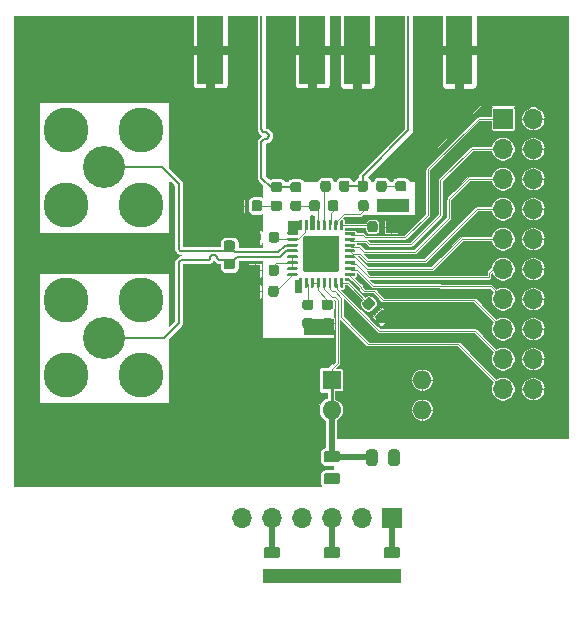
<source format=gtl>
G04 #@! TF.GenerationSoftware,KiCad,Pcbnew,(5.1.6)-1*
G04 #@! TF.CreationDate,2020-10-21T16:53:57-04:00*
G04 #@! TF.ProjectId,SAR_pcb,5341525f-7063-4622-9e6b-696361645f70,rev?*
G04 #@! TF.SameCoordinates,Original*
G04 #@! TF.FileFunction,Copper,L1,Top*
G04 #@! TF.FilePolarity,Positive*
%FSLAX46Y46*%
G04 Gerber Fmt 4.6, Leading zero omitted, Abs format (unit mm)*
G04 Created by KiCad (PCBNEW (5.1.6)-1) date 2020-10-21 16:53:57*
%MOMM*%
%LPD*%
G01*
G04 APERTURE LIST*
G04 #@! TA.AperFunction,SMDPad,CuDef*
%ADD10R,2.286000X5.842000*%
G04 #@! TD*
G04 #@! TA.AperFunction,SMDPad,CuDef*
%ADD11R,0.141224X5.842000*%
G04 #@! TD*
G04 #@! TA.AperFunction,ComponentPad*
%ADD12C,3.810000*%
G04 #@! TD*
G04 #@! TA.AperFunction,ComponentPad*
%ADD13C,3.556000*%
G04 #@! TD*
G04 #@! TA.AperFunction,ComponentPad*
%ADD14R,1.700000X1.700000*%
G04 #@! TD*
G04 #@! TA.AperFunction,ComponentPad*
%ADD15O,1.700000X1.700000*%
G04 #@! TD*
G04 #@! TA.AperFunction,ComponentPad*
%ADD16R,1.600000X1.600000*%
G04 #@! TD*
G04 #@! TA.AperFunction,ComponentPad*
%ADD17O,1.600000X1.600000*%
G04 #@! TD*
G04 #@! TA.AperFunction,ViaPad*
%ADD18C,0.500000*%
G04 #@! TD*
G04 #@! TA.AperFunction,ViaPad*
%ADD19C,0.457200*%
G04 #@! TD*
G04 #@! TA.AperFunction,Conductor*
%ADD20C,0.101600*%
G04 #@! TD*
G04 #@! TA.AperFunction,Conductor*
%ADD21C,0.508000*%
G04 #@! TD*
G04 #@! TA.AperFunction,Conductor*
%ADD22C,0.254000*%
G04 #@! TD*
G04 #@! TA.AperFunction,Conductor*
%ADD23C,0.141224*%
G04 #@! TD*
G04 APERTURE END LIST*
G04 #@! TO.P,R7,2*
G04 #@! TO.N,VIN-*
G04 #@! TA.AperFunction,SMDPad,CuDef*
G36*
G01*
X141683450Y-92969700D02*
X141170950Y-92969700D01*
G75*
G02*
X140952200Y-92750950I0J218750D01*
G01*
X140952200Y-92313450D01*
G75*
G02*
X141170950Y-92094700I218750J0D01*
G01*
X141683450Y-92094700D01*
G75*
G02*
X141902200Y-92313450I0J-218750D01*
G01*
X141902200Y-92750950D01*
G75*
G02*
X141683450Y-92969700I-218750J0D01*
G01*
G37*
G04 #@! TD.AperFunction*
G04 #@! TO.P,R7,1*
G04 #@! TO.N,VIN+*
G04 #@! TA.AperFunction,SMDPad,CuDef*
G36*
G01*
X141683450Y-94544700D02*
X141170950Y-94544700D01*
G75*
G02*
X140952200Y-94325950I0J218750D01*
G01*
X140952200Y-93888450D01*
G75*
G02*
X141170950Y-93669700I218750J0D01*
G01*
X141683450Y-93669700D01*
G75*
G02*
X141902200Y-93888450I0J-218750D01*
G01*
X141902200Y-94325950D01*
G75*
G02*
X141683450Y-94544700I-218750J0D01*
G01*
G37*
G04 #@! TD.AperFunction*
G04 #@! TD*
G04 #@! TO.P,R5,2*
G04 #@! TO.N,CLK+*
G04 #@! TA.AperFunction,SMDPad,CuDef*
G36*
G01*
X147322250Y-88016500D02*
X146809750Y-88016500D01*
G75*
G02*
X146591000Y-87797750I0J218750D01*
G01*
X146591000Y-87360250D01*
G75*
G02*
X146809750Y-87141500I218750J0D01*
G01*
X147322250Y-87141500D01*
G75*
G02*
X147541000Y-87360250I0J-218750D01*
G01*
X147541000Y-87797750D01*
G75*
G02*
X147322250Y-88016500I-218750J0D01*
G01*
G37*
G04 #@! TD.AperFunction*
G04 #@! TO.P,R5,1*
G04 #@! TO.N,CLK_FILT*
G04 #@! TA.AperFunction,SMDPad,CuDef*
G36*
G01*
X147322250Y-89591500D02*
X146809750Y-89591500D01*
G75*
G02*
X146591000Y-89372750I0J218750D01*
G01*
X146591000Y-88935250D01*
G75*
G02*
X146809750Y-88716500I218750J0D01*
G01*
X147322250Y-88716500D01*
G75*
G02*
X147541000Y-88935250I0J-218750D01*
G01*
X147541000Y-89372750D01*
G75*
G02*
X147322250Y-89591500I-218750J0D01*
G01*
G37*
G04 #@! TD.AperFunction*
G04 #@! TD*
G04 #@! TO.P,R4,2*
G04 #@! TO.N,Net-(L2-Pad1)*
G04 #@! TA.AperFunction,SMDPad,CuDef*
G36*
G01*
X145158750Y-88716500D02*
X145671250Y-88716500D01*
G75*
G02*
X145890000Y-88935250I0J-218750D01*
G01*
X145890000Y-89372750D01*
G75*
G02*
X145671250Y-89591500I-218750J0D01*
G01*
X145158750Y-89591500D01*
G75*
G02*
X144940000Y-89372750I0J218750D01*
G01*
X144940000Y-88935250D01*
G75*
G02*
X145158750Y-88716500I218750J0D01*
G01*
G37*
G04 #@! TD.AperFunction*
G04 #@! TO.P,R4,1*
G04 #@! TO.N,CLK+*
G04 #@! TA.AperFunction,SMDPad,CuDef*
G36*
G01*
X145158750Y-87141500D02*
X145671250Y-87141500D01*
G75*
G02*
X145890000Y-87360250I0J-218750D01*
G01*
X145890000Y-87797750D01*
G75*
G02*
X145671250Y-88016500I-218750J0D01*
G01*
X145158750Y-88016500D01*
G75*
G02*
X144940000Y-87797750I0J218750D01*
G01*
X144940000Y-87360250D01*
G75*
G02*
X145158750Y-87141500I218750J0D01*
G01*
G37*
G04 #@! TD.AperFunction*
G04 #@! TD*
G04 #@! TO.P,R3,2*
G04 #@! TO.N,CLK-*
G04 #@! TA.AperFunction,SMDPad,CuDef*
G36*
G01*
X150718000Y-87759250D02*
X150718000Y-87246750D01*
G75*
G02*
X150936750Y-87028000I218750J0D01*
G01*
X151374250Y-87028000D01*
G75*
G02*
X151593000Y-87246750I0J-218750D01*
G01*
X151593000Y-87759250D01*
G75*
G02*
X151374250Y-87978000I-218750J0D01*
G01*
X150936750Y-87978000D01*
G75*
G02*
X150718000Y-87759250I0J218750D01*
G01*
G37*
G04 #@! TD.AperFunction*
G04 #@! TO.P,R3,1*
G04 #@! TO.N,CLK_S_FILT*
G04 #@! TA.AperFunction,SMDPad,CuDef*
G36*
G01*
X149143000Y-87759250D02*
X149143000Y-87246750D01*
G75*
G02*
X149361750Y-87028000I218750J0D01*
G01*
X149799250Y-87028000D01*
G75*
G02*
X150018000Y-87246750I0J-218750D01*
G01*
X150018000Y-87759250D01*
G75*
G02*
X149799250Y-87978000I-218750J0D01*
G01*
X149361750Y-87978000D01*
G75*
G02*
X149143000Y-87759250I0J218750D01*
G01*
G37*
G04 #@! TD.AperFunction*
G04 #@! TD*
G04 #@! TO.P,R2,2*
G04 #@! TO.N,Net-(L1-Pad1)*
G04 #@! TA.AperFunction,SMDPad,CuDef*
G36*
G01*
X153867500Y-87759250D02*
X153867500Y-87246750D01*
G75*
G02*
X154086250Y-87028000I218750J0D01*
G01*
X154523750Y-87028000D01*
G75*
G02*
X154742500Y-87246750I0J-218750D01*
G01*
X154742500Y-87759250D01*
G75*
G02*
X154523750Y-87978000I-218750J0D01*
G01*
X154086250Y-87978000D01*
G75*
G02*
X153867500Y-87759250I0J218750D01*
G01*
G37*
G04 #@! TD.AperFunction*
G04 #@! TO.P,R2,1*
G04 #@! TO.N,CLK-*
G04 #@! TA.AperFunction,SMDPad,CuDef*
G36*
G01*
X152292500Y-87759250D02*
X152292500Y-87246750D01*
G75*
G02*
X152511250Y-87028000I218750J0D01*
G01*
X152948750Y-87028000D01*
G75*
G02*
X153167500Y-87246750I0J-218750D01*
G01*
X153167500Y-87759250D01*
G75*
G02*
X152948750Y-87978000I-218750J0D01*
G01*
X152511250Y-87978000D01*
G75*
G02*
X152292500Y-87759250I0J218750D01*
G01*
G37*
G04 #@! TD.AperFunction*
G04 #@! TD*
G04 #@! TO.P,R1,2*
G04 #@! TO.N,Net-(R1-Pad2)*
G04 #@! TA.AperFunction,SMDPad,CuDef*
G36*
G01*
X149780500Y-89410250D02*
X149780500Y-88897750D01*
G75*
G02*
X149999250Y-88679000I218750J0D01*
G01*
X150436750Y-88679000D01*
G75*
G02*
X150655500Y-88897750I0J-218750D01*
G01*
X150655500Y-89410250D01*
G75*
G02*
X150436750Y-89629000I-218750J0D01*
G01*
X149999250Y-89629000D01*
G75*
G02*
X149780500Y-89410250I0J218750D01*
G01*
G37*
G04 #@! TD.AperFunction*
G04 #@! TO.P,R1,1*
G04 #@! TO.N,CLK_FILT*
G04 #@! TA.AperFunction,SMDPad,CuDef*
G36*
G01*
X148205500Y-89410250D02*
X148205500Y-88897750D01*
G75*
G02*
X148424250Y-88679000I218750J0D01*
G01*
X148861750Y-88679000D01*
G75*
G02*
X149080500Y-88897750I0J-218750D01*
G01*
X149080500Y-89410250D01*
G75*
G02*
X148861750Y-89629000I-218750J0D01*
G01*
X148424250Y-89629000D01*
G75*
G02*
X148205500Y-89410250I0J218750D01*
G01*
G37*
G04 #@! TD.AperFunction*
G04 #@! TD*
G04 #@! TO.P,L2,2*
G04 #@! TO.N,GND*
G04 #@! TA.AperFunction,SMDPad,CuDef*
G36*
G01*
X142626500Y-88897750D02*
X142626500Y-89410250D01*
G75*
G02*
X142407750Y-89629000I-218750J0D01*
G01*
X141970250Y-89629000D01*
G75*
G02*
X141751500Y-89410250I0J218750D01*
G01*
X141751500Y-88897750D01*
G75*
G02*
X141970250Y-88679000I218750J0D01*
G01*
X142407750Y-88679000D01*
G75*
G02*
X142626500Y-88897750I0J-218750D01*
G01*
G37*
G04 #@! TD.AperFunction*
G04 #@! TO.P,L2,1*
G04 #@! TO.N,Net-(L2-Pad1)*
G04 #@! TA.AperFunction,SMDPad,CuDef*
G36*
G01*
X144201500Y-88897750D02*
X144201500Y-89410250D01*
G75*
G02*
X143982750Y-89629000I-218750J0D01*
G01*
X143545250Y-89629000D01*
G75*
G02*
X143326500Y-89410250I0J218750D01*
G01*
X143326500Y-88897750D01*
G75*
G02*
X143545250Y-88679000I218750J0D01*
G01*
X143982750Y-88679000D01*
G75*
G02*
X144201500Y-88897750I0J-218750D01*
G01*
G37*
G04 #@! TD.AperFunction*
G04 #@! TD*
G04 #@! TO.P,C21,2*
G04 #@! TO.N,GND*
G04 #@! TA.AperFunction,SMDPad,CuDef*
G36*
G01*
X149476750Y-98673500D02*
X149989250Y-98673500D01*
G75*
G02*
X150208000Y-98892250I0J-218750D01*
G01*
X150208000Y-99329750D01*
G75*
G02*
X149989250Y-99548500I-218750J0D01*
G01*
X149476750Y-99548500D01*
G75*
G02*
X149258000Y-99329750I0J218750D01*
G01*
X149258000Y-98892250D01*
G75*
G02*
X149476750Y-98673500I218750J0D01*
G01*
G37*
G04 #@! TD.AperFunction*
G04 #@! TO.P,C21,1*
G04 #@! TO.N,VDD*
G04 #@! TA.AperFunction,SMDPad,CuDef*
G36*
G01*
X149476750Y-97098500D02*
X149989250Y-97098500D01*
G75*
G02*
X150208000Y-97317250I0J-218750D01*
G01*
X150208000Y-97754750D01*
G75*
G02*
X149989250Y-97973500I-218750J0D01*
G01*
X149476750Y-97973500D01*
G75*
G02*
X149258000Y-97754750I0J218750D01*
G01*
X149258000Y-97317250D01*
G75*
G02*
X149476750Y-97098500I218750J0D01*
G01*
G37*
G04 #@! TD.AperFunction*
G04 #@! TD*
G04 #@! TO.P,C20,2*
G04 #@! TO.N,GND*
G04 #@! TA.AperFunction,SMDPad,CuDef*
G36*
G01*
X153835939Y-98419931D02*
X154198331Y-98057538D01*
G75*
G02*
X154507691Y-98057538I154680J-154680D01*
G01*
X154817050Y-98366897D01*
G75*
G02*
X154817050Y-98676257I-154680J-154680D01*
G01*
X154454657Y-99038650D01*
G75*
G02*
X154145297Y-99038650I-154680J154680D01*
G01*
X153835938Y-98729291D01*
G75*
G02*
X153835938Y-98419931I154680J154680D01*
G01*
G37*
G04 #@! TD.AperFunction*
G04 #@! TO.P,C20,1*
G04 #@! TO.N,VDDPST*
G04 #@! TA.AperFunction,SMDPad,CuDef*
G36*
G01*
X152722245Y-97306237D02*
X153084637Y-96943844D01*
G75*
G02*
X153393997Y-96943844I154680J-154680D01*
G01*
X153703356Y-97253203D01*
G75*
G02*
X153703356Y-97562563I-154680J-154680D01*
G01*
X153340963Y-97924956D01*
G75*
G02*
X153031603Y-97924956I-154680J154680D01*
G01*
X152722244Y-97615597D01*
G75*
G02*
X152722244Y-97306237I154680J154680D01*
G01*
G37*
G04 #@! TD.AperFunction*
G04 #@! TD*
G04 #@! TO.P,C19,2*
G04 #@! TO.N,GND*
G04 #@! TA.AperFunction,SMDPad,CuDef*
G36*
G01*
X147825750Y-98673500D02*
X148338250Y-98673500D01*
G75*
G02*
X148557000Y-98892250I0J-218750D01*
G01*
X148557000Y-99329750D01*
G75*
G02*
X148338250Y-99548500I-218750J0D01*
G01*
X147825750Y-99548500D01*
G75*
G02*
X147607000Y-99329750I0J218750D01*
G01*
X147607000Y-98892250D01*
G75*
G02*
X147825750Y-98673500I218750J0D01*
G01*
G37*
G04 #@! TD.AperFunction*
G04 #@! TO.P,C19,1*
G04 #@! TO.N,VDDPST*
G04 #@! TA.AperFunction,SMDPad,CuDef*
G36*
G01*
X147825750Y-97098500D02*
X148338250Y-97098500D01*
G75*
G02*
X148557000Y-97317250I0J-218750D01*
G01*
X148557000Y-97754750D01*
G75*
G02*
X148338250Y-97973500I-218750J0D01*
G01*
X147825750Y-97973500D01*
G75*
G02*
X147607000Y-97754750I0J218750D01*
G01*
X147607000Y-97317250D01*
G75*
G02*
X147825750Y-97098500I218750J0D01*
G01*
G37*
G04 #@! TD.AperFunction*
G04 #@! TD*
G04 #@! TO.P,C18,2*
G04 #@! TO.N,GND*
G04 #@! TA.AperFunction,SMDPad,CuDef*
G36*
G01*
X144023500Y-96136750D02*
X144023500Y-96649250D01*
G75*
G02*
X143804750Y-96868000I-218750J0D01*
G01*
X143367250Y-96868000D01*
G75*
G02*
X143148500Y-96649250I0J218750D01*
G01*
X143148500Y-96136750D01*
G75*
G02*
X143367250Y-95918000I218750J0D01*
G01*
X143804750Y-95918000D01*
G75*
G02*
X144023500Y-96136750I0J-218750D01*
G01*
G37*
G04 #@! TD.AperFunction*
G04 #@! TO.P,C18,1*
G04 #@! TO.N,VDD*
G04 #@! TA.AperFunction,SMDPad,CuDef*
G36*
G01*
X145598500Y-96136750D02*
X145598500Y-96649250D01*
G75*
G02*
X145379750Y-96868000I-218750J0D01*
G01*
X144942250Y-96868000D01*
G75*
G02*
X144723500Y-96649250I0J218750D01*
G01*
X144723500Y-96136750D01*
G75*
G02*
X144942250Y-95918000I218750J0D01*
G01*
X145379750Y-95918000D01*
G75*
G02*
X145598500Y-96136750I0J-218750D01*
G01*
G37*
G04 #@! TD.AperFunction*
G04 #@! TD*
G04 #@! TO.P,C17,2*
G04 #@! TO.N,GND*
G04 #@! TA.AperFunction,SMDPad,CuDef*
G36*
G01*
X154680500Y-91188250D02*
X154680500Y-90675750D01*
G75*
G02*
X154899250Y-90457000I218750J0D01*
G01*
X155336750Y-90457000D01*
G75*
G02*
X155555500Y-90675750I0J-218750D01*
G01*
X155555500Y-91188250D01*
G75*
G02*
X155336750Y-91407000I-218750J0D01*
G01*
X154899250Y-91407000D01*
G75*
G02*
X154680500Y-91188250I0J218750D01*
G01*
G37*
G04 #@! TD.AperFunction*
G04 #@! TO.P,C17,1*
G04 #@! TO.N,VDD*
G04 #@! TA.AperFunction,SMDPad,CuDef*
G36*
G01*
X153105500Y-91188250D02*
X153105500Y-90675750D01*
G75*
G02*
X153324250Y-90457000I218750J0D01*
G01*
X153761750Y-90457000D01*
G75*
G02*
X153980500Y-90675750I0J-218750D01*
G01*
X153980500Y-91188250D01*
G75*
G02*
X153761750Y-91407000I-218750J0D01*
G01*
X153324250Y-91407000D01*
G75*
G02*
X153105500Y-91188250I0J218750D01*
G01*
G37*
G04 #@! TD.AperFunction*
G04 #@! TD*
G04 #@! TO.P,C15,2*
G04 #@! TO.N,GND*
G04 #@! TA.AperFunction,SMDPad,CuDef*
G36*
G01*
X144051153Y-94358750D02*
X144051153Y-94871250D01*
G75*
G02*
X143832403Y-95090000I-218750J0D01*
G01*
X143394903Y-95090000D01*
G75*
G02*
X143176153Y-94871250I0J218750D01*
G01*
X143176153Y-94358750D01*
G75*
G02*
X143394903Y-94140000I218750J0D01*
G01*
X143832403Y-94140000D01*
G75*
G02*
X144051153Y-94358750I0J-218750D01*
G01*
G37*
G04 #@! TD.AperFunction*
G04 #@! TO.P,C15,1*
G04 #@! TO.N,VREF*
G04 #@! TA.AperFunction,SMDPad,CuDef*
G36*
G01*
X145626153Y-94358750D02*
X145626153Y-94871250D01*
G75*
G02*
X145407403Y-95090000I-218750J0D01*
G01*
X144969903Y-95090000D01*
G75*
G02*
X144751153Y-94871250I0J218750D01*
G01*
X144751153Y-94358750D01*
G75*
G02*
X144969903Y-94140000I218750J0D01*
G01*
X145407403Y-94140000D01*
G75*
G02*
X145626153Y-94358750I0J-218750D01*
G01*
G37*
G04 #@! TD.AperFunction*
G04 #@! TD*
G04 #@! TO.P,C14,2*
G04 #@! TO.N,GND*
G04 #@! TA.AperFunction,SMDPad,CuDef*
G36*
G01*
X153918500Y-89410250D02*
X153918500Y-88897750D01*
G75*
G02*
X154137250Y-88679000I218750J0D01*
G01*
X154574750Y-88679000D01*
G75*
G02*
X154793500Y-88897750I0J-218750D01*
G01*
X154793500Y-89410250D01*
G75*
G02*
X154574750Y-89629000I-218750J0D01*
G01*
X154137250Y-89629000D01*
G75*
G02*
X153918500Y-89410250I0J218750D01*
G01*
G37*
G04 #@! TD.AperFunction*
G04 #@! TO.P,C14,1*
G04 #@! TO.N,VDDPST*
G04 #@! TA.AperFunction,SMDPad,CuDef*
G36*
G01*
X152343500Y-89410250D02*
X152343500Y-88897750D01*
G75*
G02*
X152562250Y-88679000I218750J0D01*
G01*
X152999750Y-88679000D01*
G75*
G02*
X153218500Y-88897750I0J-218750D01*
G01*
X153218500Y-89410250D01*
G75*
G02*
X152999750Y-89629000I-218750J0D01*
G01*
X152562250Y-89629000D01*
G75*
G02*
X152343500Y-89410250I0J218750D01*
G01*
G37*
G04 #@! TD.AperFunction*
G04 #@! TD*
G04 #@! TO.P,C13,2*
G04 #@! TO.N,GND*
G04 #@! TA.AperFunction,SMDPad,CuDef*
G36*
G01*
X144074500Y-91564750D02*
X144074500Y-92077250D01*
G75*
G02*
X143855750Y-92296000I-218750J0D01*
G01*
X143418250Y-92296000D01*
G75*
G02*
X143199500Y-92077250I0J218750D01*
G01*
X143199500Y-91564750D01*
G75*
G02*
X143418250Y-91346000I218750J0D01*
G01*
X143855750Y-91346000D01*
G75*
G02*
X144074500Y-91564750I0J-218750D01*
G01*
G37*
G04 #@! TD.AperFunction*
G04 #@! TO.P,C13,1*
G04 #@! TO.N,VDD*
G04 #@! TA.AperFunction,SMDPad,CuDef*
G36*
G01*
X145649500Y-91564750D02*
X145649500Y-92077250D01*
G75*
G02*
X145430750Y-92296000I-218750J0D01*
G01*
X144993250Y-92296000D01*
G75*
G02*
X144774500Y-92077250I0J218750D01*
G01*
X144774500Y-91564750D01*
G75*
G02*
X144993250Y-91346000I218750J0D01*
G01*
X145430750Y-91346000D01*
G75*
G02*
X145649500Y-91564750I0J-218750D01*
G01*
G37*
G04 #@! TD.AperFunction*
G04 #@! TD*
D10*
G04 #@! TO.P,J10,2*
G04 #@! TO.N,GND*
X152273000Y-75996021D03*
X160909000Y-75996021D03*
D11*
G04 #@! TO.P,J10,1*
G04 #@! TO.N,CLK-*
X156591000Y-75996021D03*
G04 #@! TD*
D10*
G04 #@! TO.P,J9,2*
G04 #@! TO.N,GND*
X139827000Y-75984100D03*
X148463000Y-75984100D03*
D11*
G04 #@! TO.P,J9,1*
G04 #@! TO.N,CLK+*
X144145000Y-75984100D03*
G04 #@! TD*
G04 #@! TO.P,C1,1*
G04 #@! TO.N,VDD*
G04 #@! TA.AperFunction,SMDPad,CuDef*
G36*
G01*
X154737750Y-118033500D02*
X155650250Y-118033500D01*
G75*
G02*
X155894000Y-118277250I0J-243750D01*
G01*
X155894000Y-118764750D01*
G75*
G02*
X155650250Y-119008500I-243750J0D01*
G01*
X154737750Y-119008500D01*
G75*
G02*
X154494000Y-118764750I0J243750D01*
G01*
X154494000Y-118277250D01*
G75*
G02*
X154737750Y-118033500I243750J0D01*
G01*
G37*
G04 #@! TD.AperFunction*
G04 #@! TO.P,C1,2*
G04 #@! TO.N,GND*
G04 #@! TA.AperFunction,SMDPad,CuDef*
G36*
G01*
X154737750Y-119908500D02*
X155650250Y-119908500D01*
G75*
G02*
X155894000Y-120152250I0J-243750D01*
G01*
X155894000Y-120639750D01*
G75*
G02*
X155650250Y-120883500I-243750J0D01*
G01*
X154737750Y-120883500D01*
G75*
G02*
X154494000Y-120639750I0J243750D01*
G01*
X154494000Y-120152250D01*
G75*
G02*
X154737750Y-119908500I243750J0D01*
G01*
G37*
G04 #@! TD.AperFunction*
G04 #@! TD*
G04 #@! TO.P,C2,2*
G04 #@! TO.N,GND*
G04 #@! TA.AperFunction,SMDPad,CuDef*
G36*
G01*
X149657750Y-119908500D02*
X150570250Y-119908500D01*
G75*
G02*
X150814000Y-120152250I0J-243750D01*
G01*
X150814000Y-120639750D01*
G75*
G02*
X150570250Y-120883500I-243750J0D01*
G01*
X149657750Y-120883500D01*
G75*
G02*
X149414000Y-120639750I0J243750D01*
G01*
X149414000Y-120152250D01*
G75*
G02*
X149657750Y-119908500I243750J0D01*
G01*
G37*
G04 #@! TD.AperFunction*
G04 #@! TO.P,C2,1*
G04 #@! TO.N,VDDPST*
G04 #@! TA.AperFunction,SMDPad,CuDef*
G36*
G01*
X149657750Y-118033500D02*
X150570250Y-118033500D01*
G75*
G02*
X150814000Y-118277250I0J-243750D01*
G01*
X150814000Y-118764750D01*
G75*
G02*
X150570250Y-119008500I-243750J0D01*
G01*
X149657750Y-119008500D01*
G75*
G02*
X149414000Y-118764750I0J243750D01*
G01*
X149414000Y-118277250D01*
G75*
G02*
X149657750Y-118033500I243750J0D01*
G01*
G37*
G04 #@! TD.AperFunction*
G04 #@! TD*
G04 #@! TO.P,C3,2*
G04 #@! TO.N,GND*
G04 #@! TA.AperFunction,SMDPad,CuDef*
G36*
G01*
X144577750Y-119908500D02*
X145490250Y-119908500D01*
G75*
G02*
X145734000Y-120152250I0J-243750D01*
G01*
X145734000Y-120639750D01*
G75*
G02*
X145490250Y-120883500I-243750J0D01*
G01*
X144577750Y-120883500D01*
G75*
G02*
X144334000Y-120639750I0J243750D01*
G01*
X144334000Y-120152250D01*
G75*
G02*
X144577750Y-119908500I243750J0D01*
G01*
G37*
G04 #@! TD.AperFunction*
G04 #@! TO.P,C3,1*
G04 #@! TO.N,VREF*
G04 #@! TA.AperFunction,SMDPad,CuDef*
G36*
G01*
X144577750Y-118033500D02*
X145490250Y-118033500D01*
G75*
G02*
X145734000Y-118277250I0J-243750D01*
G01*
X145734000Y-118764750D01*
G75*
G02*
X145490250Y-119008500I-243750J0D01*
G01*
X144577750Y-119008500D01*
G75*
G02*
X144334000Y-118764750I0J243750D01*
G01*
X144334000Y-118277250D01*
G75*
G02*
X144577750Y-118033500I243750J0D01*
G01*
G37*
G04 #@! TD.AperFunction*
G04 #@! TD*
G04 #@! TO.P,C16,2*
G04 #@! TO.N,GND*
G04 #@! TA.AperFunction,SMDPad,CuDef*
G36*
G01*
X154882000Y-110946250D02*
X154882000Y-110033750D01*
G75*
G02*
X155125750Y-109790000I243750J0D01*
G01*
X155613250Y-109790000D01*
G75*
G02*
X155857000Y-110033750I0J-243750D01*
G01*
X155857000Y-110946250D01*
G75*
G02*
X155613250Y-111190000I-243750J0D01*
G01*
X155125750Y-111190000D01*
G75*
G02*
X154882000Y-110946250I0J243750D01*
G01*
G37*
G04 #@! TD.AperFunction*
G04 #@! TO.P,C16,1*
G04 #@! TO.N,RST*
G04 #@! TA.AperFunction,SMDPad,CuDef*
G36*
G01*
X153007000Y-110946250D02*
X153007000Y-110033750D01*
G75*
G02*
X153250750Y-109790000I243750J0D01*
G01*
X153738250Y-109790000D01*
G75*
G02*
X153982000Y-110033750I0J-243750D01*
G01*
X153982000Y-110946250D01*
G75*
G02*
X153738250Y-111190000I-243750J0D01*
G01*
X153250750Y-111190000D01*
G75*
G02*
X153007000Y-110946250I0J243750D01*
G01*
G37*
G04 #@! TD.AperFunction*
G04 #@! TD*
D12*
G04 #@! TO.P,J1,2*
G04 #@! TO.N,GND*
X127635000Y-82715100D03*
D13*
G04 #@! TO.P,J1,1*
G04 #@! TO.N,VIN-*
X130810000Y-85890100D03*
D12*
G04 #@! TO.P,J1,2*
G04 #@! TO.N,GND*
X133985000Y-82715100D03*
X127635000Y-89065100D03*
X133985000Y-89065100D03*
G04 #@! TD*
G04 #@! TO.P,J2,2*
G04 #@! TO.N,GND*
X133985000Y-103505000D03*
X127635000Y-103505000D03*
X133985000Y-97155000D03*
D13*
G04 #@! TO.P,J2,1*
G04 #@! TO.N,VIN+*
X130810000Y-100330000D03*
D12*
G04 #@! TO.P,J2,2*
G04 #@! TO.N,GND*
X127635000Y-97155000D03*
G04 #@! TD*
D14*
G04 #@! TO.P,J3,1*
G04 #@! TO.N,D0*
X164592000Y-81788000D03*
D15*
G04 #@! TO.P,J3,2*
G04 #@! TO.N,GND*
X167132000Y-81788000D03*
G04 #@! TO.P,J3,3*
G04 #@! TO.N,D1*
X164592000Y-84328000D03*
G04 #@! TO.P,J3,4*
G04 #@! TO.N,GND*
X167132000Y-84328000D03*
G04 #@! TO.P,J3,5*
G04 #@! TO.N,D2*
X164592000Y-86868000D03*
G04 #@! TO.P,J3,6*
G04 #@! TO.N,GND*
X167132000Y-86868000D03*
G04 #@! TO.P,J3,7*
G04 #@! TO.N,D3*
X164592000Y-89408000D03*
G04 #@! TO.P,J3,8*
G04 #@! TO.N,GND*
X167132000Y-89408000D03*
G04 #@! TO.P,J3,9*
G04 #@! TO.N,D4*
X164592000Y-91948000D03*
G04 #@! TO.P,J3,10*
G04 #@! TO.N,GND*
X167132000Y-91948000D03*
G04 #@! TO.P,J3,11*
G04 #@! TO.N,D5*
X164592000Y-94488000D03*
G04 #@! TO.P,J3,12*
G04 #@! TO.N,GND*
X167132000Y-94488000D03*
G04 #@! TO.P,J3,13*
G04 #@! TO.N,D6*
X164592000Y-97028000D03*
G04 #@! TO.P,J3,14*
G04 #@! TO.N,GND*
X167132000Y-97028000D03*
G04 #@! TO.P,J3,15*
G04 #@! TO.N,D7*
X164592000Y-99568000D03*
G04 #@! TO.P,J3,16*
G04 #@! TO.N,GND*
X167132000Y-99568000D03*
G04 #@! TO.P,J3,17*
G04 #@! TO.N,D8*
X164592000Y-102108000D03*
G04 #@! TO.P,J3,18*
G04 #@! TO.N,GND*
X167132000Y-102108000D03*
G04 #@! TO.P,J3,19*
G04 #@! TO.N,D9*
X164592000Y-104648000D03*
G04 #@! TO.P,J3,20*
G04 #@! TO.N,GND*
X167132000Y-104648000D03*
G04 #@! TD*
D14*
G04 #@! TO.P,J4,1*
G04 #@! TO.N,VDD*
X155194000Y-115570000D03*
D15*
G04 #@! TO.P,J4,2*
G04 #@! TO.N,GND*
X152654000Y-115570000D03*
G04 #@! TO.P,J4,3*
G04 #@! TO.N,VDDPST*
X150114000Y-115570000D03*
G04 #@! TO.P,J4,4*
G04 #@! TO.N,GND*
X147574000Y-115570000D03*
G04 #@! TO.P,J4,5*
G04 #@! TO.N,VREF*
X145034000Y-115570000D03*
G04 #@! TO.P,J4,6*
G04 #@! TO.N,GND*
X142494000Y-115570000D03*
G04 #@! TD*
G04 #@! TO.P,L1,1*
G04 #@! TO.N,Net-(L1-Pad1)*
G04 #@! TA.AperFunction,SMDPad,CuDef*
G36*
G01*
X155699750Y-87065500D02*
X156212250Y-87065500D01*
G75*
G02*
X156431000Y-87284250I0J-218750D01*
G01*
X156431000Y-87721750D01*
G75*
G02*
X156212250Y-87940500I-218750J0D01*
G01*
X155699750Y-87940500D01*
G75*
G02*
X155481000Y-87721750I0J218750D01*
G01*
X155481000Y-87284250D01*
G75*
G02*
X155699750Y-87065500I218750J0D01*
G01*
G37*
G04 #@! TD.AperFunction*
G04 #@! TO.P,L1,2*
G04 #@! TO.N,GND*
G04 #@! TA.AperFunction,SMDPad,CuDef*
G36*
G01*
X155699750Y-88640500D02*
X156212250Y-88640500D01*
G75*
G02*
X156431000Y-88859250I0J-218750D01*
G01*
X156431000Y-89296750D01*
G75*
G02*
X156212250Y-89515500I-218750J0D01*
G01*
X155699750Y-89515500D01*
G75*
G02*
X155481000Y-89296750I0J218750D01*
G01*
X155481000Y-88859250D01*
G75*
G02*
X155699750Y-88640500I218750J0D01*
G01*
G37*
G04 #@! TD.AperFunction*
G04 #@! TD*
G04 #@! TO.P,R6,1*
G04 #@! TO.N,VDDPST*
G04 #@! TA.AperFunction,SMDPad,CuDef*
G36*
G01*
X150570250Y-112755500D02*
X149657750Y-112755500D01*
G75*
G02*
X149414000Y-112511750I0J243750D01*
G01*
X149414000Y-112024250D01*
G75*
G02*
X149657750Y-111780500I243750J0D01*
G01*
X150570250Y-111780500D01*
G75*
G02*
X150814000Y-112024250I0J-243750D01*
G01*
X150814000Y-112511750D01*
G75*
G02*
X150570250Y-112755500I-243750J0D01*
G01*
G37*
G04 #@! TD.AperFunction*
G04 #@! TO.P,R6,2*
G04 #@! TO.N,RST*
G04 #@! TA.AperFunction,SMDPad,CuDef*
G36*
G01*
X150570250Y-110880500D02*
X149657750Y-110880500D01*
G75*
G02*
X149414000Y-110636750I0J243750D01*
G01*
X149414000Y-110149250D01*
G75*
G02*
X149657750Y-109905500I243750J0D01*
G01*
X150570250Y-109905500D01*
G75*
G02*
X150814000Y-110149250I0J-243750D01*
G01*
X150814000Y-110636750D01*
G75*
G02*
X150570250Y-110880500I-243750J0D01*
G01*
G37*
G04 #@! TD.AperFunction*
G04 #@! TD*
D16*
G04 #@! TO.P,SW1,1*
G04 #@! TO.N,RST*
X150114000Y-103886000D03*
D17*
G04 #@! TO.P,SW1,3*
G04 #@! TO.N,GND*
X157734000Y-106426000D03*
G04 #@! TO.P,SW1,2*
G04 #@! TO.N,RST*
X150114000Y-106426000D03*
G04 #@! TO.P,SW1,4*
G04 #@! TO.N,GND*
X157734000Y-103886000D03*
G04 #@! TD*
G04 #@! TO.P,U2,33*
G04 #@! TO.N,GND*
G04 #@! TA.AperFunction,SMDPad,CuDef*
G36*
G01*
X147654680Y-94533241D02*
X147654680Y-91933239D01*
G75*
G02*
X147904679Y-91683240I249999J0D01*
G01*
X150504681Y-91683240D01*
G75*
G02*
X150754680Y-91933239I0J-249999D01*
G01*
X150754680Y-94533241D01*
G75*
G02*
X150504681Y-94783240I-249999J0D01*
G01*
X147904679Y-94783240D01*
G75*
G02*
X147654680Y-94533241I0J249999D01*
G01*
G37*
G04 #@! TD.AperFunction*
D18*
G04 #@! TD*
G04 #@! TO.N,GND*
G04 #@! TO.C,U2*
X148204680Y-92233240D03*
G04 #@! TO.N,GND*
G04 #@! TO.C,U2*
X149204680Y-92233240D03*
X150204680Y-92233240D03*
X148204680Y-93233240D03*
X149204680Y-93233240D03*
X150204680Y-93233240D03*
X148204680Y-94233240D03*
X149204680Y-94233240D03*
X150204680Y-94233240D03*
G04 #@! TD*
G04 #@! TO.P,U2,1*
G04 #@! TO.N,GND*
G04 #@! TA.AperFunction,SMDPad,CuDef*
G36*
G01*
X146329680Y-91545740D02*
X146329680Y-91420740D01*
G75*
G02*
X146392180Y-91358240I62500J0D01*
G01*
X147142180Y-91358240D01*
G75*
G02*
X147204680Y-91420740I0J-62500D01*
G01*
X147204680Y-91545740D01*
G75*
G02*
X147142180Y-91608240I-62500J0D01*
G01*
X146392180Y-91608240D01*
G75*
G02*
X146329680Y-91545740I0J62500D01*
G01*
G37*
G04 #@! TD.AperFunction*
G04 #@! TO.P,U2,2*
G04 #@! TO.N,VDD*
G04 #@! TA.AperFunction,SMDPad,CuDef*
G36*
G01*
X146329680Y-92045740D02*
X146329680Y-91920740D01*
G75*
G02*
X146392180Y-91858240I62500J0D01*
G01*
X147142180Y-91858240D01*
G75*
G02*
X147204680Y-91920740I0J-62500D01*
G01*
X147204680Y-92045740D01*
G75*
G02*
X147142180Y-92108240I-62500J0D01*
G01*
X146392180Y-92108240D01*
G75*
G02*
X146329680Y-92045740I0J62500D01*
G01*
G37*
G04 #@! TD.AperFunction*
G04 #@! TO.P,U2,3*
G04 #@! TO.N,VIN-*
G04 #@! TA.AperFunction,SMDPad,CuDef*
G36*
G01*
X146329680Y-92545740D02*
X146329680Y-92420740D01*
G75*
G02*
X146392180Y-92358240I62500J0D01*
G01*
X147142180Y-92358240D01*
G75*
G02*
X147204680Y-92420740I0J-62500D01*
G01*
X147204680Y-92545740D01*
G75*
G02*
X147142180Y-92608240I-62500J0D01*
G01*
X146392180Y-92608240D01*
G75*
G02*
X146329680Y-92545740I0J62500D01*
G01*
G37*
G04 #@! TD.AperFunction*
G04 #@! TO.P,U2,4*
G04 #@! TO.N,VIN+*
G04 #@! TA.AperFunction,SMDPad,CuDef*
G36*
G01*
X146329680Y-93045740D02*
X146329680Y-92920740D01*
G75*
G02*
X146392180Y-92858240I62500J0D01*
G01*
X147142180Y-92858240D01*
G75*
G02*
X147204680Y-92920740I0J-62500D01*
G01*
X147204680Y-93045740D01*
G75*
G02*
X147142180Y-93108240I-62500J0D01*
G01*
X146392180Y-93108240D01*
G75*
G02*
X146329680Y-93045740I0J62500D01*
G01*
G37*
G04 #@! TD.AperFunction*
G04 #@! TO.P,U2,5*
G04 #@! TO.N,VREF*
G04 #@! TA.AperFunction,SMDPad,CuDef*
G36*
G01*
X146329680Y-93545740D02*
X146329680Y-93420740D01*
G75*
G02*
X146392180Y-93358240I62500J0D01*
G01*
X147142180Y-93358240D01*
G75*
G02*
X147204680Y-93420740I0J-62500D01*
G01*
X147204680Y-93545740D01*
G75*
G02*
X147142180Y-93608240I-62500J0D01*
G01*
X146392180Y-93608240D01*
G75*
G02*
X146329680Y-93545740I0J62500D01*
G01*
G37*
G04 #@! TD.AperFunction*
G04 #@! TO.P,U2,6*
G04 #@! TA.AperFunction,SMDPad,CuDef*
G36*
G01*
X146329680Y-94045740D02*
X146329680Y-93920740D01*
G75*
G02*
X146392180Y-93858240I62500J0D01*
G01*
X147142180Y-93858240D01*
G75*
G02*
X147204680Y-93920740I0J-62500D01*
G01*
X147204680Y-94045740D01*
G75*
G02*
X147142180Y-94108240I-62500J0D01*
G01*
X146392180Y-94108240D01*
G75*
G02*
X146329680Y-94045740I0J62500D01*
G01*
G37*
G04 #@! TD.AperFunction*
G04 #@! TO.P,U2,7*
G04 #@! TA.AperFunction,SMDPad,CuDef*
G36*
G01*
X146329680Y-94545740D02*
X146329680Y-94420740D01*
G75*
G02*
X146392180Y-94358240I62500J0D01*
G01*
X147142180Y-94358240D01*
G75*
G02*
X147204680Y-94420740I0J-62500D01*
G01*
X147204680Y-94545740D01*
G75*
G02*
X147142180Y-94608240I-62500J0D01*
G01*
X146392180Y-94608240D01*
G75*
G02*
X146329680Y-94545740I0J62500D01*
G01*
G37*
G04 #@! TD.AperFunction*
G04 #@! TO.P,U2,8*
G04 #@! TO.N,VDD*
G04 #@! TA.AperFunction,SMDPad,CuDef*
G36*
G01*
X146329680Y-95045740D02*
X146329680Y-94920740D01*
G75*
G02*
X146392180Y-94858240I62500J0D01*
G01*
X147142180Y-94858240D01*
G75*
G02*
X147204680Y-94920740I0J-62500D01*
G01*
X147204680Y-95045740D01*
G75*
G02*
X147142180Y-95108240I-62500J0D01*
G01*
X146392180Y-95108240D01*
G75*
G02*
X146329680Y-95045740I0J62500D01*
G01*
G37*
G04 #@! TD.AperFunction*
G04 #@! TO.P,U2,9*
G04 #@! TO.N,GND*
G04 #@! TA.AperFunction,SMDPad,CuDef*
G36*
G01*
X147329680Y-96045740D02*
X147329680Y-95295740D01*
G75*
G02*
X147392180Y-95233240I62500J0D01*
G01*
X147517180Y-95233240D01*
G75*
G02*
X147579680Y-95295740I0J-62500D01*
G01*
X147579680Y-96045740D01*
G75*
G02*
X147517180Y-96108240I-62500J0D01*
G01*
X147392180Y-96108240D01*
G75*
G02*
X147329680Y-96045740I0J62500D01*
G01*
G37*
G04 #@! TD.AperFunction*
G04 #@! TO.P,U2,10*
G04 #@! TO.N,VDDPST*
G04 #@! TA.AperFunction,SMDPad,CuDef*
G36*
G01*
X147829680Y-96045740D02*
X147829680Y-95295740D01*
G75*
G02*
X147892180Y-95233240I62500J0D01*
G01*
X148017180Y-95233240D01*
G75*
G02*
X148079680Y-95295740I0J-62500D01*
G01*
X148079680Y-96045740D01*
G75*
G02*
X148017180Y-96108240I-62500J0D01*
G01*
X147892180Y-96108240D01*
G75*
G02*
X147829680Y-96045740I0J62500D01*
G01*
G37*
G04 #@! TD.AperFunction*
G04 #@! TO.P,U2,11*
G04 #@! TO.N,VDD*
G04 #@! TA.AperFunction,SMDPad,CuDef*
G36*
G01*
X148329680Y-96045740D02*
X148329680Y-95295740D01*
G75*
G02*
X148392180Y-95233240I62500J0D01*
G01*
X148517180Y-95233240D01*
G75*
G02*
X148579680Y-95295740I0J-62500D01*
G01*
X148579680Y-96045740D01*
G75*
G02*
X148517180Y-96108240I-62500J0D01*
G01*
X148392180Y-96108240D01*
G75*
G02*
X148329680Y-96045740I0J62500D01*
G01*
G37*
G04 #@! TD.AperFunction*
G04 #@! TO.P,U2,12*
G04 #@! TA.AperFunction,SMDPad,CuDef*
G36*
G01*
X148829680Y-96045740D02*
X148829680Y-95295740D01*
G75*
G02*
X148892180Y-95233240I62500J0D01*
G01*
X149017180Y-95233240D01*
G75*
G02*
X149079680Y-95295740I0J-62500D01*
G01*
X149079680Y-96045740D01*
G75*
G02*
X149017180Y-96108240I-62500J0D01*
G01*
X148892180Y-96108240D01*
G75*
G02*
X148829680Y-96045740I0J62500D01*
G01*
G37*
G04 #@! TD.AperFunction*
G04 #@! TO.P,U2,13*
G04 #@! TO.N,RST*
G04 #@! TA.AperFunction,SMDPad,CuDef*
G36*
G01*
X149329680Y-96045740D02*
X149329680Y-95295740D01*
G75*
G02*
X149392180Y-95233240I62500J0D01*
G01*
X149517180Y-95233240D01*
G75*
G02*
X149579680Y-95295740I0J-62500D01*
G01*
X149579680Y-96045740D01*
G75*
G02*
X149517180Y-96108240I-62500J0D01*
G01*
X149392180Y-96108240D01*
G75*
G02*
X149329680Y-96045740I0J62500D01*
G01*
G37*
G04 #@! TD.AperFunction*
G04 #@! TO.P,U2,14*
G04 #@! TO.N,D9*
G04 #@! TA.AperFunction,SMDPad,CuDef*
G36*
G01*
X149829680Y-96045740D02*
X149829680Y-95295740D01*
G75*
G02*
X149892180Y-95233240I62500J0D01*
G01*
X150017180Y-95233240D01*
G75*
G02*
X150079680Y-95295740I0J-62500D01*
G01*
X150079680Y-96045740D01*
G75*
G02*
X150017180Y-96108240I-62500J0D01*
G01*
X149892180Y-96108240D01*
G75*
G02*
X149829680Y-96045740I0J62500D01*
G01*
G37*
G04 #@! TD.AperFunction*
G04 #@! TO.P,U2,15*
G04 #@! TO.N,D8*
G04 #@! TA.AperFunction,SMDPad,CuDef*
G36*
G01*
X150329680Y-96045740D02*
X150329680Y-95295740D01*
G75*
G02*
X150392180Y-95233240I62500J0D01*
G01*
X150517180Y-95233240D01*
G75*
G02*
X150579680Y-95295740I0J-62500D01*
G01*
X150579680Y-96045740D01*
G75*
G02*
X150517180Y-96108240I-62500J0D01*
G01*
X150392180Y-96108240D01*
G75*
G02*
X150329680Y-96045740I0J62500D01*
G01*
G37*
G04 #@! TD.AperFunction*
G04 #@! TO.P,U2,16*
G04 #@! TO.N,VDDPST*
G04 #@! TA.AperFunction,SMDPad,CuDef*
G36*
G01*
X150829680Y-96045740D02*
X150829680Y-95295740D01*
G75*
G02*
X150892180Y-95233240I62500J0D01*
G01*
X151017180Y-95233240D01*
G75*
G02*
X151079680Y-95295740I0J-62500D01*
G01*
X151079680Y-96045740D01*
G75*
G02*
X151017180Y-96108240I-62500J0D01*
G01*
X150892180Y-96108240D01*
G75*
G02*
X150829680Y-96045740I0J62500D01*
G01*
G37*
G04 #@! TD.AperFunction*
G04 #@! TO.P,U2,17*
G04 #@! TO.N,D7*
G04 #@! TA.AperFunction,SMDPad,CuDef*
G36*
G01*
X151204680Y-95045740D02*
X151204680Y-94920740D01*
G75*
G02*
X151267180Y-94858240I62500J0D01*
G01*
X152017180Y-94858240D01*
G75*
G02*
X152079680Y-94920740I0J-62500D01*
G01*
X152079680Y-95045740D01*
G75*
G02*
X152017180Y-95108240I-62500J0D01*
G01*
X151267180Y-95108240D01*
G75*
G02*
X151204680Y-95045740I0J62500D01*
G01*
G37*
G04 #@! TD.AperFunction*
G04 #@! TO.P,U2,18*
G04 #@! TO.N,D6*
G04 #@! TA.AperFunction,SMDPad,CuDef*
G36*
G01*
X151204680Y-94545740D02*
X151204680Y-94420740D01*
G75*
G02*
X151267180Y-94358240I62500J0D01*
G01*
X152017180Y-94358240D01*
G75*
G02*
X152079680Y-94420740I0J-62500D01*
G01*
X152079680Y-94545740D01*
G75*
G02*
X152017180Y-94608240I-62500J0D01*
G01*
X151267180Y-94608240D01*
G75*
G02*
X151204680Y-94545740I0J62500D01*
G01*
G37*
G04 #@! TD.AperFunction*
G04 #@! TO.P,U2,19*
G04 #@! TO.N,D5*
G04 #@! TA.AperFunction,SMDPad,CuDef*
G36*
G01*
X151204680Y-94045740D02*
X151204680Y-93920740D01*
G75*
G02*
X151267180Y-93858240I62500J0D01*
G01*
X152017180Y-93858240D01*
G75*
G02*
X152079680Y-93920740I0J-62500D01*
G01*
X152079680Y-94045740D01*
G75*
G02*
X152017180Y-94108240I-62500J0D01*
G01*
X151267180Y-94108240D01*
G75*
G02*
X151204680Y-94045740I0J62500D01*
G01*
G37*
G04 #@! TD.AperFunction*
G04 #@! TO.P,U2,20*
G04 #@! TO.N,D4*
G04 #@! TA.AperFunction,SMDPad,CuDef*
G36*
G01*
X151204680Y-93545740D02*
X151204680Y-93420740D01*
G75*
G02*
X151267180Y-93358240I62500J0D01*
G01*
X152017180Y-93358240D01*
G75*
G02*
X152079680Y-93420740I0J-62500D01*
G01*
X152079680Y-93545740D01*
G75*
G02*
X152017180Y-93608240I-62500J0D01*
G01*
X151267180Y-93608240D01*
G75*
G02*
X151204680Y-93545740I0J62500D01*
G01*
G37*
G04 #@! TD.AperFunction*
G04 #@! TO.P,U2,21*
G04 #@! TO.N,D3*
G04 #@! TA.AperFunction,SMDPad,CuDef*
G36*
G01*
X151204680Y-93045740D02*
X151204680Y-92920740D01*
G75*
G02*
X151267180Y-92858240I62500J0D01*
G01*
X152017180Y-92858240D01*
G75*
G02*
X152079680Y-92920740I0J-62500D01*
G01*
X152079680Y-93045740D01*
G75*
G02*
X152017180Y-93108240I-62500J0D01*
G01*
X151267180Y-93108240D01*
G75*
G02*
X151204680Y-93045740I0J62500D01*
G01*
G37*
G04 #@! TD.AperFunction*
G04 #@! TO.P,U2,22*
G04 #@! TO.N,D2*
G04 #@! TA.AperFunction,SMDPad,CuDef*
G36*
G01*
X151204680Y-92545740D02*
X151204680Y-92420740D01*
G75*
G02*
X151267180Y-92358240I62500J0D01*
G01*
X152017180Y-92358240D01*
G75*
G02*
X152079680Y-92420740I0J-62500D01*
G01*
X152079680Y-92545740D01*
G75*
G02*
X152017180Y-92608240I-62500J0D01*
G01*
X151267180Y-92608240D01*
G75*
G02*
X151204680Y-92545740I0J62500D01*
G01*
G37*
G04 #@! TD.AperFunction*
G04 #@! TO.P,U2,23*
G04 #@! TO.N,D1*
G04 #@! TA.AperFunction,SMDPad,CuDef*
G36*
G01*
X151204680Y-92045740D02*
X151204680Y-91920740D01*
G75*
G02*
X151267180Y-91858240I62500J0D01*
G01*
X152017180Y-91858240D01*
G75*
G02*
X152079680Y-91920740I0J-62500D01*
G01*
X152079680Y-92045740D01*
G75*
G02*
X152017180Y-92108240I-62500J0D01*
G01*
X151267180Y-92108240D01*
G75*
G02*
X151204680Y-92045740I0J62500D01*
G01*
G37*
G04 #@! TD.AperFunction*
G04 #@! TO.P,U2,24*
G04 #@! TO.N,D0*
G04 #@! TA.AperFunction,SMDPad,CuDef*
G36*
G01*
X151204680Y-91545740D02*
X151204680Y-91420740D01*
G75*
G02*
X151267180Y-91358240I62500J0D01*
G01*
X152017180Y-91358240D01*
G75*
G02*
X152079680Y-91420740I0J-62500D01*
G01*
X152079680Y-91545740D01*
G75*
G02*
X152017180Y-91608240I-62500J0D01*
G01*
X151267180Y-91608240D01*
G75*
G02*
X151204680Y-91545740I0J62500D01*
G01*
G37*
G04 #@! TD.AperFunction*
G04 #@! TO.P,U2,25*
G04 #@! TO.N,VDD*
G04 #@! TA.AperFunction,SMDPad,CuDef*
G36*
G01*
X150829680Y-91170740D02*
X150829680Y-90420740D01*
G75*
G02*
X150892180Y-90358240I62500J0D01*
G01*
X151017180Y-90358240D01*
G75*
G02*
X151079680Y-90420740I0J-62500D01*
G01*
X151079680Y-91170740D01*
G75*
G02*
X151017180Y-91233240I-62500J0D01*
G01*
X150892180Y-91233240D01*
G75*
G02*
X150829680Y-91170740I0J62500D01*
G01*
G37*
G04 #@! TD.AperFunction*
G04 #@! TO.P,U2,26*
G04 #@! TO.N,VDDPST*
G04 #@! TA.AperFunction,SMDPad,CuDef*
G36*
G01*
X150329680Y-91170740D02*
X150329680Y-90420740D01*
G75*
G02*
X150392180Y-90358240I62500J0D01*
G01*
X150517180Y-90358240D01*
G75*
G02*
X150579680Y-90420740I0J-62500D01*
G01*
X150579680Y-91170740D01*
G75*
G02*
X150517180Y-91233240I-62500J0D01*
G01*
X150392180Y-91233240D01*
G75*
G02*
X150329680Y-91170740I0J62500D01*
G01*
G37*
G04 #@! TD.AperFunction*
G04 #@! TO.P,U2,27*
G04 #@! TO.N,Net-(R1-Pad2)*
G04 #@! TA.AperFunction,SMDPad,CuDef*
G36*
G01*
X149829680Y-91170740D02*
X149829680Y-90420740D01*
G75*
G02*
X149892180Y-90358240I62500J0D01*
G01*
X150017180Y-90358240D01*
G75*
G02*
X150079680Y-90420740I0J-62500D01*
G01*
X150079680Y-91170740D01*
G75*
G02*
X150017180Y-91233240I-62500J0D01*
G01*
X149892180Y-91233240D01*
G75*
G02*
X149829680Y-91170740I0J62500D01*
G01*
G37*
G04 #@! TD.AperFunction*
G04 #@! TO.P,U2,28*
G04 #@! TO.N,CLK_S_FILT*
G04 #@! TA.AperFunction,SMDPad,CuDef*
G36*
G01*
X149329680Y-91170740D02*
X149329680Y-90420740D01*
G75*
G02*
X149392180Y-90358240I62500J0D01*
G01*
X149517180Y-90358240D01*
G75*
G02*
X149579680Y-90420740I0J-62500D01*
G01*
X149579680Y-91170740D01*
G75*
G02*
X149517180Y-91233240I-62500J0D01*
G01*
X149392180Y-91233240D01*
G75*
G02*
X149329680Y-91170740I0J62500D01*
G01*
G37*
G04 #@! TD.AperFunction*
G04 #@! TO.P,U2,29*
G04 #@! TO.N,CLK_FILT*
G04 #@! TA.AperFunction,SMDPad,CuDef*
G36*
G01*
X148829680Y-91170740D02*
X148829680Y-90420740D01*
G75*
G02*
X148892180Y-90358240I62500J0D01*
G01*
X149017180Y-90358240D01*
G75*
G02*
X149079680Y-90420740I0J-62500D01*
G01*
X149079680Y-91170740D01*
G75*
G02*
X149017180Y-91233240I-62500J0D01*
G01*
X148892180Y-91233240D01*
G75*
G02*
X148829680Y-91170740I0J62500D01*
G01*
G37*
G04 #@! TD.AperFunction*
G04 #@! TO.P,U2,30*
G04 #@! TO.N,GND*
G04 #@! TA.AperFunction,SMDPad,CuDef*
G36*
G01*
X148329680Y-91170740D02*
X148329680Y-90420740D01*
G75*
G02*
X148392180Y-90358240I62500J0D01*
G01*
X148517180Y-90358240D01*
G75*
G02*
X148579680Y-90420740I0J-62500D01*
G01*
X148579680Y-91170740D01*
G75*
G02*
X148517180Y-91233240I-62500J0D01*
G01*
X148392180Y-91233240D01*
G75*
G02*
X148329680Y-91170740I0J62500D01*
G01*
G37*
G04 #@! TD.AperFunction*
G04 #@! TO.P,U2,31*
G04 #@! TO.N,VDD*
G04 #@! TA.AperFunction,SMDPad,CuDef*
G36*
G01*
X147829680Y-91170740D02*
X147829680Y-90420740D01*
G75*
G02*
X147892180Y-90358240I62500J0D01*
G01*
X148017180Y-90358240D01*
G75*
G02*
X148079680Y-90420740I0J-62500D01*
G01*
X148079680Y-91170740D01*
G75*
G02*
X148017180Y-91233240I-62500J0D01*
G01*
X147892180Y-91233240D01*
G75*
G02*
X147829680Y-91170740I0J62500D01*
G01*
G37*
G04 #@! TD.AperFunction*
G04 #@! TO.P,U2,32*
G04 #@! TO.N,GND*
G04 #@! TA.AperFunction,SMDPad,CuDef*
G36*
G01*
X147329680Y-91170740D02*
X147329680Y-90420740D01*
G75*
G02*
X147392180Y-90358240I62500J0D01*
G01*
X147517180Y-90358240D01*
G75*
G02*
X147579680Y-90420740I0J-62500D01*
G01*
X147579680Y-91170740D01*
G75*
G02*
X147517180Y-91233240I-62500J0D01*
G01*
X147392180Y-91233240D01*
G75*
G02*
X147329680Y-91170740I0J62500D01*
G01*
G37*
G04 #@! TD.AperFunction*
G04 #@! TD*
D19*
G04 #@! TO.N,VDD*
X145161000Y-96393000D03*
X149733000Y-97536000D03*
X153479500Y-90868500D03*
X145212000Y-91821000D03*
G04 #@! TO.N,GND*
X155321000Y-120396000D03*
X150114000Y-120396000D03*
X145669000Y-120396000D03*
X144907000Y-120396000D03*
X155067000Y-90805000D03*
X155956000Y-89027000D03*
X154432000Y-89027000D03*
X154432000Y-98552000D03*
X149733000Y-99314000D03*
X148209000Y-99314000D03*
X141859000Y-89535000D03*
X143510000Y-96520000D03*
X143510000Y-94742000D03*
X155448000Y-110744000D03*
X155448000Y-110109000D03*
X161544000Y-74676000D03*
X160274000Y-78232000D03*
X161544000Y-78232000D03*
X161544000Y-75692000D03*
X161544000Y-73660000D03*
X160274000Y-74676000D03*
X161544000Y-76962000D03*
X160274000Y-76962000D03*
X160274000Y-73660000D03*
X160274000Y-75692000D03*
X152908000Y-74676000D03*
X151638000Y-78232000D03*
X152908000Y-78232000D03*
X152908000Y-75692000D03*
X152908000Y-73660000D03*
X151638000Y-74676000D03*
X152908000Y-76962000D03*
X151638000Y-76962000D03*
X151638000Y-73660000D03*
X151638000Y-75692000D03*
X149098000Y-74676000D03*
X147828000Y-78232000D03*
X149098000Y-78232000D03*
X149098000Y-75692000D03*
X149098000Y-73660000D03*
X147828000Y-74676000D03*
X149098000Y-76962000D03*
X147828000Y-76962000D03*
X147828000Y-73660000D03*
X147828000Y-75692000D03*
X140462000Y-78232000D03*
X139192000Y-78232000D03*
X139192000Y-76962000D03*
X140462000Y-76962000D03*
X140462000Y-75692000D03*
X139192000Y-75692000D03*
X140462000Y-74676000D03*
X139192000Y-74676000D03*
X140462000Y-73660000D03*
X139192000Y-73660000D03*
X148463000Y-90805000D03*
X146812000Y-90678000D03*
X146812000Y-91313000D03*
X148463000Y-90170000D03*
X147320000Y-95758000D03*
X147320000Y-96266000D03*
X143510000Y-95631000D03*
X141859000Y-88646000D03*
X143129000Y-91186000D03*
X143129000Y-92075000D03*
X148971000Y-99314000D03*
X155194000Y-98552000D03*
X155194000Y-89027000D03*
X155702000Y-90805000D03*
X146558000Y-120396000D03*
X147701000Y-120396000D03*
X148971000Y-120396000D03*
X151384000Y-120396000D03*
X153035000Y-120396000D03*
X154178000Y-120396000D03*
X139065000Y-86995000D03*
X137795000Y-85090000D03*
X151765000Y-102235000D03*
X151765000Y-104140000D03*
X151765000Y-107315000D03*
X154305000Y-101600000D03*
X156845000Y-101600000D03*
X160020000Y-101600000D03*
X162560000Y-104140000D03*
X151765000Y-98425000D03*
X153035000Y-99695000D03*
X154305000Y-100330000D03*
X156845000Y-100330000D03*
X159385000Y-100330000D03*
X162560000Y-100965000D03*
X156845000Y-99060000D03*
X159385000Y-99060000D03*
X161925000Y-99060000D03*
X156845000Y-97790000D03*
X160020000Y-97790000D03*
X155575000Y-96520000D03*
X158115000Y-96520000D03*
X161290000Y-96520000D03*
X160020000Y-94615000D03*
X162560000Y-94615000D03*
X161290000Y-93345000D03*
X162560000Y-90805000D03*
X160655000Y-88900000D03*
X160655000Y-90170000D03*
X162560000Y-88900000D03*
X162560000Y-87630000D03*
X162560000Y-85090000D03*
X162560000Y-86360000D03*
X160020000Y-87630000D03*
X162560000Y-83185000D03*
X160020000Y-85090000D03*
X158750000Y-88265000D03*
X159512000Y-92964000D03*
X157734000Y-93218000D03*
X158115000Y-85090000D03*
X160020000Y-83185000D03*
X161925000Y-81280000D03*
X155575000Y-74295000D03*
X155575000Y-76200000D03*
X155575000Y-78105000D03*
X155575000Y-80010000D03*
X155575000Y-81915000D03*
X142875000Y-85090000D03*
X146050000Y-85090000D03*
X153670000Y-83820000D03*
X156210000Y-85090000D03*
X149225000Y-101600000D03*
X147955000Y-103505000D03*
X147955000Y-106045000D03*
X147955000Y-109855000D03*
X158115000Y-74295000D03*
X158115000Y-76200000D03*
X158115000Y-78105000D03*
X158115000Y-80010000D03*
X158115000Y-81915000D03*
X142875000Y-73660000D03*
X145415000Y-73660000D03*
X142875000Y-75565000D03*
X145415000Y-75565000D03*
X142875000Y-77470000D03*
X145415000Y-77470000D03*
X145415000Y-79375000D03*
X142875000Y-79375000D03*
X142875000Y-81280000D03*
X145415000Y-81280000D03*
X142875000Y-83185000D03*
X146050000Y-83185000D03*
X139065000Y-88900000D03*
X139065000Y-90805000D03*
X141605000Y-90805000D03*
X139065000Y-95250000D03*
X141605000Y-95250000D03*
X139065000Y-97155000D03*
X139065000Y-99060000D03*
X137795000Y-100330000D03*
X135890000Y-92075000D03*
X135890000Y-93980000D03*
G04 #@! TO.N,VDDPST*
X150495000Y-112268000D03*
X149733000Y-112268000D03*
X148082000Y-97536000D03*
X153212800Y-97434400D03*
X152781000Y-89154000D03*
G04 #@! TO.N,VREF*
X145188653Y-94587347D03*
G04 #@! TD*
D20*
G04 #@! TO.N,VDD*
X145374240Y-91983240D02*
X145212000Y-91821000D01*
X146767180Y-91983240D02*
X145374240Y-91983240D01*
X147204680Y-91983240D02*
X146767180Y-91983240D01*
X147829680Y-91358240D02*
X147204680Y-91983240D01*
X147829680Y-90920740D02*
X147829680Y-91358240D01*
X147954680Y-90795740D02*
X147829680Y-90920740D01*
X153406740Y-90795740D02*
X153479500Y-90868500D01*
X150954680Y-90795740D02*
X153406740Y-90795740D01*
X145357420Y-96393000D02*
X145161000Y-96393000D01*
X146767180Y-94983240D02*
X145357420Y-96393000D01*
X148454680Y-95670740D02*
X148954680Y-95670740D01*
X148954680Y-96320180D02*
X148954680Y-96108240D01*
X149733000Y-97098500D02*
X148954680Y-96320180D01*
X148954680Y-96108240D02*
X148954680Y-95670740D01*
X149733000Y-97536000D02*
X149733000Y-97536000D01*
X145161000Y-96393000D02*
X145161000Y-96393000D01*
X149733000Y-97536000D02*
X149733000Y-97098500D01*
X153479500Y-90868500D02*
X153543000Y-90932000D01*
X145212000Y-91821000D02*
X145212000Y-91821000D01*
D21*
X155194000Y-115570000D02*
X155194000Y-118521000D01*
D20*
G04 #@! TO.N,VDDPST*
X152781000Y-89629000D02*
X152781000Y-89154000D01*
X151131090Y-89877900D02*
X152532100Y-89877900D01*
X150579680Y-90429310D02*
X151131090Y-89877900D01*
X150579680Y-90670740D02*
X150579680Y-90429310D01*
X152532100Y-89877900D02*
X152781000Y-89629000D01*
X150454680Y-90795740D02*
X150579680Y-90670740D01*
X148082000Y-95798060D02*
X148082000Y-97536000D01*
X147954680Y-95670740D02*
X148082000Y-95798060D01*
X151449140Y-95670740D02*
X153212800Y-97434400D01*
X150954680Y-95670740D02*
X151449140Y-95670740D01*
X148082000Y-97536000D02*
X148082000Y-97536000D01*
X153212800Y-97434400D02*
X153212800Y-97434400D01*
D21*
X150114000Y-115570000D02*
X150114000Y-118521000D01*
D20*
X152781000Y-89154000D02*
X152781000Y-89154000D01*
G04 #@! TO.N,VREF*
X146767180Y-93483240D02*
X146767180Y-93983240D01*
X146767180Y-93983240D02*
X146767180Y-94483240D01*
X145188653Y-94140000D02*
X145188653Y-94587347D01*
X145345413Y-93983240D02*
X145188653Y-94140000D01*
X146767180Y-93983240D02*
X145345413Y-93983240D01*
X145188653Y-94587347D02*
X145188653Y-94615000D01*
D21*
X145034000Y-115570000D02*
X145034000Y-118521000D01*
D20*
G04 #@! TO.N,D9*
X153162000Y-100863400D02*
X160807400Y-100863400D01*
X150901400Y-96926400D02*
X150901400Y-98602800D01*
X160807400Y-100863400D02*
X164592000Y-104648000D01*
X150368000Y-96393000D02*
X150901400Y-96926400D01*
X150901400Y-98602800D02*
X153162000Y-100863400D01*
X150114000Y-96393000D02*
X150368000Y-96393000D01*
X149954680Y-96233680D02*
X150114000Y-96393000D01*
X149954680Y-95670740D02*
X149954680Y-96233680D01*
G04 #@! TO.N,D8*
X150579680Y-95795740D02*
X150579680Y-96223680D01*
X150454680Y-95670740D02*
X150579680Y-95795740D01*
X150579680Y-96223680D02*
X154101800Y-99745800D01*
X162229800Y-99745800D02*
X164592000Y-102108000D01*
X154101800Y-99745800D02*
X162229800Y-99745800D01*
G04 #@! TO.N,D7*
X151642180Y-95108240D02*
X152571340Y-96037400D01*
X151642180Y-94983240D02*
X151642180Y-95108240D01*
X152571340Y-96037400D02*
X152571340Y-96132540D01*
X152571340Y-96132540D02*
X152806400Y-96367600D01*
X152806400Y-96367600D02*
X153670000Y-96367600D01*
X153670000Y-96367600D02*
X154432000Y-97129600D01*
X162153600Y-97129600D02*
X164592000Y-99568000D01*
X154432000Y-97129600D02*
X162153600Y-97129600D01*
G04 #@! TO.N,D6*
X151767180Y-94608240D02*
X152240840Y-94608240D01*
X151642180Y-94483240D02*
X151767180Y-94608240D01*
X152240840Y-94608240D02*
X153568400Y-95935800D01*
X153568400Y-95935800D02*
X159232600Y-95935800D01*
X164592000Y-97028000D02*
X163550600Y-95986600D01*
X159283400Y-95986600D02*
X159232600Y-95935800D01*
X163550600Y-95986600D02*
X159283400Y-95986600D01*
G04 #@! TO.N,D5*
X152198040Y-94108240D02*
X151767180Y-94108240D01*
X153289000Y-95199200D02*
X152198040Y-94108240D01*
X163423600Y-95199200D02*
X153289000Y-95199200D01*
X163423600Y-94818200D02*
X163423600Y-95199200D01*
X163753800Y-94488000D02*
X163423600Y-94818200D01*
X151767180Y-94108240D02*
X151642180Y-93983240D01*
X164592000Y-94488000D02*
X163753800Y-94488000D01*
G04 #@! TO.N,D4*
X152079680Y-93483240D02*
X153084440Y-94488000D01*
X151642180Y-93483240D02*
X152079680Y-93483240D01*
X153084440Y-94488000D02*
X158623000Y-94488000D01*
X161163000Y-91948000D02*
X164592000Y-91948000D01*
X158623000Y-94488000D02*
X161163000Y-91948000D01*
G04 #@! TO.N,D3*
X151642180Y-92983240D02*
X151864770Y-93205830D01*
X151864770Y-93205830D02*
X152489430Y-93205830D01*
X152489430Y-93205830D02*
X153085800Y-93802200D01*
X153085800Y-93802200D02*
X158013400Y-93802200D01*
X162407600Y-89408000D02*
X164592000Y-89408000D01*
X158013400Y-93802200D02*
X162407600Y-89408000D01*
G04 #@! TO.N,D2*
X161747200Y-86868000D02*
X164592000Y-86868000D01*
X160020000Y-90195400D02*
X160020000Y-88595200D01*
X157175200Y-93040200D02*
X160020000Y-90195400D01*
X152857200Y-93040200D02*
X157175200Y-93040200D01*
X152425240Y-92608240D02*
X152857200Y-93040200D01*
X151767180Y-92608240D02*
X152425240Y-92608240D01*
X160020000Y-88595200D02*
X161747200Y-86868000D01*
X151642180Y-92483240D02*
X151767180Y-92608240D01*
G04 #@! TO.N,D1*
X151642180Y-92108240D02*
X151659740Y-92125800D01*
X151642180Y-91983240D02*
X151642180Y-92108240D01*
X151659740Y-92125800D02*
X152984200Y-92125800D01*
X152984200Y-92125800D02*
X153289000Y-92430600D01*
X153289000Y-92430600D02*
X156819600Y-92430600D01*
X156819600Y-92430600D02*
X159283400Y-89966800D01*
X159283400Y-89966800D02*
X159283400Y-86995000D01*
X161950400Y-84328000D02*
X164592000Y-84328000D01*
X159283400Y-86995000D02*
X161950400Y-84328000D01*
G04 #@! TO.N,D0*
X158242000Y-89916000D02*
X158242000Y-86080600D01*
X156337000Y-91821000D02*
X158242000Y-89916000D01*
X152933400Y-91821000D02*
X156337000Y-91821000D01*
X162534600Y-81788000D02*
X164592000Y-81788000D01*
X152720640Y-91608240D02*
X152933400Y-91821000D01*
X158242000Y-86080600D02*
X162534600Y-81788000D01*
X151767180Y-91608240D02*
X152720640Y-91608240D01*
X151642180Y-91483240D02*
X151767180Y-91608240D01*
D21*
G04 #@! TO.N,RST*
X153397500Y-110393000D02*
X153494500Y-110490000D01*
X150114000Y-110393000D02*
X153397500Y-110393000D01*
X150114000Y-106426000D02*
X150114000Y-110393000D01*
D20*
X149454680Y-95670740D02*
X149454680Y-96241680D01*
X149454680Y-96241680D02*
X150114000Y-96901000D01*
X150114000Y-96901000D02*
X150368000Y-96901000D01*
X150368000Y-96901000D02*
X150622000Y-97155000D01*
X150114000Y-102984400D02*
X150114000Y-103886000D01*
X150622000Y-102476400D02*
X150114000Y-102984400D01*
X150622000Y-97155000D02*
X150622000Y-102476400D01*
D22*
X150114000Y-104940000D02*
X150114000Y-106426000D01*
X150114000Y-103886000D02*
X150114000Y-104940000D01*
D23*
G04 #@! TO.N,VIN-*
X135724900Y-85890100D02*
X130810000Y-85890100D01*
X137282662Y-92956888D02*
X137160000Y-92834226D01*
X137160000Y-87325200D02*
X135724900Y-85890100D01*
X137160000Y-92834226D02*
X137160000Y-87325200D01*
X141478000Y-92964000D02*
X137282662Y-92956888D01*
X141792533Y-92956888D02*
X141478000Y-92964000D01*
X141900483Y-93064838D02*
X141792533Y-92956888D01*
X145584516Y-93064838D02*
X141900483Y-93064838D01*
X146120076Y-92529278D02*
X145584516Y-93064838D01*
X146721142Y-92529278D02*
X146120076Y-92529278D01*
X146767180Y-92483240D02*
X146721142Y-92529278D01*
G04 #@! TO.N,VIN+*
X135864600Y-100330000D02*
X130810000Y-100330000D01*
X137134600Y-99060000D02*
X135864600Y-100330000D01*
X137358862Y-93733112D02*
X137134600Y-93957374D01*
X139763018Y-93657613D02*
X139731267Y-93689364D01*
X140482264Y-93689364D02*
X140450513Y-93657613D01*
X140426623Y-93619593D02*
X140411793Y-93577210D01*
X139693247Y-93713254D02*
X139650864Y-93728084D01*
X139850513Y-93407565D02*
X139826623Y-93445585D01*
X141792533Y-93733112D02*
X140607288Y-93733112D01*
X139731267Y-93689364D02*
X139693247Y-93713254D01*
X140411793Y-93577210D02*
X140401738Y-93487968D01*
X145753484Y-93472762D02*
X142052883Y-93472762D01*
X146289044Y-92937202D02*
X145753484Y-93472762D01*
X139606244Y-93733112D02*
X137358862Y-93733112D01*
X146721142Y-92937202D02*
X146289044Y-92937202D01*
X140206244Y-93332067D02*
X140007288Y-93332067D01*
X140607288Y-93733112D02*
X140562667Y-93728084D01*
X140007288Y-93332067D02*
X139962667Y-93337094D01*
X139650864Y-93728084D02*
X139606244Y-93733112D01*
X140562667Y-93728084D02*
X140520284Y-93713254D01*
X142052883Y-93472762D02*
X141792533Y-93733112D01*
X140386908Y-93445585D02*
X140363018Y-93407565D01*
X137134600Y-93957374D02*
X137134600Y-99060000D01*
X139786908Y-93619593D02*
X139763018Y-93657613D01*
X140363018Y-93407565D02*
X140331267Y-93375814D01*
X140331267Y-93375814D02*
X140293247Y-93351924D01*
X139920284Y-93351924D02*
X139882264Y-93375814D01*
X140293247Y-93351924D02*
X140250864Y-93337094D01*
X140250864Y-93337094D02*
X140206244Y-93332067D01*
X139826623Y-93445585D02*
X139811793Y-93487968D01*
X139962667Y-93337094D02*
X139920284Y-93351924D01*
X140450513Y-93657613D02*
X140426623Y-93619593D01*
X139882264Y-93375814D02*
X139850513Y-93407565D01*
X146767180Y-92983240D02*
X146721142Y-92937202D01*
X139811793Y-93487968D02*
X139801738Y-93577210D01*
X140520284Y-93713254D02*
X140482264Y-93689364D01*
X140401738Y-93487968D02*
X140386908Y-93445585D01*
X139801738Y-93577210D02*
X139786908Y-93619593D01*
D20*
G04 #@! TO.N,Net-(L1-Pad1)*
X154742500Y-87503000D02*
X155956000Y-87503000D01*
X154305000Y-87503000D02*
X154742500Y-87503000D01*
G04 #@! TO.N,Net-(L2-Pad1)*
X144940000Y-89154000D02*
X143764000Y-89154000D01*
X145415000Y-89154000D02*
X144940000Y-89154000D01*
G04 #@! TO.N,Net-(R1-Pad2)*
X150218000Y-89629000D02*
X150218000Y-89154000D01*
X150079680Y-89767320D02*
X150218000Y-89629000D01*
X150079680Y-90670740D02*
X150079680Y-89767320D01*
X149954680Y-90795740D02*
X150079680Y-90670740D01*
G04 #@! TO.N,CLK_FILT*
X148643000Y-89154000D02*
X147066000Y-89154000D01*
X148954680Y-89465680D02*
X148643000Y-89154000D01*
X148954680Y-90795740D02*
X148954680Y-89465680D01*
G04 #@! TO.N,CLK_S_FILT*
X149454680Y-87628820D02*
X149580500Y-87503000D01*
X149454680Y-90795740D02*
X149454680Y-87628820D01*
D23*
G04 #@! TO.N,CLK+*
X145415000Y-87579000D02*
X147066000Y-87579000D01*
X144145000Y-79046324D02*
X144145000Y-75984100D01*
X144145000Y-82620000D02*
X144145000Y-79046324D01*
X144174709Y-82750165D02*
X144152521Y-82686756D01*
X144257953Y-82854549D02*
X144210450Y-82807046D01*
X144645083Y-82985450D02*
X144588202Y-82949709D01*
X144145000Y-83820000D02*
X144152521Y-83753243D01*
X144145000Y-86784000D02*
X144145000Y-83820000D01*
X144378243Y-83527521D02*
X144445000Y-83520000D01*
X144174709Y-83689834D02*
X144210450Y-83632953D01*
X144257953Y-83585450D02*
X144314834Y-83549709D01*
X144210450Y-83632953D02*
X144257953Y-83585450D01*
X144458037Y-83520000D02*
X144524793Y-83512478D01*
X144692586Y-83032953D02*
X144645083Y-82985450D01*
X144210450Y-82807046D02*
X144174709Y-82750165D01*
X144314834Y-82890290D02*
X144257953Y-82854549D01*
X144152521Y-83753243D02*
X144174709Y-83689834D01*
X145415000Y-87579000D02*
X144940000Y-87579000D01*
X144152521Y-82686756D02*
X144145000Y-82620000D01*
X144692586Y-83407046D02*
X144728327Y-83350165D01*
X144588202Y-83490290D02*
X144645083Y-83454549D01*
X144758037Y-83220000D02*
X144750515Y-83153243D01*
X144645083Y-83454549D02*
X144692586Y-83407046D01*
X144524793Y-83512478D02*
X144588202Y-83490290D01*
X144940000Y-87579000D02*
X144145000Y-86784000D01*
X144728327Y-83350165D02*
X144750515Y-83286756D01*
X144728327Y-83089834D02*
X144692586Y-83032953D01*
X144314834Y-83549709D02*
X144378243Y-83527521D01*
X144750515Y-83286756D02*
X144758037Y-83220000D01*
X144750515Y-83153243D02*
X144728327Y-83089834D01*
X144588202Y-82949709D02*
X144524793Y-82927521D01*
X144524793Y-82927521D02*
X144458037Y-82920000D01*
X144445000Y-82920000D02*
X144378243Y-82912478D01*
X144445000Y-83520000D02*
X144458037Y-83520000D01*
X144458037Y-82920000D02*
X144445000Y-82920000D01*
X144378243Y-82912478D02*
X144314834Y-82890290D01*
G04 #@! TO.N,CLK-*
X152730000Y-87503000D02*
X151155500Y-87503000D01*
X152730000Y-87503000D02*
X152730000Y-86639600D01*
X156591000Y-82778600D02*
X156591000Y-75996021D01*
X152730000Y-86639600D02*
X156591000Y-82778600D01*
G04 #@! TD*
D20*
G04 #@! TO.N,GND*
G36*
X147497800Y-91160600D02*
G01*
X147193000Y-91160600D01*
X147183089Y-91161576D01*
X147173560Y-91164467D01*
X147164777Y-91169161D01*
X147157079Y-91175479D01*
X147150761Y-91183177D01*
X147146067Y-91191960D01*
X147143176Y-91201489D01*
X147142200Y-91211400D01*
X147142200Y-91541600D01*
X146380200Y-91541600D01*
X146380200Y-90424000D01*
X147497800Y-90424000D01*
X147497800Y-91160600D01*
G37*
X147497800Y-91160600D02*
X147193000Y-91160600D01*
X147183089Y-91161576D01*
X147173560Y-91164467D01*
X147164777Y-91169161D01*
X147157079Y-91175479D01*
X147150761Y-91183177D01*
X147146067Y-91191960D01*
X147143176Y-91201489D01*
X147142200Y-91211400D01*
X147142200Y-91541600D01*
X146380200Y-91541600D01*
X146380200Y-90424000D01*
X147497800Y-90424000D01*
X147497800Y-91160600D01*
G36*
X148602700Y-91160600D02*
G01*
X148285200Y-91160600D01*
X148285200Y-89992200D01*
X148602700Y-89992200D01*
X148602700Y-91160600D01*
G37*
X148602700Y-91160600D02*
X148285200Y-91160600D01*
X148285200Y-89992200D01*
X148602700Y-89992200D01*
X148602700Y-91160600D01*
G36*
X147523200Y-96469200D02*
G01*
X146989800Y-96469200D01*
X146989800Y-95427800D01*
X147523200Y-95427800D01*
X147523200Y-96469200D01*
G37*
X147523200Y-96469200D02*
X146989800Y-96469200D01*
X146989800Y-95427800D01*
X147523200Y-95427800D01*
X147523200Y-96469200D01*
G36*
X143967200Y-97104200D02*
G01*
X142798800Y-97104200D01*
X142798800Y-94157800D01*
X143967200Y-94157800D01*
X143967200Y-97104200D01*
G37*
X143967200Y-97104200D02*
X142798800Y-97104200D01*
X142798800Y-94157800D01*
X143967200Y-94157800D01*
X143967200Y-97104200D01*
G36*
X142570200Y-90119200D02*
G01*
X141147800Y-90119200D01*
X141147800Y-88188800D01*
X142570200Y-88188800D01*
X142570200Y-90119200D01*
G37*
X142570200Y-90119200D02*
X141147800Y-90119200D01*
X141147800Y-88188800D01*
X142570200Y-88188800D01*
X142570200Y-90119200D01*
G36*
X143967200Y-92532200D02*
G01*
X142544800Y-92532200D01*
X142544800Y-90855800D01*
X143967200Y-90855800D01*
X143967200Y-92532200D01*
G37*
X143967200Y-92532200D02*
X142544800Y-92532200D01*
X142544800Y-90855800D01*
X143967200Y-90855800D01*
X143967200Y-92532200D01*
G36*
X150190200Y-100025200D02*
G01*
X147751800Y-100025200D01*
X147751800Y-98729800D01*
X150190200Y-98729800D01*
X150190200Y-100025200D01*
G37*
X150190200Y-100025200D02*
X147751800Y-100025200D01*
X147751800Y-98729800D01*
X150190200Y-98729800D01*
X150190200Y-100025200D01*
G36*
X155524200Y-99009200D02*
G01*
X153847800Y-99009200D01*
X153847800Y-98573042D01*
X154453042Y-97967800D01*
X155524200Y-97967800D01*
X155524200Y-99009200D01*
G37*
X155524200Y-99009200D02*
X153847800Y-99009200D01*
X153847800Y-98573042D01*
X154453042Y-97967800D01*
X155524200Y-97967800D01*
X155524200Y-99009200D01*
G36*
X156540200Y-89611200D02*
G01*
X153974800Y-89611200D01*
X153974800Y-88569800D01*
X156540200Y-88569800D01*
X156540200Y-89611200D01*
G37*
X156540200Y-89611200D02*
X153974800Y-89611200D01*
X153974800Y-88569800D01*
X156540200Y-88569800D01*
X156540200Y-89611200D01*
G36*
X156159200Y-91389200D02*
G01*
X154736800Y-91389200D01*
X154736800Y-90220800D01*
X156159200Y-90220800D01*
X156159200Y-91389200D01*
G37*
X156159200Y-91389200D02*
X154736800Y-91389200D01*
X154736800Y-90220800D01*
X156159200Y-90220800D01*
X156159200Y-91389200D01*
G36*
X155905200Y-120980200D02*
G01*
X144322800Y-120980200D01*
X144322800Y-119938800D01*
X155905200Y-119938800D01*
X155905200Y-120980200D01*
G37*
X155905200Y-120980200D02*
X144322800Y-120980200D01*
X144322800Y-119938800D01*
X155905200Y-119938800D01*
X155905200Y-120980200D01*
G36*
X159448500Y-75586446D02*
G01*
X159527875Y-75665821D01*
X160578800Y-75665821D01*
X160578800Y-75645821D01*
X161239200Y-75645821D01*
X161239200Y-75665821D01*
X162290125Y-75665821D01*
X162369500Y-75586446D01*
X162371036Y-73075800D01*
X170129200Y-73075800D01*
X170129200Y-80721200D01*
X165674809Y-80721200D01*
X165667593Y-80712407D01*
X165619247Y-80672731D01*
X165564090Y-80643249D01*
X165504241Y-80625094D01*
X165442000Y-80618964D01*
X163742000Y-80618964D01*
X163679759Y-80625094D01*
X163619910Y-80643249D01*
X163564753Y-80672731D01*
X163516407Y-80712407D01*
X163509191Y-80721200D01*
X162814000Y-80721200D01*
X162804089Y-80722176D01*
X162794560Y-80725067D01*
X162785777Y-80729761D01*
X162778904Y-80735272D01*
X157063904Y-86196272D01*
X157057414Y-86203825D01*
X157052521Y-86212498D01*
X157049414Y-86221960D01*
X157048200Y-86233000D01*
X157048200Y-87071200D01*
X156705225Y-87071200D01*
X156659403Y-86985472D01*
X156592522Y-86903978D01*
X156511028Y-86837097D01*
X156418052Y-86787401D01*
X156317167Y-86756797D01*
X156212250Y-86746464D01*
X155699750Y-86746464D01*
X155594833Y-86756797D01*
X155493948Y-86787401D01*
X155400972Y-86837097D01*
X155319478Y-86903978D01*
X155252597Y-86985472D01*
X155206775Y-87071200D01*
X155029776Y-87071200D01*
X155020599Y-87040948D01*
X154970903Y-86947972D01*
X154904022Y-86866478D01*
X154822528Y-86799597D01*
X154729552Y-86749901D01*
X154628667Y-86719297D01*
X154523750Y-86708964D01*
X154086250Y-86708964D01*
X153981333Y-86719297D01*
X153880448Y-86749901D01*
X153787472Y-86799597D01*
X153705978Y-86866478D01*
X153639097Y-86947972D01*
X153589401Y-87040948D01*
X153580224Y-87071200D01*
X153454776Y-87071200D01*
X153445599Y-87040948D01*
X153395903Y-86947972D01*
X153329022Y-86866478D01*
X153247528Y-86799597D01*
X153163689Y-86754784D01*
X156851960Y-83066513D01*
X156866764Y-83054364D01*
X156915264Y-82995266D01*
X156950197Y-82929912D01*
X156951303Y-82927843D01*
X156973495Y-82854683D01*
X156980989Y-82778600D01*
X156979112Y-82759544D01*
X156979112Y-78932617D01*
X156980648Y-78917021D01*
X159446964Y-78917021D01*
X159453094Y-78979262D01*
X159471249Y-79039111D01*
X159500731Y-79094268D01*
X159540407Y-79142614D01*
X159588753Y-79182290D01*
X159643910Y-79211772D01*
X159703759Y-79229927D01*
X159766000Y-79236057D01*
X160499425Y-79234521D01*
X160578800Y-79155146D01*
X160578800Y-76326221D01*
X161239200Y-76326221D01*
X161239200Y-79155146D01*
X161318575Y-79234521D01*
X162052000Y-79236057D01*
X162114241Y-79229927D01*
X162174090Y-79211772D01*
X162229247Y-79182290D01*
X162277593Y-79142614D01*
X162317269Y-79094268D01*
X162346751Y-79039111D01*
X162364906Y-78979262D01*
X162371036Y-78917021D01*
X162369500Y-76405596D01*
X162290125Y-76326221D01*
X161239200Y-76326221D01*
X160578800Y-76326221D01*
X159527875Y-76326221D01*
X159448500Y-76405596D01*
X159446964Y-78917021D01*
X156980648Y-78917021D01*
X156980648Y-73075800D01*
X159446964Y-73075800D01*
X159448500Y-75586446D01*
G37*
X159448500Y-75586446D02*
X159527875Y-75665821D01*
X160578800Y-75665821D01*
X160578800Y-75645821D01*
X161239200Y-75645821D01*
X161239200Y-75665821D01*
X162290125Y-75665821D01*
X162369500Y-75586446D01*
X162371036Y-73075800D01*
X170129200Y-73075800D01*
X170129200Y-80721200D01*
X165674809Y-80721200D01*
X165667593Y-80712407D01*
X165619247Y-80672731D01*
X165564090Y-80643249D01*
X165504241Y-80625094D01*
X165442000Y-80618964D01*
X163742000Y-80618964D01*
X163679759Y-80625094D01*
X163619910Y-80643249D01*
X163564753Y-80672731D01*
X163516407Y-80712407D01*
X163509191Y-80721200D01*
X162814000Y-80721200D01*
X162804089Y-80722176D01*
X162794560Y-80725067D01*
X162785777Y-80729761D01*
X162778904Y-80735272D01*
X157063904Y-86196272D01*
X157057414Y-86203825D01*
X157052521Y-86212498D01*
X157049414Y-86221960D01*
X157048200Y-86233000D01*
X157048200Y-87071200D01*
X156705225Y-87071200D01*
X156659403Y-86985472D01*
X156592522Y-86903978D01*
X156511028Y-86837097D01*
X156418052Y-86787401D01*
X156317167Y-86756797D01*
X156212250Y-86746464D01*
X155699750Y-86746464D01*
X155594833Y-86756797D01*
X155493948Y-86787401D01*
X155400972Y-86837097D01*
X155319478Y-86903978D01*
X155252597Y-86985472D01*
X155206775Y-87071200D01*
X155029776Y-87071200D01*
X155020599Y-87040948D01*
X154970903Y-86947972D01*
X154904022Y-86866478D01*
X154822528Y-86799597D01*
X154729552Y-86749901D01*
X154628667Y-86719297D01*
X154523750Y-86708964D01*
X154086250Y-86708964D01*
X153981333Y-86719297D01*
X153880448Y-86749901D01*
X153787472Y-86799597D01*
X153705978Y-86866478D01*
X153639097Y-86947972D01*
X153589401Y-87040948D01*
X153580224Y-87071200D01*
X153454776Y-87071200D01*
X153445599Y-87040948D01*
X153395903Y-86947972D01*
X153329022Y-86866478D01*
X153247528Y-86799597D01*
X153163689Y-86754784D01*
X156851960Y-83066513D01*
X156866764Y-83054364D01*
X156915264Y-82995266D01*
X156950197Y-82929912D01*
X156951303Y-82927843D01*
X156973495Y-82854683D01*
X156980989Y-82778600D01*
X156979112Y-82759544D01*
X156979112Y-78932617D01*
X156980648Y-78917021D01*
X159446964Y-78917021D01*
X159453094Y-78979262D01*
X159471249Y-79039111D01*
X159500731Y-79094268D01*
X159540407Y-79142614D01*
X159588753Y-79182290D01*
X159643910Y-79211772D01*
X159703759Y-79229927D01*
X159766000Y-79236057D01*
X160499425Y-79234521D01*
X160578800Y-79155146D01*
X160578800Y-76326221D01*
X161239200Y-76326221D01*
X161239200Y-79155146D01*
X161318575Y-79234521D01*
X162052000Y-79236057D01*
X162114241Y-79229927D01*
X162174090Y-79211772D01*
X162229247Y-79182290D01*
X162277593Y-79142614D01*
X162317269Y-79094268D01*
X162346751Y-79039111D01*
X162364906Y-78979262D01*
X162371036Y-78917021D01*
X162369500Y-76405596D01*
X162290125Y-76326221D01*
X161239200Y-76326221D01*
X160578800Y-76326221D01*
X159527875Y-76326221D01*
X159448500Y-76405596D01*
X159446964Y-78917021D01*
X156980648Y-78917021D01*
X156980648Y-73075800D01*
X159446964Y-73075800D01*
X159448500Y-75586446D01*
G36*
X147002500Y-75574525D02*
G01*
X147081875Y-75653900D01*
X148132800Y-75653900D01*
X148132800Y-75633900D01*
X148793200Y-75633900D01*
X148793200Y-75653900D01*
X149844125Y-75653900D01*
X149923500Y-75574525D01*
X149925028Y-73075800D01*
X150810964Y-73075800D01*
X150812500Y-75586446D01*
X150891875Y-75665821D01*
X151942800Y-75665821D01*
X151942800Y-75645821D01*
X152603200Y-75645821D01*
X152603200Y-75665821D01*
X153654125Y-75665821D01*
X153733500Y-75586446D01*
X153735036Y-73075800D01*
X156201352Y-73075800D01*
X156201352Y-78917021D01*
X156202889Y-78932623D01*
X156202888Y-82617839D01*
X152469037Y-86351690D01*
X152454237Y-86363836D01*
X152442091Y-86378636D01*
X152442089Y-86378638D01*
X152405737Y-86422934D01*
X152369698Y-86490358D01*
X152347505Y-86563517D01*
X152340011Y-86639600D01*
X152341889Y-86658666D01*
X152341889Y-86738846D01*
X152305448Y-86749901D01*
X152212472Y-86799597D01*
X152130978Y-86866478D01*
X152064097Y-86947972D01*
X152014401Y-87040948D01*
X152005224Y-87071200D01*
X151880276Y-87071200D01*
X151871099Y-87040948D01*
X151821403Y-86947972D01*
X151754522Y-86866478D01*
X151673028Y-86799597D01*
X151580052Y-86749901D01*
X151479167Y-86719297D01*
X151374250Y-86708964D01*
X150936750Y-86708964D01*
X150831833Y-86719297D01*
X150730948Y-86749901D01*
X150637972Y-86799597D01*
X150556478Y-86866478D01*
X150489597Y-86947972D01*
X150439901Y-87040948D01*
X150430724Y-87071200D01*
X150305276Y-87071200D01*
X150296099Y-87040948D01*
X150246403Y-86947972D01*
X150179522Y-86866478D01*
X150098028Y-86799597D01*
X150005052Y-86749901D01*
X149904167Y-86719297D01*
X149799250Y-86708964D01*
X149361750Y-86708964D01*
X149256833Y-86719297D01*
X149155948Y-86749901D01*
X149062972Y-86799597D01*
X148981478Y-86866478D01*
X148914597Y-86947972D01*
X148864901Y-87040948D01*
X148855724Y-87071200D01*
X147774603Y-87071200D01*
X147769403Y-87061472D01*
X147702522Y-86979978D01*
X147621028Y-86913097D01*
X147528052Y-86863401D01*
X147427167Y-86832797D01*
X147322250Y-86822464D01*
X146809750Y-86822464D01*
X146704833Y-86832797D01*
X146603948Y-86863401D01*
X146510972Y-86913097D01*
X146429478Y-86979978D01*
X146362597Y-87061472D01*
X146357397Y-87071200D01*
X146123603Y-87071200D01*
X146118403Y-87061472D01*
X146051522Y-86979978D01*
X145970028Y-86913097D01*
X145877052Y-86863401D01*
X145776167Y-86832797D01*
X145671250Y-86822464D01*
X145158750Y-86822464D01*
X145053833Y-86832797D01*
X144952948Y-86863401D01*
X144859972Y-86913097D01*
X144839649Y-86929776D01*
X144533112Y-86623239D01*
X144533112Y-83902594D01*
X144534120Y-83902495D01*
X144536745Y-83901699D01*
X144554734Y-83899672D01*
X144579310Y-83898637D01*
X144611170Y-83890893D01*
X144643225Y-83884048D01*
X144665813Y-83874319D01*
X144703560Y-83861110D01*
X144727281Y-83854635D01*
X144756603Y-83840005D01*
X144786346Y-83826191D01*
X144806201Y-83811680D01*
X144840059Y-83790405D01*
X144861749Y-83778812D01*
X144887094Y-83758012D01*
X144913005Y-83737937D01*
X144929135Y-83719370D01*
X144957409Y-83691095D01*
X144975974Y-83674967D01*
X144996053Y-83649052D01*
X145016849Y-83623712D01*
X145028442Y-83602022D01*
X145049717Y-83568164D01*
X145064228Y-83548309D01*
X145078042Y-83518566D01*
X145092672Y-83489244D01*
X145099147Y-83465523D01*
X145112356Y-83427776D01*
X145122085Y-83405188D01*
X145128930Y-83373132D01*
X145136674Y-83341274D01*
X145137709Y-83316699D01*
X145142187Y-83276956D01*
X145146645Y-83252776D01*
X145146186Y-83220000D01*
X145146645Y-83187225D01*
X145142187Y-83163045D01*
X145137709Y-83123303D01*
X145136674Y-83098725D01*
X145128929Y-83066863D01*
X145122085Y-83034811D01*
X145112356Y-83012223D01*
X145099147Y-82974476D01*
X145092672Y-82950755D01*
X145078042Y-82921433D01*
X145064228Y-82891690D01*
X145049717Y-82871835D01*
X145028442Y-82837977D01*
X145016849Y-82816287D01*
X144996053Y-82790947D01*
X144975974Y-82765032D01*
X144957409Y-82748904D01*
X144929135Y-82720629D01*
X144913005Y-82702062D01*
X144887094Y-82681987D01*
X144861749Y-82661187D01*
X144840059Y-82649594D01*
X144806201Y-82628319D01*
X144786346Y-82613808D01*
X144756603Y-82599994D01*
X144727281Y-82585364D01*
X144703560Y-82578889D01*
X144665811Y-82565680D01*
X144643219Y-82555949D01*
X144611161Y-82549104D01*
X144579310Y-82541362D01*
X144554731Y-82540327D01*
X144536742Y-82538300D01*
X144534120Y-82537505D01*
X144533112Y-82537406D01*
X144533112Y-78920696D01*
X144534648Y-78905100D01*
X147000964Y-78905100D01*
X147007094Y-78967341D01*
X147025249Y-79027190D01*
X147054731Y-79082347D01*
X147094407Y-79130693D01*
X147142753Y-79170369D01*
X147197910Y-79199851D01*
X147257759Y-79218006D01*
X147320000Y-79224136D01*
X148053425Y-79222600D01*
X148132800Y-79143225D01*
X148132800Y-76314300D01*
X148793200Y-76314300D01*
X148793200Y-79143225D01*
X148872575Y-79222600D01*
X149606000Y-79224136D01*
X149668241Y-79218006D01*
X149728090Y-79199851D01*
X149783247Y-79170369D01*
X149831593Y-79130693D01*
X149871269Y-79082347D01*
X149900751Y-79027190D01*
X149918906Y-78967341D01*
X149923861Y-78917021D01*
X150810964Y-78917021D01*
X150817094Y-78979262D01*
X150835249Y-79039111D01*
X150864731Y-79094268D01*
X150904407Y-79142614D01*
X150952753Y-79182290D01*
X151007910Y-79211772D01*
X151067759Y-79229927D01*
X151130000Y-79236057D01*
X151863425Y-79234521D01*
X151942800Y-79155146D01*
X151942800Y-76326221D01*
X152603200Y-76326221D01*
X152603200Y-79155146D01*
X152682575Y-79234521D01*
X153416000Y-79236057D01*
X153478241Y-79229927D01*
X153538090Y-79211772D01*
X153593247Y-79182290D01*
X153641593Y-79142614D01*
X153681269Y-79094268D01*
X153710751Y-79039111D01*
X153728906Y-78979262D01*
X153735036Y-78917021D01*
X153733500Y-76405596D01*
X153654125Y-76326221D01*
X152603200Y-76326221D01*
X151942800Y-76326221D01*
X150891875Y-76326221D01*
X150812500Y-76405596D01*
X150810964Y-78917021D01*
X149923861Y-78917021D01*
X149925036Y-78905100D01*
X149923500Y-76393675D01*
X149844125Y-76314300D01*
X148793200Y-76314300D01*
X148132800Y-76314300D01*
X147081875Y-76314300D01*
X147002500Y-76393675D01*
X147000964Y-78905100D01*
X144534648Y-78905100D01*
X144534648Y-73075800D01*
X147000972Y-73075800D01*
X147002500Y-75574525D01*
G37*
X147002500Y-75574525D02*
X147081875Y-75653900D01*
X148132800Y-75653900D01*
X148132800Y-75633900D01*
X148793200Y-75633900D01*
X148793200Y-75653900D01*
X149844125Y-75653900D01*
X149923500Y-75574525D01*
X149925028Y-73075800D01*
X150810964Y-73075800D01*
X150812500Y-75586446D01*
X150891875Y-75665821D01*
X151942800Y-75665821D01*
X151942800Y-75645821D01*
X152603200Y-75645821D01*
X152603200Y-75665821D01*
X153654125Y-75665821D01*
X153733500Y-75586446D01*
X153735036Y-73075800D01*
X156201352Y-73075800D01*
X156201352Y-78917021D01*
X156202889Y-78932623D01*
X156202888Y-82617839D01*
X152469037Y-86351690D01*
X152454237Y-86363836D01*
X152442091Y-86378636D01*
X152442089Y-86378638D01*
X152405737Y-86422934D01*
X152369698Y-86490358D01*
X152347505Y-86563517D01*
X152340011Y-86639600D01*
X152341889Y-86658666D01*
X152341889Y-86738846D01*
X152305448Y-86749901D01*
X152212472Y-86799597D01*
X152130978Y-86866478D01*
X152064097Y-86947972D01*
X152014401Y-87040948D01*
X152005224Y-87071200D01*
X151880276Y-87071200D01*
X151871099Y-87040948D01*
X151821403Y-86947972D01*
X151754522Y-86866478D01*
X151673028Y-86799597D01*
X151580052Y-86749901D01*
X151479167Y-86719297D01*
X151374250Y-86708964D01*
X150936750Y-86708964D01*
X150831833Y-86719297D01*
X150730948Y-86749901D01*
X150637972Y-86799597D01*
X150556478Y-86866478D01*
X150489597Y-86947972D01*
X150439901Y-87040948D01*
X150430724Y-87071200D01*
X150305276Y-87071200D01*
X150296099Y-87040948D01*
X150246403Y-86947972D01*
X150179522Y-86866478D01*
X150098028Y-86799597D01*
X150005052Y-86749901D01*
X149904167Y-86719297D01*
X149799250Y-86708964D01*
X149361750Y-86708964D01*
X149256833Y-86719297D01*
X149155948Y-86749901D01*
X149062972Y-86799597D01*
X148981478Y-86866478D01*
X148914597Y-86947972D01*
X148864901Y-87040948D01*
X148855724Y-87071200D01*
X147774603Y-87071200D01*
X147769403Y-87061472D01*
X147702522Y-86979978D01*
X147621028Y-86913097D01*
X147528052Y-86863401D01*
X147427167Y-86832797D01*
X147322250Y-86822464D01*
X146809750Y-86822464D01*
X146704833Y-86832797D01*
X146603948Y-86863401D01*
X146510972Y-86913097D01*
X146429478Y-86979978D01*
X146362597Y-87061472D01*
X146357397Y-87071200D01*
X146123603Y-87071200D01*
X146118403Y-87061472D01*
X146051522Y-86979978D01*
X145970028Y-86913097D01*
X145877052Y-86863401D01*
X145776167Y-86832797D01*
X145671250Y-86822464D01*
X145158750Y-86822464D01*
X145053833Y-86832797D01*
X144952948Y-86863401D01*
X144859972Y-86913097D01*
X144839649Y-86929776D01*
X144533112Y-86623239D01*
X144533112Y-83902594D01*
X144534120Y-83902495D01*
X144536745Y-83901699D01*
X144554734Y-83899672D01*
X144579310Y-83898637D01*
X144611170Y-83890893D01*
X144643225Y-83884048D01*
X144665813Y-83874319D01*
X144703560Y-83861110D01*
X144727281Y-83854635D01*
X144756603Y-83840005D01*
X144786346Y-83826191D01*
X144806201Y-83811680D01*
X144840059Y-83790405D01*
X144861749Y-83778812D01*
X144887094Y-83758012D01*
X144913005Y-83737937D01*
X144929135Y-83719370D01*
X144957409Y-83691095D01*
X144975974Y-83674967D01*
X144996053Y-83649052D01*
X145016849Y-83623712D01*
X145028442Y-83602022D01*
X145049717Y-83568164D01*
X145064228Y-83548309D01*
X145078042Y-83518566D01*
X145092672Y-83489244D01*
X145099147Y-83465523D01*
X145112356Y-83427776D01*
X145122085Y-83405188D01*
X145128930Y-83373132D01*
X145136674Y-83341274D01*
X145137709Y-83316699D01*
X145142187Y-83276956D01*
X145146645Y-83252776D01*
X145146186Y-83220000D01*
X145146645Y-83187225D01*
X145142187Y-83163045D01*
X145137709Y-83123303D01*
X145136674Y-83098725D01*
X145128929Y-83066863D01*
X145122085Y-83034811D01*
X145112356Y-83012223D01*
X145099147Y-82974476D01*
X145092672Y-82950755D01*
X145078042Y-82921433D01*
X145064228Y-82891690D01*
X145049717Y-82871835D01*
X145028442Y-82837977D01*
X145016849Y-82816287D01*
X144996053Y-82790947D01*
X144975974Y-82765032D01*
X144957409Y-82748904D01*
X144929135Y-82720629D01*
X144913005Y-82702062D01*
X144887094Y-82681987D01*
X144861749Y-82661187D01*
X144840059Y-82649594D01*
X144806201Y-82628319D01*
X144786346Y-82613808D01*
X144756603Y-82599994D01*
X144727281Y-82585364D01*
X144703560Y-82578889D01*
X144665811Y-82565680D01*
X144643219Y-82555949D01*
X144611161Y-82549104D01*
X144579310Y-82541362D01*
X144554731Y-82540327D01*
X144536742Y-82538300D01*
X144534120Y-82537505D01*
X144533112Y-82537406D01*
X144533112Y-78920696D01*
X144534648Y-78905100D01*
X147000964Y-78905100D01*
X147007094Y-78967341D01*
X147025249Y-79027190D01*
X147054731Y-79082347D01*
X147094407Y-79130693D01*
X147142753Y-79170369D01*
X147197910Y-79199851D01*
X147257759Y-79218006D01*
X147320000Y-79224136D01*
X148053425Y-79222600D01*
X148132800Y-79143225D01*
X148132800Y-76314300D01*
X148793200Y-76314300D01*
X148793200Y-79143225D01*
X148872575Y-79222600D01*
X149606000Y-79224136D01*
X149668241Y-79218006D01*
X149728090Y-79199851D01*
X149783247Y-79170369D01*
X149831593Y-79130693D01*
X149871269Y-79082347D01*
X149900751Y-79027190D01*
X149918906Y-78967341D01*
X149923861Y-78917021D01*
X150810964Y-78917021D01*
X150817094Y-78979262D01*
X150835249Y-79039111D01*
X150864731Y-79094268D01*
X150904407Y-79142614D01*
X150952753Y-79182290D01*
X151007910Y-79211772D01*
X151067759Y-79229927D01*
X151130000Y-79236057D01*
X151863425Y-79234521D01*
X151942800Y-79155146D01*
X151942800Y-76326221D01*
X152603200Y-76326221D01*
X152603200Y-79155146D01*
X152682575Y-79234521D01*
X153416000Y-79236057D01*
X153478241Y-79229927D01*
X153538090Y-79211772D01*
X153593247Y-79182290D01*
X153641593Y-79142614D01*
X153681269Y-79094268D01*
X153710751Y-79039111D01*
X153728906Y-78979262D01*
X153735036Y-78917021D01*
X153733500Y-76405596D01*
X153654125Y-76326221D01*
X152603200Y-76326221D01*
X151942800Y-76326221D01*
X150891875Y-76326221D01*
X150812500Y-76405596D01*
X150810964Y-78917021D01*
X149923861Y-78917021D01*
X149925036Y-78905100D01*
X149923500Y-76393675D01*
X149844125Y-76314300D01*
X148793200Y-76314300D01*
X148132800Y-76314300D01*
X147081875Y-76314300D01*
X147002500Y-76393675D01*
X147000964Y-78905100D01*
X144534648Y-78905100D01*
X144534648Y-73075800D01*
X147000972Y-73075800D01*
X147002500Y-75574525D01*
G36*
X138366500Y-75574525D02*
G01*
X138445875Y-75653900D01*
X139496800Y-75653900D01*
X139496800Y-75633900D01*
X140157200Y-75633900D01*
X140157200Y-75653900D01*
X141208125Y-75653900D01*
X141287500Y-75574525D01*
X141289028Y-73075800D01*
X143755352Y-73075800D01*
X143755352Y-78905100D01*
X143756888Y-78920696D01*
X143756888Y-79065379D01*
X143756889Y-79065389D01*
X143756888Y-82584528D01*
X143756392Y-82587218D01*
X143756888Y-82622610D01*
X143756888Y-82639055D01*
X143757157Y-82641783D01*
X143757195Y-82644515D01*
X143759030Y-82660804D01*
X143762505Y-82696082D01*
X143763300Y-82698703D01*
X143765327Y-82716694D01*
X143766362Y-82741273D01*
X143774104Y-82773124D01*
X143780949Y-82805182D01*
X143790680Y-82827774D01*
X143803889Y-82865523D01*
X143810364Y-82889244D01*
X143824994Y-82918566D01*
X143838808Y-82948309D01*
X143853319Y-82968164D01*
X143874594Y-83002022D01*
X143886187Y-83023712D01*
X143906987Y-83049057D01*
X143927062Y-83074968D01*
X143945629Y-83091098D01*
X143973904Y-83119372D01*
X143990032Y-83137937D01*
X144015947Y-83158016D01*
X144041287Y-83178812D01*
X144062977Y-83190405D01*
X144096835Y-83211680D01*
X144108218Y-83220000D01*
X144096835Y-83228319D01*
X144062977Y-83249594D01*
X144041287Y-83261187D01*
X144015947Y-83281983D01*
X143990032Y-83302062D01*
X143973904Y-83320627D01*
X143945629Y-83348901D01*
X143927062Y-83365031D01*
X143906987Y-83390942D01*
X143886187Y-83416287D01*
X143874594Y-83437977D01*
X143853319Y-83471835D01*
X143838808Y-83491690D01*
X143824994Y-83521433D01*
X143810364Y-83550755D01*
X143803889Y-83574476D01*
X143790679Y-83612226D01*
X143780949Y-83634817D01*
X143774105Y-83666871D01*
X143766362Y-83698726D01*
X143765327Y-83723307D01*
X143763300Y-83741300D01*
X143762506Y-83743917D01*
X143759038Y-83779127D01*
X143757195Y-83795486D01*
X143757157Y-83798227D01*
X143756889Y-83800944D01*
X143756889Y-83817320D01*
X143756392Y-83852782D01*
X143756889Y-83855478D01*
X143756888Y-86764944D01*
X143755011Y-86784000D01*
X143761844Y-86853376D01*
X143762505Y-86860082D01*
X143784697Y-86933241D01*
X143820736Y-87000665D01*
X143869236Y-87059764D01*
X143883171Y-87071200D01*
X137453625Y-87071200D01*
X137435764Y-87049436D01*
X137420959Y-87037286D01*
X136321800Y-85938127D01*
X136321800Y-80391000D01*
X136320824Y-80381089D01*
X136317933Y-80371560D01*
X136313239Y-80362777D01*
X136306921Y-80355079D01*
X136299223Y-80348761D01*
X136290440Y-80344067D01*
X136280911Y-80341176D01*
X136271000Y-80340200D01*
X125349000Y-80340200D01*
X125339089Y-80341176D01*
X125329560Y-80344067D01*
X125320777Y-80348761D01*
X125313079Y-80355079D01*
X125306761Y-80362777D01*
X125302067Y-80371560D01*
X125299176Y-80381089D01*
X125298200Y-80391000D01*
X125298200Y-87071200D01*
X123240800Y-87071200D01*
X123240800Y-78905100D01*
X138364964Y-78905100D01*
X138371094Y-78967341D01*
X138389249Y-79027190D01*
X138418731Y-79082347D01*
X138458407Y-79130693D01*
X138506753Y-79170369D01*
X138561910Y-79199851D01*
X138621759Y-79218006D01*
X138684000Y-79224136D01*
X139417425Y-79222600D01*
X139496800Y-79143225D01*
X139496800Y-76314300D01*
X140157200Y-76314300D01*
X140157200Y-79143225D01*
X140236575Y-79222600D01*
X140970000Y-79224136D01*
X141032241Y-79218006D01*
X141092090Y-79199851D01*
X141147247Y-79170369D01*
X141195593Y-79130693D01*
X141235269Y-79082347D01*
X141264751Y-79027190D01*
X141282906Y-78967341D01*
X141289036Y-78905100D01*
X141287500Y-76393675D01*
X141208125Y-76314300D01*
X140157200Y-76314300D01*
X139496800Y-76314300D01*
X138445875Y-76314300D01*
X138366500Y-76393675D01*
X138364964Y-78905100D01*
X123240800Y-78905100D01*
X123240800Y-73075800D01*
X138364972Y-73075800D01*
X138366500Y-75574525D01*
G37*
X138366500Y-75574525D02*
X138445875Y-75653900D01*
X139496800Y-75653900D01*
X139496800Y-75633900D01*
X140157200Y-75633900D01*
X140157200Y-75653900D01*
X141208125Y-75653900D01*
X141287500Y-75574525D01*
X141289028Y-73075800D01*
X143755352Y-73075800D01*
X143755352Y-78905100D01*
X143756888Y-78920696D01*
X143756888Y-79065379D01*
X143756889Y-79065389D01*
X143756888Y-82584528D01*
X143756392Y-82587218D01*
X143756888Y-82622610D01*
X143756888Y-82639055D01*
X143757157Y-82641783D01*
X143757195Y-82644515D01*
X143759030Y-82660804D01*
X143762505Y-82696082D01*
X143763300Y-82698703D01*
X143765327Y-82716694D01*
X143766362Y-82741273D01*
X143774104Y-82773124D01*
X143780949Y-82805182D01*
X143790680Y-82827774D01*
X143803889Y-82865523D01*
X143810364Y-82889244D01*
X143824994Y-82918566D01*
X143838808Y-82948309D01*
X143853319Y-82968164D01*
X143874594Y-83002022D01*
X143886187Y-83023712D01*
X143906987Y-83049057D01*
X143927062Y-83074968D01*
X143945629Y-83091098D01*
X143973904Y-83119372D01*
X143990032Y-83137937D01*
X144015947Y-83158016D01*
X144041287Y-83178812D01*
X144062977Y-83190405D01*
X144096835Y-83211680D01*
X144108218Y-83220000D01*
X144096835Y-83228319D01*
X144062977Y-83249594D01*
X144041287Y-83261187D01*
X144015947Y-83281983D01*
X143990032Y-83302062D01*
X143973904Y-83320627D01*
X143945629Y-83348901D01*
X143927062Y-83365031D01*
X143906987Y-83390942D01*
X143886187Y-83416287D01*
X143874594Y-83437977D01*
X143853319Y-83471835D01*
X143838808Y-83491690D01*
X143824994Y-83521433D01*
X143810364Y-83550755D01*
X143803889Y-83574476D01*
X143790679Y-83612226D01*
X143780949Y-83634817D01*
X143774105Y-83666871D01*
X143766362Y-83698726D01*
X143765327Y-83723307D01*
X143763300Y-83741300D01*
X143762506Y-83743917D01*
X143759038Y-83779127D01*
X143757195Y-83795486D01*
X143757157Y-83798227D01*
X143756889Y-83800944D01*
X143756889Y-83817320D01*
X143756392Y-83852782D01*
X143756889Y-83855478D01*
X143756888Y-86764944D01*
X143755011Y-86784000D01*
X143761844Y-86853376D01*
X143762505Y-86860082D01*
X143784697Y-86933241D01*
X143820736Y-87000665D01*
X143869236Y-87059764D01*
X143883171Y-87071200D01*
X137453625Y-87071200D01*
X137435764Y-87049436D01*
X137420959Y-87037286D01*
X136321800Y-85938127D01*
X136321800Y-80391000D01*
X136320824Y-80381089D01*
X136317933Y-80371560D01*
X136313239Y-80362777D01*
X136306921Y-80355079D01*
X136299223Y-80348761D01*
X136290440Y-80344067D01*
X136280911Y-80341176D01*
X136271000Y-80340200D01*
X125349000Y-80340200D01*
X125339089Y-80341176D01*
X125329560Y-80344067D01*
X125320777Y-80348761D01*
X125313079Y-80355079D01*
X125306761Y-80362777D01*
X125302067Y-80371560D01*
X125299176Y-80381089D01*
X125298200Y-80391000D01*
X125298200Y-87071200D01*
X123240800Y-87071200D01*
X123240800Y-78905100D01*
X138364964Y-78905100D01*
X138371094Y-78967341D01*
X138389249Y-79027190D01*
X138418731Y-79082347D01*
X138458407Y-79130693D01*
X138506753Y-79170369D01*
X138561910Y-79199851D01*
X138621759Y-79218006D01*
X138684000Y-79224136D01*
X139417425Y-79222600D01*
X139496800Y-79143225D01*
X139496800Y-76314300D01*
X140157200Y-76314300D01*
X140157200Y-79143225D01*
X140236575Y-79222600D01*
X140970000Y-79224136D01*
X141032241Y-79218006D01*
X141092090Y-79199851D01*
X141147247Y-79170369D01*
X141195593Y-79130693D01*
X141235269Y-79082347D01*
X141264751Y-79027190D01*
X141282906Y-78967341D01*
X141289036Y-78905100D01*
X141287500Y-76393675D01*
X141208125Y-76314300D01*
X140157200Y-76314300D01*
X139496800Y-76314300D01*
X138445875Y-76314300D01*
X138366500Y-76393675D01*
X138364964Y-78905100D01*
X123240800Y-78905100D01*
X123240800Y-73075800D01*
X138364972Y-73075800D01*
X138366500Y-75574525D01*
G36*
X166773165Y-80852028D02*
G01*
X166597461Y-80940018D01*
X166442299Y-81060595D01*
X166313642Y-81209126D01*
X166216434Y-81379903D01*
X166154411Y-81566363D01*
X166144007Y-81618659D01*
X166167784Y-81775300D01*
X167119300Y-81775300D01*
X167119300Y-81755300D01*
X167144700Y-81755300D01*
X167144700Y-81775300D01*
X168096216Y-81775300D01*
X168119993Y-81618659D01*
X168109589Y-81566363D01*
X168047566Y-81379903D01*
X167950358Y-81209126D01*
X167821701Y-81060595D01*
X167666539Y-80940018D01*
X167490835Y-80852028D01*
X167384368Y-80822800D01*
X170129200Y-80822800D01*
X170129200Y-108788200D01*
X150520400Y-108788200D01*
X150520400Y-107288534D01*
X150565130Y-107270006D01*
X150721119Y-107165777D01*
X150853777Y-107033119D01*
X150958006Y-106877130D01*
X151029800Y-106703805D01*
X151052930Y-106587519D01*
X156795396Y-106587519D01*
X156805032Y-106635965D01*
X156863844Y-106813163D01*
X156956096Y-106975483D01*
X157078242Y-107116686D01*
X157225588Y-107231347D01*
X157392472Y-107315059D01*
X157572481Y-107364605D01*
X157721300Y-107340216D01*
X157721300Y-106438700D01*
X157746700Y-106438700D01*
X157746700Y-107340216D01*
X157895519Y-107364605D01*
X158075528Y-107315059D01*
X158242412Y-107231347D01*
X158389758Y-107116686D01*
X158511904Y-106975483D01*
X158604156Y-106813163D01*
X158662968Y-106635965D01*
X158672604Y-106587519D01*
X158648212Y-106438700D01*
X157746700Y-106438700D01*
X157721300Y-106438700D01*
X156819788Y-106438700D01*
X156795396Y-106587519D01*
X151052930Y-106587519D01*
X151066400Y-106519803D01*
X151066400Y-106332197D01*
X151052931Y-106264481D01*
X156795396Y-106264481D01*
X156819788Y-106413300D01*
X157721300Y-106413300D01*
X157721300Y-105511784D01*
X157746700Y-105511784D01*
X157746700Y-106413300D01*
X158648212Y-106413300D01*
X158672604Y-106264481D01*
X158662968Y-106216035D01*
X158604156Y-106038837D01*
X158511904Y-105876517D01*
X158389758Y-105735314D01*
X158242412Y-105620653D01*
X158075528Y-105536941D01*
X157895519Y-105487395D01*
X157746700Y-105511784D01*
X157721300Y-105511784D01*
X157572481Y-105487395D01*
X157392472Y-105536941D01*
X157225588Y-105620653D01*
X157078242Y-105735314D01*
X156956096Y-105876517D01*
X156863844Y-106038837D01*
X156805032Y-106216035D01*
X156795396Y-106264481D01*
X151052931Y-106264481D01*
X151029800Y-106148195D01*
X150958006Y-105974870D01*
X150853777Y-105818881D01*
X150721119Y-105686223D01*
X150565130Y-105581994D01*
X150393400Y-105510861D01*
X150393400Y-104839137D01*
X150914000Y-104839137D01*
X150943876Y-104836195D01*
X150972603Y-104827480D01*
X150999078Y-104813329D01*
X151022284Y-104794284D01*
X151041329Y-104771078D01*
X151055480Y-104744603D01*
X151064195Y-104715876D01*
X151067137Y-104686000D01*
X151067137Y-104047519D01*
X156795396Y-104047519D01*
X156805032Y-104095965D01*
X156863844Y-104273163D01*
X156956096Y-104435483D01*
X157078242Y-104576686D01*
X157225588Y-104691347D01*
X157392472Y-104775059D01*
X157572481Y-104824605D01*
X157721300Y-104800216D01*
X157721300Y-103898700D01*
X157746700Y-103898700D01*
X157746700Y-104800216D01*
X157895519Y-104824605D01*
X158075528Y-104775059D01*
X158242412Y-104691347D01*
X158389758Y-104576686D01*
X158511904Y-104435483D01*
X158604156Y-104273163D01*
X158662968Y-104095965D01*
X158672604Y-104047519D01*
X158648212Y-103898700D01*
X157746700Y-103898700D01*
X157721300Y-103898700D01*
X156819788Y-103898700D01*
X156795396Y-104047519D01*
X151067137Y-104047519D01*
X151067137Y-103724481D01*
X156795396Y-103724481D01*
X156819788Y-103873300D01*
X157721300Y-103873300D01*
X157721300Y-102971784D01*
X157746700Y-102971784D01*
X157746700Y-103873300D01*
X158648212Y-103873300D01*
X158672604Y-103724481D01*
X158662968Y-103676035D01*
X158604156Y-103498837D01*
X158511904Y-103336517D01*
X158389758Y-103195314D01*
X158242412Y-103080653D01*
X158075528Y-102996941D01*
X157895519Y-102947395D01*
X157746700Y-102971784D01*
X157721300Y-102971784D01*
X157572481Y-102947395D01*
X157392472Y-102996941D01*
X157225588Y-103080653D01*
X157078242Y-103195314D01*
X156956096Y-103336517D01*
X156863844Y-103498837D01*
X156805032Y-103676035D01*
X156795396Y-103724481D01*
X151067137Y-103724481D01*
X151067137Y-103086000D01*
X151064195Y-103056124D01*
X151055480Y-103027397D01*
X151041329Y-103000922D01*
X151022284Y-102977716D01*
X150999078Y-102958671D01*
X150972603Y-102944520D01*
X150943876Y-102935805D01*
X150914000Y-102932863D01*
X150452904Y-102932863D01*
X150758627Y-102627141D01*
X150766379Y-102620779D01*
X150791772Y-102589838D01*
X150810640Y-102554537D01*
X150822260Y-102516234D01*
X150825200Y-102486381D01*
X150825200Y-102486372D01*
X150826182Y-102476401D01*
X150825200Y-102466430D01*
X150825200Y-98813967D01*
X153011258Y-101000026D01*
X153017621Y-101007779D01*
X153048562Y-101033172D01*
X153083863Y-101052040D01*
X153122166Y-101063660D01*
X153152019Y-101066600D01*
X153152028Y-101066600D01*
X153161999Y-101067582D01*
X153171970Y-101066600D01*
X160723233Y-101066600D01*
X163754207Y-104097574D01*
X163703685Y-104173186D01*
X163628122Y-104355611D01*
X163589600Y-104549272D01*
X163589600Y-104746728D01*
X163628122Y-104940389D01*
X163703685Y-105122814D01*
X163813385Y-105286993D01*
X163953007Y-105426615D01*
X164117186Y-105536315D01*
X164299611Y-105611878D01*
X164493272Y-105650400D01*
X164690728Y-105650400D01*
X164884389Y-105611878D01*
X165066814Y-105536315D01*
X165230993Y-105426615D01*
X165370615Y-105286993D01*
X165480315Y-105122814D01*
X165555878Y-104940389D01*
X165580354Y-104817341D01*
X166144007Y-104817341D01*
X166154411Y-104869637D01*
X166216434Y-105056097D01*
X166313642Y-105226874D01*
X166442299Y-105375405D01*
X166597461Y-105495982D01*
X166773165Y-105583972D01*
X166962659Y-105635993D01*
X167119300Y-105612220D01*
X167119300Y-104660700D01*
X167144700Y-104660700D01*
X167144700Y-105612220D01*
X167301341Y-105635993D01*
X167490835Y-105583972D01*
X167666539Y-105495982D01*
X167821701Y-105375405D01*
X167950358Y-105226874D01*
X168047566Y-105056097D01*
X168109589Y-104869637D01*
X168119993Y-104817341D01*
X168096216Y-104660700D01*
X167144700Y-104660700D01*
X167119300Y-104660700D01*
X166167784Y-104660700D01*
X166144007Y-104817341D01*
X165580354Y-104817341D01*
X165594400Y-104746728D01*
X165594400Y-104549272D01*
X165580355Y-104478659D01*
X166144007Y-104478659D01*
X166167784Y-104635300D01*
X167119300Y-104635300D01*
X167119300Y-103683780D01*
X167144700Y-103683780D01*
X167144700Y-104635300D01*
X168096216Y-104635300D01*
X168119993Y-104478659D01*
X168109589Y-104426363D01*
X168047566Y-104239903D01*
X167950358Y-104069126D01*
X167821701Y-103920595D01*
X167666539Y-103800018D01*
X167490835Y-103712028D01*
X167301341Y-103660007D01*
X167144700Y-103683780D01*
X167119300Y-103683780D01*
X166962659Y-103660007D01*
X166773165Y-103712028D01*
X166597461Y-103800018D01*
X166442299Y-103920595D01*
X166313642Y-104069126D01*
X166216434Y-104239903D01*
X166154411Y-104426363D01*
X166144007Y-104478659D01*
X165580355Y-104478659D01*
X165555878Y-104355611D01*
X165480315Y-104173186D01*
X165370615Y-104009007D01*
X165230993Y-103869385D01*
X165066814Y-103759685D01*
X164884389Y-103684122D01*
X164690728Y-103645600D01*
X164493272Y-103645600D01*
X164299611Y-103684122D01*
X164117186Y-103759685D01*
X164041574Y-103810207D01*
X160958146Y-100726779D01*
X160951779Y-100719021D01*
X160920838Y-100693628D01*
X160885537Y-100674760D01*
X160847234Y-100663140D01*
X160817381Y-100660200D01*
X160817371Y-100660200D01*
X160807400Y-100659218D01*
X160797429Y-100660200D01*
X153246168Y-100660200D01*
X151104600Y-98518633D01*
X151104600Y-97035967D01*
X153951058Y-99882426D01*
X153957421Y-99890179D01*
X153965173Y-99896541D01*
X153988361Y-99915572D01*
X154007229Y-99925656D01*
X154023663Y-99934440D01*
X154061966Y-99946060D01*
X154091819Y-99949000D01*
X154091829Y-99949000D01*
X154101800Y-99949982D01*
X154111771Y-99949000D01*
X162145633Y-99949000D01*
X163754207Y-101557574D01*
X163703685Y-101633186D01*
X163628122Y-101815611D01*
X163589600Y-102009272D01*
X163589600Y-102206728D01*
X163628122Y-102400389D01*
X163703685Y-102582814D01*
X163813385Y-102746993D01*
X163953007Y-102886615D01*
X164117186Y-102996315D01*
X164299611Y-103071878D01*
X164493272Y-103110400D01*
X164690728Y-103110400D01*
X164884389Y-103071878D01*
X165066814Y-102996315D01*
X165230993Y-102886615D01*
X165370615Y-102746993D01*
X165480315Y-102582814D01*
X165555878Y-102400389D01*
X165580354Y-102277341D01*
X166144007Y-102277341D01*
X166154411Y-102329637D01*
X166216434Y-102516097D01*
X166313642Y-102686874D01*
X166442299Y-102835405D01*
X166597461Y-102955982D01*
X166773165Y-103043972D01*
X166962659Y-103095993D01*
X167119300Y-103072220D01*
X167119300Y-102120700D01*
X167144700Y-102120700D01*
X167144700Y-103072220D01*
X167301341Y-103095993D01*
X167490835Y-103043972D01*
X167666539Y-102955982D01*
X167821701Y-102835405D01*
X167950358Y-102686874D01*
X168047566Y-102516097D01*
X168109589Y-102329637D01*
X168119993Y-102277341D01*
X168096216Y-102120700D01*
X167144700Y-102120700D01*
X167119300Y-102120700D01*
X166167784Y-102120700D01*
X166144007Y-102277341D01*
X165580354Y-102277341D01*
X165594400Y-102206728D01*
X165594400Y-102009272D01*
X165580355Y-101938659D01*
X166144007Y-101938659D01*
X166167784Y-102095300D01*
X167119300Y-102095300D01*
X167119300Y-101143780D01*
X167144700Y-101143780D01*
X167144700Y-102095300D01*
X168096216Y-102095300D01*
X168119993Y-101938659D01*
X168109589Y-101886363D01*
X168047566Y-101699903D01*
X167950358Y-101529126D01*
X167821701Y-101380595D01*
X167666539Y-101260018D01*
X167490835Y-101172028D01*
X167301341Y-101120007D01*
X167144700Y-101143780D01*
X167119300Y-101143780D01*
X166962659Y-101120007D01*
X166773165Y-101172028D01*
X166597461Y-101260018D01*
X166442299Y-101380595D01*
X166313642Y-101529126D01*
X166216434Y-101699903D01*
X166154411Y-101886363D01*
X166144007Y-101938659D01*
X165580355Y-101938659D01*
X165555878Y-101815611D01*
X165480315Y-101633186D01*
X165370615Y-101469007D01*
X165230993Y-101329385D01*
X165066814Y-101219685D01*
X164884389Y-101144122D01*
X164690728Y-101105600D01*
X164493272Y-101105600D01*
X164299611Y-101144122D01*
X164117186Y-101219685D01*
X164041574Y-101270207D01*
X162380546Y-99609179D01*
X162374179Y-99601421D01*
X162343238Y-99576028D01*
X162307937Y-99557160D01*
X162269634Y-99545540D01*
X162239781Y-99542600D01*
X162239771Y-99542600D01*
X162229800Y-99541618D01*
X162219829Y-99542600D01*
X154185968Y-99542600D01*
X153617140Y-98973772D01*
X153918776Y-98973772D01*
X153918776Y-99027654D01*
X154191693Y-99301613D01*
X154214899Y-99320658D01*
X154241375Y-99334809D01*
X154270102Y-99343523D01*
X154299977Y-99346466D01*
X154329853Y-99343523D01*
X154358580Y-99334809D01*
X154385056Y-99320658D01*
X154408262Y-99301613D01*
X154707695Y-99001137D01*
X154707695Y-98947256D01*
X154326494Y-98566055D01*
X153918776Y-98973772D01*
X153617140Y-98973772D01*
X153217979Y-98574611D01*
X153528122Y-98574611D01*
X153531065Y-98604486D01*
X153539779Y-98633213D01*
X153553930Y-98659689D01*
X153572975Y-98682895D01*
X153846934Y-98955812D01*
X153900816Y-98955812D01*
X154308533Y-98548094D01*
X154344455Y-98548094D01*
X154725656Y-98929295D01*
X154779537Y-98929295D01*
X155080013Y-98629862D01*
X155099058Y-98606656D01*
X155113209Y-98580180D01*
X155121923Y-98551453D01*
X155124866Y-98521577D01*
X155121923Y-98491702D01*
X155113209Y-98462975D01*
X155099058Y-98436499D01*
X155080013Y-98413293D01*
X154806054Y-98140376D01*
X154752172Y-98140376D01*
X154344455Y-98548094D01*
X154308533Y-98548094D01*
X153927332Y-98166893D01*
X153873451Y-98166893D01*
X153572975Y-98466326D01*
X153553930Y-98489532D01*
X153539779Y-98516008D01*
X153531065Y-98544735D01*
X153528122Y-98574611D01*
X153217979Y-98574611D01*
X150904744Y-96261377D01*
X151017180Y-96261377D01*
X151059249Y-96257234D01*
X151099701Y-96244963D01*
X151136981Y-96225036D01*
X151169658Y-96198218D01*
X151196476Y-96165541D01*
X151216403Y-96128261D01*
X151228674Y-96087809D01*
X151232817Y-96045740D01*
X151232817Y-95873940D01*
X151364973Y-95873940D01*
X152651473Y-97160440D01*
X152613960Y-97197953D01*
X152567711Y-97254308D01*
X152533345Y-97318602D01*
X152512183Y-97388365D01*
X152505037Y-97460917D01*
X152512183Y-97533469D01*
X152533345Y-97603232D01*
X152567711Y-97667526D01*
X152613960Y-97723881D01*
X152923319Y-98033240D01*
X152979674Y-98079489D01*
X153043968Y-98113855D01*
X153113731Y-98135017D01*
X153186283Y-98142163D01*
X153258835Y-98135017D01*
X153328598Y-98113855D01*
X153363777Y-98095051D01*
X153945293Y-98095051D01*
X153945293Y-98148932D01*
X154326494Y-98530133D01*
X154734212Y-98122416D01*
X154734212Y-98068534D01*
X154461295Y-97794575D01*
X154438089Y-97775530D01*
X154411613Y-97761379D01*
X154382886Y-97752665D01*
X154353011Y-97749722D01*
X154323135Y-97752665D01*
X154294408Y-97761379D01*
X154267932Y-97775530D01*
X154244726Y-97794575D01*
X153945293Y-98095051D01*
X153363777Y-98095051D01*
X153392892Y-98079489D01*
X153449247Y-98033240D01*
X153811640Y-97670847D01*
X153857889Y-97614492D01*
X153892255Y-97550198D01*
X153913417Y-97480435D01*
X153920563Y-97407883D01*
X153913417Y-97335331D01*
X153892255Y-97265568D01*
X153857889Y-97201274D01*
X153811640Y-97144919D01*
X153502281Y-96835560D01*
X153445926Y-96789311D01*
X153381632Y-96754945D01*
X153311869Y-96733783D01*
X153239317Y-96726637D01*
X153166765Y-96733783D01*
X153097002Y-96754945D01*
X153032708Y-96789311D01*
X152976353Y-96835560D01*
X152938840Y-96873073D01*
X151599886Y-95534119D01*
X151593519Y-95526361D01*
X151562578Y-95500968D01*
X151527277Y-95482100D01*
X151488974Y-95470480D01*
X151459121Y-95467540D01*
X151459111Y-95467540D01*
X151449140Y-95466558D01*
X151439169Y-95467540D01*
X151232817Y-95467540D01*
X151232817Y-95295740D01*
X151229063Y-95257623D01*
X151267180Y-95261377D01*
X151507950Y-95261377D01*
X152368140Y-96121568D01*
X152368140Y-96122569D01*
X152367158Y-96132540D01*
X152368140Y-96142511D01*
X152368140Y-96142521D01*
X152371080Y-96172374D01*
X152382700Y-96210677D01*
X152401568Y-96245978D01*
X152426962Y-96276919D01*
X152434714Y-96283281D01*
X152655658Y-96504226D01*
X152662021Y-96511979D01*
X152669773Y-96518341D01*
X152692961Y-96537372D01*
X152704880Y-96543742D01*
X152728263Y-96556240D01*
X152766566Y-96567860D01*
X152796419Y-96570800D01*
X152796428Y-96570800D01*
X152806399Y-96571782D01*
X152816370Y-96570800D01*
X153585833Y-96570800D01*
X154281258Y-97266226D01*
X154287621Y-97273979D01*
X154295373Y-97280341D01*
X154318561Y-97299372D01*
X154353862Y-97318240D01*
X154360947Y-97320389D01*
X154392166Y-97329860D01*
X154422019Y-97332800D01*
X154422029Y-97332800D01*
X154432000Y-97333782D01*
X154441971Y-97332800D01*
X162069433Y-97332800D01*
X163754207Y-99017574D01*
X163703685Y-99093186D01*
X163628122Y-99275611D01*
X163589600Y-99469272D01*
X163589600Y-99666728D01*
X163628122Y-99860389D01*
X163703685Y-100042814D01*
X163813385Y-100206993D01*
X163953007Y-100346615D01*
X164117186Y-100456315D01*
X164299611Y-100531878D01*
X164493272Y-100570400D01*
X164690728Y-100570400D01*
X164884389Y-100531878D01*
X165066814Y-100456315D01*
X165230993Y-100346615D01*
X165370615Y-100206993D01*
X165480315Y-100042814D01*
X165555878Y-99860389D01*
X165580354Y-99737341D01*
X166144007Y-99737341D01*
X166154411Y-99789637D01*
X166216434Y-99976097D01*
X166313642Y-100146874D01*
X166442299Y-100295405D01*
X166597461Y-100415982D01*
X166773165Y-100503972D01*
X166962659Y-100555993D01*
X167119300Y-100532220D01*
X167119300Y-99580700D01*
X167144700Y-99580700D01*
X167144700Y-100532220D01*
X167301341Y-100555993D01*
X167490835Y-100503972D01*
X167666539Y-100415982D01*
X167821701Y-100295405D01*
X167950358Y-100146874D01*
X168047566Y-99976097D01*
X168109589Y-99789637D01*
X168119993Y-99737341D01*
X168096216Y-99580700D01*
X167144700Y-99580700D01*
X167119300Y-99580700D01*
X166167784Y-99580700D01*
X166144007Y-99737341D01*
X165580354Y-99737341D01*
X165594400Y-99666728D01*
X165594400Y-99469272D01*
X165580355Y-99398659D01*
X166144007Y-99398659D01*
X166167784Y-99555300D01*
X167119300Y-99555300D01*
X167119300Y-98603780D01*
X167144700Y-98603780D01*
X167144700Y-99555300D01*
X168096216Y-99555300D01*
X168119993Y-99398659D01*
X168109589Y-99346363D01*
X168047566Y-99159903D01*
X167950358Y-98989126D01*
X167821701Y-98840595D01*
X167666539Y-98720018D01*
X167490835Y-98632028D01*
X167301341Y-98580007D01*
X167144700Y-98603780D01*
X167119300Y-98603780D01*
X166962659Y-98580007D01*
X166773165Y-98632028D01*
X166597461Y-98720018D01*
X166442299Y-98840595D01*
X166313642Y-98989126D01*
X166216434Y-99159903D01*
X166154411Y-99346363D01*
X166144007Y-99398659D01*
X165580355Y-99398659D01*
X165555878Y-99275611D01*
X165480315Y-99093186D01*
X165370615Y-98929007D01*
X165230993Y-98789385D01*
X165066814Y-98679685D01*
X164884389Y-98604122D01*
X164690728Y-98565600D01*
X164493272Y-98565600D01*
X164299611Y-98604122D01*
X164117186Y-98679685D01*
X164041574Y-98730207D01*
X162304346Y-96992979D01*
X162297979Y-96985221D01*
X162267038Y-96959828D01*
X162231737Y-96940960D01*
X162193434Y-96929340D01*
X162163581Y-96926400D01*
X162163571Y-96926400D01*
X162153600Y-96925418D01*
X162143629Y-96926400D01*
X154516168Y-96926400D01*
X153820745Y-96230978D01*
X153814379Y-96223221D01*
X153783438Y-96197828D01*
X153748137Y-96178960D01*
X153709834Y-96167340D01*
X153679981Y-96164400D01*
X153679971Y-96164400D01*
X153670000Y-96163418D01*
X153660029Y-96164400D01*
X152890568Y-96164400D01*
X152774540Y-96048373D01*
X152774540Y-96047371D01*
X152775522Y-96037400D01*
X152774540Y-96027429D01*
X152774540Y-96027419D01*
X152771600Y-95997566D01*
X152761043Y-95962768D01*
X152759980Y-95959262D01*
X152741112Y-95923961D01*
X152722081Y-95900773D01*
X152715719Y-95893021D01*
X152707968Y-95886660D01*
X152074051Y-95252744D01*
X152099701Y-95244963D01*
X152136981Y-95225036D01*
X152169658Y-95198218D01*
X152196476Y-95165541D01*
X152216403Y-95128261D01*
X152228674Y-95087809D01*
X152232817Y-95045740D01*
X152232817Y-94920740D01*
X152229195Y-94883962D01*
X153417658Y-96072426D01*
X153424021Y-96080179D01*
X153454962Y-96105572D01*
X153490263Y-96124440D01*
X153528566Y-96136060D01*
X153558419Y-96139000D01*
X153558428Y-96139000D01*
X153568399Y-96139982D01*
X153578370Y-96139000D01*
X159148794Y-96139000D01*
X159169962Y-96156372D01*
X159205263Y-96175240D01*
X159243566Y-96186860D01*
X159273419Y-96189800D01*
X159273428Y-96189800D01*
X159283399Y-96190782D01*
X159293370Y-96189800D01*
X163466433Y-96189800D01*
X163754207Y-96477574D01*
X163703685Y-96553186D01*
X163628122Y-96735611D01*
X163589600Y-96929272D01*
X163589600Y-97126728D01*
X163628122Y-97320389D01*
X163703685Y-97502814D01*
X163813385Y-97666993D01*
X163953007Y-97806615D01*
X164117186Y-97916315D01*
X164299611Y-97991878D01*
X164493272Y-98030400D01*
X164690728Y-98030400D01*
X164884389Y-97991878D01*
X165066814Y-97916315D01*
X165230993Y-97806615D01*
X165370615Y-97666993D01*
X165480315Y-97502814D01*
X165555878Y-97320389D01*
X165580354Y-97197341D01*
X166144007Y-97197341D01*
X166154411Y-97249637D01*
X166216434Y-97436097D01*
X166313642Y-97606874D01*
X166442299Y-97755405D01*
X166597461Y-97875982D01*
X166773165Y-97963972D01*
X166962659Y-98015993D01*
X167119300Y-97992220D01*
X167119300Y-97040700D01*
X167144700Y-97040700D01*
X167144700Y-97992220D01*
X167301341Y-98015993D01*
X167490835Y-97963972D01*
X167666539Y-97875982D01*
X167821701Y-97755405D01*
X167950358Y-97606874D01*
X168047566Y-97436097D01*
X168109589Y-97249637D01*
X168119993Y-97197341D01*
X168096216Y-97040700D01*
X167144700Y-97040700D01*
X167119300Y-97040700D01*
X166167784Y-97040700D01*
X166144007Y-97197341D01*
X165580354Y-97197341D01*
X165594400Y-97126728D01*
X165594400Y-96929272D01*
X165580355Y-96858659D01*
X166144007Y-96858659D01*
X166167784Y-97015300D01*
X167119300Y-97015300D01*
X167119300Y-96063780D01*
X167144700Y-96063780D01*
X167144700Y-97015300D01*
X168096216Y-97015300D01*
X168119993Y-96858659D01*
X168109589Y-96806363D01*
X168047566Y-96619903D01*
X167950358Y-96449126D01*
X167821701Y-96300595D01*
X167666539Y-96180018D01*
X167490835Y-96092028D01*
X167301341Y-96040007D01*
X167144700Y-96063780D01*
X167119300Y-96063780D01*
X166962659Y-96040007D01*
X166773165Y-96092028D01*
X166597461Y-96180018D01*
X166442299Y-96300595D01*
X166313642Y-96449126D01*
X166216434Y-96619903D01*
X166154411Y-96806363D01*
X166144007Y-96858659D01*
X165580355Y-96858659D01*
X165555878Y-96735611D01*
X165480315Y-96553186D01*
X165370615Y-96389007D01*
X165230993Y-96249385D01*
X165066814Y-96139685D01*
X164884389Y-96064122D01*
X164690728Y-96025600D01*
X164493272Y-96025600D01*
X164299611Y-96064122D01*
X164117186Y-96139685D01*
X164041574Y-96190207D01*
X163701345Y-95849978D01*
X163694979Y-95842221D01*
X163664038Y-95816828D01*
X163628737Y-95797960D01*
X163590434Y-95786340D01*
X163560581Y-95783400D01*
X163560571Y-95783400D01*
X163550600Y-95782418D01*
X163540629Y-95783400D01*
X159367206Y-95783400D01*
X159346038Y-95766028D01*
X159310737Y-95747160D01*
X159272434Y-95735540D01*
X159242581Y-95732600D01*
X159242571Y-95732600D01*
X159232600Y-95731618D01*
X159222629Y-95732600D01*
X153652568Y-95732600D01*
X153322368Y-95402400D01*
X163413619Y-95402400D01*
X163423600Y-95403383D01*
X163433581Y-95402400D01*
X163463434Y-95399460D01*
X163501737Y-95387840D01*
X163537038Y-95368972D01*
X163567979Y-95343579D01*
X163593372Y-95312638D01*
X163612240Y-95277337D01*
X163623860Y-95239034D01*
X163627783Y-95199200D01*
X163626800Y-95189219D01*
X163626800Y-94902367D01*
X163663461Y-94865706D01*
X163703685Y-94962814D01*
X163813385Y-95126993D01*
X163953007Y-95266615D01*
X164117186Y-95376315D01*
X164299611Y-95451878D01*
X164493272Y-95490400D01*
X164690728Y-95490400D01*
X164884389Y-95451878D01*
X165066814Y-95376315D01*
X165230993Y-95266615D01*
X165370615Y-95126993D01*
X165480315Y-94962814D01*
X165555878Y-94780389D01*
X165580354Y-94657341D01*
X166144007Y-94657341D01*
X166154411Y-94709637D01*
X166216434Y-94896097D01*
X166313642Y-95066874D01*
X166442299Y-95215405D01*
X166597461Y-95335982D01*
X166773165Y-95423972D01*
X166962659Y-95475993D01*
X167119300Y-95452220D01*
X167119300Y-94500700D01*
X167144700Y-94500700D01*
X167144700Y-95452220D01*
X167301341Y-95475993D01*
X167490835Y-95423972D01*
X167666539Y-95335982D01*
X167821701Y-95215405D01*
X167950358Y-95066874D01*
X168047566Y-94896097D01*
X168109589Y-94709637D01*
X168119993Y-94657341D01*
X168096216Y-94500700D01*
X167144700Y-94500700D01*
X167119300Y-94500700D01*
X166167784Y-94500700D01*
X166144007Y-94657341D01*
X165580354Y-94657341D01*
X165594400Y-94586728D01*
X165594400Y-94389272D01*
X165580355Y-94318659D01*
X166144007Y-94318659D01*
X166167784Y-94475300D01*
X167119300Y-94475300D01*
X167119300Y-93523780D01*
X167144700Y-93523780D01*
X167144700Y-94475300D01*
X168096216Y-94475300D01*
X168119993Y-94318659D01*
X168109589Y-94266363D01*
X168047566Y-94079903D01*
X167950358Y-93909126D01*
X167821701Y-93760595D01*
X167666539Y-93640018D01*
X167490835Y-93552028D01*
X167301341Y-93500007D01*
X167144700Y-93523780D01*
X167119300Y-93523780D01*
X166962659Y-93500007D01*
X166773165Y-93552028D01*
X166597461Y-93640018D01*
X166442299Y-93760595D01*
X166313642Y-93909126D01*
X166216434Y-94079903D01*
X166154411Y-94266363D01*
X166144007Y-94318659D01*
X165580355Y-94318659D01*
X165555878Y-94195611D01*
X165480315Y-94013186D01*
X165370615Y-93849007D01*
X165230993Y-93709385D01*
X165066814Y-93599685D01*
X164884389Y-93524122D01*
X164690728Y-93485600D01*
X164493272Y-93485600D01*
X164299611Y-93524122D01*
X164117186Y-93599685D01*
X163953007Y-93709385D01*
X163813385Y-93849007D01*
X163703685Y-94013186D01*
X163628122Y-94195611D01*
X163595669Y-94358763D01*
X163286978Y-94667455D01*
X163279221Y-94673821D01*
X163264959Y-94691200D01*
X163253828Y-94704762D01*
X163251223Y-94709637D01*
X163234960Y-94740064D01*
X163223340Y-94778367D01*
X163220400Y-94808220D01*
X163220400Y-94808229D01*
X163219418Y-94818200D01*
X163220400Y-94828172D01*
X163220400Y-94996000D01*
X153373168Y-94996000D01*
X153067702Y-94690535D01*
X153074459Y-94691200D01*
X153074468Y-94691200D01*
X153084439Y-94692182D01*
X153094410Y-94691200D01*
X158613029Y-94691200D01*
X158623000Y-94692182D01*
X158632971Y-94691200D01*
X158632981Y-94691200D01*
X158662834Y-94688260D01*
X158701137Y-94676640D01*
X158736438Y-94657772D01*
X158767379Y-94632379D01*
X158773746Y-94624621D01*
X161247168Y-92151200D01*
X163610381Y-92151200D01*
X163628122Y-92240389D01*
X163703685Y-92422814D01*
X163813385Y-92586993D01*
X163953007Y-92726615D01*
X164117186Y-92836315D01*
X164299611Y-92911878D01*
X164493272Y-92950400D01*
X164690728Y-92950400D01*
X164884389Y-92911878D01*
X165066814Y-92836315D01*
X165230993Y-92726615D01*
X165370615Y-92586993D01*
X165480315Y-92422814D01*
X165555878Y-92240389D01*
X165580354Y-92117341D01*
X166144007Y-92117341D01*
X166154411Y-92169637D01*
X166216434Y-92356097D01*
X166313642Y-92526874D01*
X166442299Y-92675405D01*
X166597461Y-92795982D01*
X166773165Y-92883972D01*
X166962659Y-92935993D01*
X167119300Y-92912220D01*
X167119300Y-91960700D01*
X167144700Y-91960700D01*
X167144700Y-92912220D01*
X167301341Y-92935993D01*
X167490835Y-92883972D01*
X167666539Y-92795982D01*
X167821701Y-92675405D01*
X167950358Y-92526874D01*
X168047566Y-92356097D01*
X168109589Y-92169637D01*
X168119993Y-92117341D01*
X168096216Y-91960700D01*
X167144700Y-91960700D01*
X167119300Y-91960700D01*
X166167784Y-91960700D01*
X166144007Y-92117341D01*
X165580354Y-92117341D01*
X165594400Y-92046728D01*
X165594400Y-91849272D01*
X165580355Y-91778659D01*
X166144007Y-91778659D01*
X166167784Y-91935300D01*
X167119300Y-91935300D01*
X167119300Y-90983780D01*
X167144700Y-90983780D01*
X167144700Y-91935300D01*
X168096216Y-91935300D01*
X168119993Y-91778659D01*
X168109589Y-91726363D01*
X168047566Y-91539903D01*
X167950358Y-91369126D01*
X167821701Y-91220595D01*
X167666539Y-91100018D01*
X167490835Y-91012028D01*
X167301341Y-90960007D01*
X167144700Y-90983780D01*
X167119300Y-90983780D01*
X166962659Y-90960007D01*
X166773165Y-91012028D01*
X166597461Y-91100018D01*
X166442299Y-91220595D01*
X166313642Y-91369126D01*
X166216434Y-91539903D01*
X166154411Y-91726363D01*
X166144007Y-91778659D01*
X165580355Y-91778659D01*
X165555878Y-91655611D01*
X165480315Y-91473186D01*
X165370615Y-91309007D01*
X165230993Y-91169385D01*
X165066814Y-91059685D01*
X164884389Y-90984122D01*
X164690728Y-90945600D01*
X164493272Y-90945600D01*
X164299611Y-90984122D01*
X164117186Y-91059685D01*
X163953007Y-91169385D01*
X163813385Y-91309007D01*
X163703685Y-91473186D01*
X163628122Y-91655611D01*
X163610381Y-91744800D01*
X161172970Y-91744800D01*
X161162999Y-91743818D01*
X161153028Y-91744800D01*
X161153019Y-91744800D01*
X161123166Y-91747740D01*
X161084863Y-91759360D01*
X161049562Y-91778228D01*
X161018621Y-91803621D01*
X161012259Y-91811373D01*
X158538833Y-94284800D01*
X153168608Y-94284800D01*
X152292837Y-93409030D01*
X152405263Y-93409030D01*
X152935063Y-93938832D01*
X152941421Y-93946579D01*
X152949167Y-93952936D01*
X152949173Y-93952942D01*
X152972362Y-93971972D01*
X153007662Y-93990840D01*
X153045966Y-94002460D01*
X153085800Y-94006383D01*
X153095781Y-94005400D01*
X158003429Y-94005400D01*
X158013400Y-94006382D01*
X158023371Y-94005400D01*
X158023381Y-94005400D01*
X158053234Y-94002460D01*
X158091537Y-93990840D01*
X158126838Y-93971972D01*
X158157779Y-93946579D01*
X158164146Y-93938821D01*
X162491768Y-89611200D01*
X163610381Y-89611200D01*
X163628122Y-89700389D01*
X163703685Y-89882814D01*
X163813385Y-90046993D01*
X163953007Y-90186615D01*
X164117186Y-90296315D01*
X164299611Y-90371878D01*
X164493272Y-90410400D01*
X164690728Y-90410400D01*
X164884389Y-90371878D01*
X165066814Y-90296315D01*
X165230993Y-90186615D01*
X165370615Y-90046993D01*
X165480315Y-89882814D01*
X165555878Y-89700389D01*
X165580354Y-89577341D01*
X166144007Y-89577341D01*
X166154411Y-89629637D01*
X166216434Y-89816097D01*
X166313642Y-89986874D01*
X166442299Y-90135405D01*
X166597461Y-90255982D01*
X166773165Y-90343972D01*
X166962659Y-90395993D01*
X167119300Y-90372220D01*
X167119300Y-89420700D01*
X167144700Y-89420700D01*
X167144700Y-90372220D01*
X167301341Y-90395993D01*
X167490835Y-90343972D01*
X167666539Y-90255982D01*
X167821701Y-90135405D01*
X167950358Y-89986874D01*
X168047566Y-89816097D01*
X168109589Y-89629637D01*
X168119993Y-89577341D01*
X168096216Y-89420700D01*
X167144700Y-89420700D01*
X167119300Y-89420700D01*
X166167784Y-89420700D01*
X166144007Y-89577341D01*
X165580354Y-89577341D01*
X165594400Y-89506728D01*
X165594400Y-89309272D01*
X165580355Y-89238659D01*
X166144007Y-89238659D01*
X166167784Y-89395300D01*
X167119300Y-89395300D01*
X167119300Y-88443780D01*
X167144700Y-88443780D01*
X167144700Y-89395300D01*
X168096216Y-89395300D01*
X168119993Y-89238659D01*
X168109589Y-89186363D01*
X168047566Y-88999903D01*
X167950358Y-88829126D01*
X167821701Y-88680595D01*
X167666539Y-88560018D01*
X167490835Y-88472028D01*
X167301341Y-88420007D01*
X167144700Y-88443780D01*
X167119300Y-88443780D01*
X166962659Y-88420007D01*
X166773165Y-88472028D01*
X166597461Y-88560018D01*
X166442299Y-88680595D01*
X166313642Y-88829126D01*
X166216434Y-88999903D01*
X166154411Y-89186363D01*
X166144007Y-89238659D01*
X165580355Y-89238659D01*
X165555878Y-89115611D01*
X165480315Y-88933186D01*
X165370615Y-88769007D01*
X165230993Y-88629385D01*
X165066814Y-88519685D01*
X164884389Y-88444122D01*
X164690728Y-88405600D01*
X164493272Y-88405600D01*
X164299611Y-88444122D01*
X164117186Y-88519685D01*
X163953007Y-88629385D01*
X163813385Y-88769007D01*
X163703685Y-88933186D01*
X163628122Y-89115611D01*
X163610381Y-89204800D01*
X162417570Y-89204800D01*
X162407599Y-89203818D01*
X162397628Y-89204800D01*
X162397619Y-89204800D01*
X162367766Y-89207740D01*
X162329463Y-89219360D01*
X162294162Y-89238228D01*
X162263221Y-89263621D01*
X162256859Y-89271373D01*
X157929233Y-93599000D01*
X153169969Y-93599000D01*
X152808842Y-93237874D01*
X152817366Y-93240460D01*
X152847219Y-93243400D01*
X152847229Y-93243400D01*
X152857200Y-93244382D01*
X152867171Y-93243400D01*
X157165229Y-93243400D01*
X157175200Y-93244382D01*
X157185171Y-93243400D01*
X157185181Y-93243400D01*
X157215034Y-93240460D01*
X157253337Y-93228840D01*
X157288638Y-93209972D01*
X157319579Y-93184579D01*
X157325946Y-93176821D01*
X160156628Y-90346140D01*
X160164379Y-90339779D01*
X160172675Y-90329671D01*
X160189772Y-90308839D01*
X160208640Y-90273538D01*
X160212887Y-90259538D01*
X160220260Y-90235234D01*
X160223200Y-90205381D01*
X160223200Y-90205371D01*
X160224182Y-90195400D01*
X160223200Y-90185429D01*
X160223200Y-88679367D01*
X161831368Y-87071200D01*
X163610381Y-87071200D01*
X163628122Y-87160389D01*
X163703685Y-87342814D01*
X163813385Y-87506993D01*
X163953007Y-87646615D01*
X164117186Y-87756315D01*
X164299611Y-87831878D01*
X164493272Y-87870400D01*
X164690728Y-87870400D01*
X164884389Y-87831878D01*
X165066814Y-87756315D01*
X165230993Y-87646615D01*
X165370615Y-87506993D01*
X165480315Y-87342814D01*
X165555878Y-87160389D01*
X165580354Y-87037341D01*
X166144007Y-87037341D01*
X166154411Y-87089637D01*
X166216434Y-87276097D01*
X166313642Y-87446874D01*
X166442299Y-87595405D01*
X166597461Y-87715982D01*
X166773165Y-87803972D01*
X166962659Y-87855993D01*
X167119300Y-87832220D01*
X167119300Y-86880700D01*
X167144700Y-86880700D01*
X167144700Y-87832220D01*
X167301341Y-87855993D01*
X167490835Y-87803972D01*
X167666539Y-87715982D01*
X167821701Y-87595405D01*
X167950358Y-87446874D01*
X168047566Y-87276097D01*
X168109589Y-87089637D01*
X168119993Y-87037341D01*
X168096216Y-86880700D01*
X167144700Y-86880700D01*
X167119300Y-86880700D01*
X166167784Y-86880700D01*
X166144007Y-87037341D01*
X165580354Y-87037341D01*
X165594400Y-86966728D01*
X165594400Y-86769272D01*
X165580355Y-86698659D01*
X166144007Y-86698659D01*
X166167784Y-86855300D01*
X167119300Y-86855300D01*
X167119300Y-85903780D01*
X167144700Y-85903780D01*
X167144700Y-86855300D01*
X168096216Y-86855300D01*
X168119993Y-86698659D01*
X168109589Y-86646363D01*
X168047566Y-86459903D01*
X167950358Y-86289126D01*
X167821701Y-86140595D01*
X167666539Y-86020018D01*
X167490835Y-85932028D01*
X167301341Y-85880007D01*
X167144700Y-85903780D01*
X167119300Y-85903780D01*
X166962659Y-85880007D01*
X166773165Y-85932028D01*
X166597461Y-86020018D01*
X166442299Y-86140595D01*
X166313642Y-86289126D01*
X166216434Y-86459903D01*
X166154411Y-86646363D01*
X166144007Y-86698659D01*
X165580355Y-86698659D01*
X165555878Y-86575611D01*
X165480315Y-86393186D01*
X165370615Y-86229007D01*
X165230993Y-86089385D01*
X165066814Y-85979685D01*
X164884389Y-85904122D01*
X164690728Y-85865600D01*
X164493272Y-85865600D01*
X164299611Y-85904122D01*
X164117186Y-85979685D01*
X163953007Y-86089385D01*
X163813385Y-86229007D01*
X163703685Y-86393186D01*
X163628122Y-86575611D01*
X163610381Y-86664800D01*
X161757171Y-86664800D01*
X161747200Y-86663818D01*
X161737229Y-86664800D01*
X161737219Y-86664800D01*
X161707366Y-86667740D01*
X161677978Y-86676656D01*
X161669062Y-86679360D01*
X161633761Y-86698228D01*
X161610573Y-86717259D01*
X161602821Y-86723621D01*
X161596459Y-86731373D01*
X159883374Y-88444459D01*
X159875622Y-88450821D01*
X159869260Y-88458573D01*
X159869259Y-88458574D01*
X159850228Y-88481762D01*
X159831361Y-88517063D01*
X159819741Y-88555366D01*
X159815818Y-88595200D01*
X159816801Y-88605181D01*
X159816800Y-90111232D01*
X157091033Y-92837000D01*
X152941368Y-92837000D01*
X152575985Y-92471618D01*
X152569619Y-92463861D01*
X152538678Y-92438468D01*
X152503377Y-92419600D01*
X152465074Y-92407980D01*
X152435221Y-92405040D01*
X152435211Y-92405040D01*
X152425240Y-92404058D01*
X152415269Y-92405040D01*
X152231271Y-92405040D01*
X152228674Y-92378671D01*
X152216403Y-92338219D01*
X152211475Y-92329000D01*
X152900033Y-92329000D01*
X153138259Y-92567227D01*
X153144621Y-92574979D01*
X153175562Y-92600372D01*
X153210863Y-92619240D01*
X153249166Y-92630860D01*
X153279019Y-92633800D01*
X153279028Y-92633800D01*
X153288999Y-92634782D01*
X153298970Y-92633800D01*
X156809629Y-92633800D01*
X156819600Y-92634782D01*
X156829571Y-92633800D01*
X156829581Y-92633800D01*
X156859434Y-92630860D01*
X156897737Y-92619240D01*
X156933038Y-92600372D01*
X156963979Y-92574979D01*
X156970346Y-92567221D01*
X159420028Y-90117540D01*
X159427779Y-90111179D01*
X159453172Y-90080238D01*
X159472040Y-90044937D01*
X159483660Y-90006634D01*
X159486600Y-89976781D01*
X159486600Y-89976772D01*
X159487582Y-89966801D01*
X159486600Y-89956830D01*
X159486600Y-87079167D01*
X162034569Y-84531200D01*
X163610381Y-84531200D01*
X163628122Y-84620389D01*
X163703685Y-84802814D01*
X163813385Y-84966993D01*
X163953007Y-85106615D01*
X164117186Y-85216315D01*
X164299611Y-85291878D01*
X164493272Y-85330400D01*
X164690728Y-85330400D01*
X164884389Y-85291878D01*
X165066814Y-85216315D01*
X165230993Y-85106615D01*
X165370615Y-84966993D01*
X165480315Y-84802814D01*
X165555878Y-84620389D01*
X165580354Y-84497341D01*
X166144007Y-84497341D01*
X166154411Y-84549637D01*
X166216434Y-84736097D01*
X166313642Y-84906874D01*
X166442299Y-85055405D01*
X166597461Y-85175982D01*
X166773165Y-85263972D01*
X166962659Y-85315993D01*
X167119300Y-85292220D01*
X167119300Y-84340700D01*
X167144700Y-84340700D01*
X167144700Y-85292220D01*
X167301341Y-85315993D01*
X167490835Y-85263972D01*
X167666539Y-85175982D01*
X167821701Y-85055405D01*
X167950358Y-84906874D01*
X168047566Y-84736097D01*
X168109589Y-84549637D01*
X168119993Y-84497341D01*
X168096216Y-84340700D01*
X167144700Y-84340700D01*
X167119300Y-84340700D01*
X166167784Y-84340700D01*
X166144007Y-84497341D01*
X165580354Y-84497341D01*
X165594400Y-84426728D01*
X165594400Y-84229272D01*
X165580355Y-84158659D01*
X166144007Y-84158659D01*
X166167784Y-84315300D01*
X167119300Y-84315300D01*
X167119300Y-83363780D01*
X167144700Y-83363780D01*
X167144700Y-84315300D01*
X168096216Y-84315300D01*
X168119993Y-84158659D01*
X168109589Y-84106363D01*
X168047566Y-83919903D01*
X167950358Y-83749126D01*
X167821701Y-83600595D01*
X167666539Y-83480018D01*
X167490835Y-83392028D01*
X167301341Y-83340007D01*
X167144700Y-83363780D01*
X167119300Y-83363780D01*
X166962659Y-83340007D01*
X166773165Y-83392028D01*
X166597461Y-83480018D01*
X166442299Y-83600595D01*
X166313642Y-83749126D01*
X166216434Y-83919903D01*
X166154411Y-84106363D01*
X166144007Y-84158659D01*
X165580355Y-84158659D01*
X165555878Y-84035611D01*
X165480315Y-83853186D01*
X165370615Y-83689007D01*
X165230993Y-83549385D01*
X165066814Y-83439685D01*
X164884389Y-83364122D01*
X164690728Y-83325600D01*
X164493272Y-83325600D01*
X164299611Y-83364122D01*
X164117186Y-83439685D01*
X163953007Y-83549385D01*
X163813385Y-83689007D01*
X163703685Y-83853186D01*
X163628122Y-84035611D01*
X163610381Y-84124800D01*
X161960381Y-84124800D01*
X161950400Y-84123817D01*
X161910566Y-84127740D01*
X161872262Y-84139360D01*
X161836961Y-84158228D01*
X161813773Y-84177258D01*
X161813767Y-84177264D01*
X161806021Y-84183621D01*
X161799664Y-84191367D01*
X159146774Y-86844259D01*
X159139022Y-86850621D01*
X159132660Y-86858373D01*
X159132659Y-86858374D01*
X159113628Y-86881562D01*
X159094761Y-86916863D01*
X159083141Y-86955166D01*
X159079218Y-86995000D01*
X159080201Y-87004981D01*
X159080200Y-89882632D01*
X156735433Y-92227400D01*
X153373168Y-92227400D01*
X153169967Y-92024200D01*
X156327029Y-92024200D01*
X156337000Y-92025182D01*
X156346971Y-92024200D01*
X156346981Y-92024200D01*
X156376834Y-92021260D01*
X156415137Y-92009640D01*
X156450438Y-91990772D01*
X156481379Y-91965379D01*
X156487746Y-91957621D01*
X158378628Y-90066740D01*
X158386379Y-90060379D01*
X158397365Y-90046993D01*
X158411772Y-90029439D01*
X158430639Y-89994138D01*
X158430640Y-89994137D01*
X158442260Y-89955834D01*
X158445200Y-89925981D01*
X158445200Y-89925971D01*
X158446182Y-89916000D01*
X158445200Y-89906029D01*
X158445200Y-86164767D01*
X162618768Y-81991200D01*
X163588863Y-81991200D01*
X163588863Y-82638000D01*
X163591805Y-82667876D01*
X163600520Y-82696603D01*
X163614671Y-82723078D01*
X163633716Y-82746284D01*
X163656922Y-82765329D01*
X163683397Y-82779480D01*
X163712124Y-82788195D01*
X163742000Y-82791137D01*
X165442000Y-82791137D01*
X165471876Y-82788195D01*
X165500603Y-82779480D01*
X165527078Y-82765329D01*
X165550284Y-82746284D01*
X165569329Y-82723078D01*
X165583480Y-82696603D01*
X165592195Y-82667876D01*
X165595137Y-82638000D01*
X165595137Y-81957341D01*
X166144007Y-81957341D01*
X166154411Y-82009637D01*
X166216434Y-82196097D01*
X166313642Y-82366874D01*
X166442299Y-82515405D01*
X166597461Y-82635982D01*
X166773165Y-82723972D01*
X166962659Y-82775993D01*
X167119300Y-82752220D01*
X167119300Y-81800700D01*
X167144700Y-81800700D01*
X167144700Y-82752220D01*
X167301341Y-82775993D01*
X167490835Y-82723972D01*
X167666539Y-82635982D01*
X167821701Y-82515405D01*
X167950358Y-82366874D01*
X168047566Y-82196097D01*
X168109589Y-82009637D01*
X168119993Y-81957341D01*
X168096216Y-81800700D01*
X167144700Y-81800700D01*
X167119300Y-81800700D01*
X166167784Y-81800700D01*
X166144007Y-81957341D01*
X165595137Y-81957341D01*
X165595137Y-80938000D01*
X165592195Y-80908124D01*
X165583480Y-80879397D01*
X165569329Y-80852922D01*
X165550284Y-80829716D01*
X165541857Y-80822800D01*
X166879632Y-80822800D01*
X166773165Y-80852028D01*
G37*
X166773165Y-80852028D02*
X166597461Y-80940018D01*
X166442299Y-81060595D01*
X166313642Y-81209126D01*
X166216434Y-81379903D01*
X166154411Y-81566363D01*
X166144007Y-81618659D01*
X166167784Y-81775300D01*
X167119300Y-81775300D01*
X167119300Y-81755300D01*
X167144700Y-81755300D01*
X167144700Y-81775300D01*
X168096216Y-81775300D01*
X168119993Y-81618659D01*
X168109589Y-81566363D01*
X168047566Y-81379903D01*
X167950358Y-81209126D01*
X167821701Y-81060595D01*
X167666539Y-80940018D01*
X167490835Y-80852028D01*
X167384368Y-80822800D01*
X170129200Y-80822800D01*
X170129200Y-108788200D01*
X150520400Y-108788200D01*
X150520400Y-107288534D01*
X150565130Y-107270006D01*
X150721119Y-107165777D01*
X150853777Y-107033119D01*
X150958006Y-106877130D01*
X151029800Y-106703805D01*
X151052930Y-106587519D01*
X156795396Y-106587519D01*
X156805032Y-106635965D01*
X156863844Y-106813163D01*
X156956096Y-106975483D01*
X157078242Y-107116686D01*
X157225588Y-107231347D01*
X157392472Y-107315059D01*
X157572481Y-107364605D01*
X157721300Y-107340216D01*
X157721300Y-106438700D01*
X157746700Y-106438700D01*
X157746700Y-107340216D01*
X157895519Y-107364605D01*
X158075528Y-107315059D01*
X158242412Y-107231347D01*
X158389758Y-107116686D01*
X158511904Y-106975483D01*
X158604156Y-106813163D01*
X158662968Y-106635965D01*
X158672604Y-106587519D01*
X158648212Y-106438700D01*
X157746700Y-106438700D01*
X157721300Y-106438700D01*
X156819788Y-106438700D01*
X156795396Y-106587519D01*
X151052930Y-106587519D01*
X151066400Y-106519803D01*
X151066400Y-106332197D01*
X151052931Y-106264481D01*
X156795396Y-106264481D01*
X156819788Y-106413300D01*
X157721300Y-106413300D01*
X157721300Y-105511784D01*
X157746700Y-105511784D01*
X157746700Y-106413300D01*
X158648212Y-106413300D01*
X158672604Y-106264481D01*
X158662968Y-106216035D01*
X158604156Y-106038837D01*
X158511904Y-105876517D01*
X158389758Y-105735314D01*
X158242412Y-105620653D01*
X158075528Y-105536941D01*
X157895519Y-105487395D01*
X157746700Y-105511784D01*
X157721300Y-105511784D01*
X157572481Y-105487395D01*
X157392472Y-105536941D01*
X157225588Y-105620653D01*
X157078242Y-105735314D01*
X156956096Y-105876517D01*
X156863844Y-106038837D01*
X156805032Y-106216035D01*
X156795396Y-106264481D01*
X151052931Y-106264481D01*
X151029800Y-106148195D01*
X150958006Y-105974870D01*
X150853777Y-105818881D01*
X150721119Y-105686223D01*
X150565130Y-105581994D01*
X150393400Y-105510861D01*
X150393400Y-104839137D01*
X150914000Y-104839137D01*
X150943876Y-104836195D01*
X150972603Y-104827480D01*
X150999078Y-104813329D01*
X151022284Y-104794284D01*
X151041329Y-104771078D01*
X151055480Y-104744603D01*
X151064195Y-104715876D01*
X151067137Y-104686000D01*
X151067137Y-104047519D01*
X156795396Y-104047519D01*
X156805032Y-104095965D01*
X156863844Y-104273163D01*
X156956096Y-104435483D01*
X157078242Y-104576686D01*
X157225588Y-104691347D01*
X157392472Y-104775059D01*
X157572481Y-104824605D01*
X157721300Y-104800216D01*
X157721300Y-103898700D01*
X157746700Y-103898700D01*
X157746700Y-104800216D01*
X157895519Y-104824605D01*
X158075528Y-104775059D01*
X158242412Y-104691347D01*
X158389758Y-104576686D01*
X158511904Y-104435483D01*
X158604156Y-104273163D01*
X158662968Y-104095965D01*
X158672604Y-104047519D01*
X158648212Y-103898700D01*
X157746700Y-103898700D01*
X157721300Y-103898700D01*
X156819788Y-103898700D01*
X156795396Y-104047519D01*
X151067137Y-104047519D01*
X151067137Y-103724481D01*
X156795396Y-103724481D01*
X156819788Y-103873300D01*
X157721300Y-103873300D01*
X157721300Y-102971784D01*
X157746700Y-102971784D01*
X157746700Y-103873300D01*
X158648212Y-103873300D01*
X158672604Y-103724481D01*
X158662968Y-103676035D01*
X158604156Y-103498837D01*
X158511904Y-103336517D01*
X158389758Y-103195314D01*
X158242412Y-103080653D01*
X158075528Y-102996941D01*
X157895519Y-102947395D01*
X157746700Y-102971784D01*
X157721300Y-102971784D01*
X157572481Y-102947395D01*
X157392472Y-102996941D01*
X157225588Y-103080653D01*
X157078242Y-103195314D01*
X156956096Y-103336517D01*
X156863844Y-103498837D01*
X156805032Y-103676035D01*
X156795396Y-103724481D01*
X151067137Y-103724481D01*
X151067137Y-103086000D01*
X151064195Y-103056124D01*
X151055480Y-103027397D01*
X151041329Y-103000922D01*
X151022284Y-102977716D01*
X150999078Y-102958671D01*
X150972603Y-102944520D01*
X150943876Y-102935805D01*
X150914000Y-102932863D01*
X150452904Y-102932863D01*
X150758627Y-102627141D01*
X150766379Y-102620779D01*
X150791772Y-102589838D01*
X150810640Y-102554537D01*
X150822260Y-102516234D01*
X150825200Y-102486381D01*
X150825200Y-102486372D01*
X150826182Y-102476401D01*
X150825200Y-102466430D01*
X150825200Y-98813967D01*
X153011258Y-101000026D01*
X153017621Y-101007779D01*
X153048562Y-101033172D01*
X153083863Y-101052040D01*
X153122166Y-101063660D01*
X153152019Y-101066600D01*
X153152028Y-101066600D01*
X153161999Y-101067582D01*
X153171970Y-101066600D01*
X160723233Y-101066600D01*
X163754207Y-104097574D01*
X163703685Y-104173186D01*
X163628122Y-104355611D01*
X163589600Y-104549272D01*
X163589600Y-104746728D01*
X163628122Y-104940389D01*
X163703685Y-105122814D01*
X163813385Y-105286993D01*
X163953007Y-105426615D01*
X164117186Y-105536315D01*
X164299611Y-105611878D01*
X164493272Y-105650400D01*
X164690728Y-105650400D01*
X164884389Y-105611878D01*
X165066814Y-105536315D01*
X165230993Y-105426615D01*
X165370615Y-105286993D01*
X165480315Y-105122814D01*
X165555878Y-104940389D01*
X165580354Y-104817341D01*
X166144007Y-104817341D01*
X166154411Y-104869637D01*
X166216434Y-105056097D01*
X166313642Y-105226874D01*
X166442299Y-105375405D01*
X166597461Y-105495982D01*
X166773165Y-105583972D01*
X166962659Y-105635993D01*
X167119300Y-105612220D01*
X167119300Y-104660700D01*
X167144700Y-104660700D01*
X167144700Y-105612220D01*
X167301341Y-105635993D01*
X167490835Y-105583972D01*
X167666539Y-105495982D01*
X167821701Y-105375405D01*
X167950358Y-105226874D01*
X168047566Y-105056097D01*
X168109589Y-104869637D01*
X168119993Y-104817341D01*
X168096216Y-104660700D01*
X167144700Y-104660700D01*
X167119300Y-104660700D01*
X166167784Y-104660700D01*
X166144007Y-104817341D01*
X165580354Y-104817341D01*
X165594400Y-104746728D01*
X165594400Y-104549272D01*
X165580355Y-104478659D01*
X166144007Y-104478659D01*
X166167784Y-104635300D01*
X167119300Y-104635300D01*
X167119300Y-103683780D01*
X167144700Y-103683780D01*
X167144700Y-104635300D01*
X168096216Y-104635300D01*
X168119993Y-104478659D01*
X168109589Y-104426363D01*
X168047566Y-104239903D01*
X167950358Y-104069126D01*
X167821701Y-103920595D01*
X167666539Y-103800018D01*
X167490835Y-103712028D01*
X167301341Y-103660007D01*
X167144700Y-103683780D01*
X167119300Y-103683780D01*
X166962659Y-103660007D01*
X166773165Y-103712028D01*
X166597461Y-103800018D01*
X166442299Y-103920595D01*
X166313642Y-104069126D01*
X166216434Y-104239903D01*
X166154411Y-104426363D01*
X166144007Y-104478659D01*
X165580355Y-104478659D01*
X165555878Y-104355611D01*
X165480315Y-104173186D01*
X165370615Y-104009007D01*
X165230993Y-103869385D01*
X165066814Y-103759685D01*
X164884389Y-103684122D01*
X164690728Y-103645600D01*
X164493272Y-103645600D01*
X164299611Y-103684122D01*
X164117186Y-103759685D01*
X164041574Y-103810207D01*
X160958146Y-100726779D01*
X160951779Y-100719021D01*
X160920838Y-100693628D01*
X160885537Y-100674760D01*
X160847234Y-100663140D01*
X160817381Y-100660200D01*
X160817371Y-100660200D01*
X160807400Y-100659218D01*
X160797429Y-100660200D01*
X153246168Y-100660200D01*
X151104600Y-98518633D01*
X151104600Y-97035967D01*
X153951058Y-99882426D01*
X153957421Y-99890179D01*
X153965173Y-99896541D01*
X153988361Y-99915572D01*
X154007229Y-99925656D01*
X154023663Y-99934440D01*
X154061966Y-99946060D01*
X154091819Y-99949000D01*
X154091829Y-99949000D01*
X154101800Y-99949982D01*
X154111771Y-99949000D01*
X162145633Y-99949000D01*
X163754207Y-101557574D01*
X163703685Y-101633186D01*
X163628122Y-101815611D01*
X163589600Y-102009272D01*
X163589600Y-102206728D01*
X163628122Y-102400389D01*
X163703685Y-102582814D01*
X163813385Y-102746993D01*
X163953007Y-102886615D01*
X164117186Y-102996315D01*
X164299611Y-103071878D01*
X164493272Y-103110400D01*
X164690728Y-103110400D01*
X164884389Y-103071878D01*
X165066814Y-102996315D01*
X165230993Y-102886615D01*
X165370615Y-102746993D01*
X165480315Y-102582814D01*
X165555878Y-102400389D01*
X165580354Y-102277341D01*
X166144007Y-102277341D01*
X166154411Y-102329637D01*
X166216434Y-102516097D01*
X166313642Y-102686874D01*
X166442299Y-102835405D01*
X166597461Y-102955982D01*
X166773165Y-103043972D01*
X166962659Y-103095993D01*
X167119300Y-103072220D01*
X167119300Y-102120700D01*
X167144700Y-102120700D01*
X167144700Y-103072220D01*
X167301341Y-103095993D01*
X167490835Y-103043972D01*
X167666539Y-102955982D01*
X167821701Y-102835405D01*
X167950358Y-102686874D01*
X168047566Y-102516097D01*
X168109589Y-102329637D01*
X168119993Y-102277341D01*
X168096216Y-102120700D01*
X167144700Y-102120700D01*
X167119300Y-102120700D01*
X166167784Y-102120700D01*
X166144007Y-102277341D01*
X165580354Y-102277341D01*
X165594400Y-102206728D01*
X165594400Y-102009272D01*
X165580355Y-101938659D01*
X166144007Y-101938659D01*
X166167784Y-102095300D01*
X167119300Y-102095300D01*
X167119300Y-101143780D01*
X167144700Y-101143780D01*
X167144700Y-102095300D01*
X168096216Y-102095300D01*
X168119993Y-101938659D01*
X168109589Y-101886363D01*
X168047566Y-101699903D01*
X167950358Y-101529126D01*
X167821701Y-101380595D01*
X167666539Y-101260018D01*
X167490835Y-101172028D01*
X167301341Y-101120007D01*
X167144700Y-101143780D01*
X167119300Y-101143780D01*
X166962659Y-101120007D01*
X166773165Y-101172028D01*
X166597461Y-101260018D01*
X166442299Y-101380595D01*
X166313642Y-101529126D01*
X166216434Y-101699903D01*
X166154411Y-101886363D01*
X166144007Y-101938659D01*
X165580355Y-101938659D01*
X165555878Y-101815611D01*
X165480315Y-101633186D01*
X165370615Y-101469007D01*
X165230993Y-101329385D01*
X165066814Y-101219685D01*
X164884389Y-101144122D01*
X164690728Y-101105600D01*
X164493272Y-101105600D01*
X164299611Y-101144122D01*
X164117186Y-101219685D01*
X164041574Y-101270207D01*
X162380546Y-99609179D01*
X162374179Y-99601421D01*
X162343238Y-99576028D01*
X162307937Y-99557160D01*
X162269634Y-99545540D01*
X162239781Y-99542600D01*
X162239771Y-99542600D01*
X162229800Y-99541618D01*
X162219829Y-99542600D01*
X154185968Y-99542600D01*
X153617140Y-98973772D01*
X153918776Y-98973772D01*
X153918776Y-99027654D01*
X154191693Y-99301613D01*
X154214899Y-99320658D01*
X154241375Y-99334809D01*
X154270102Y-99343523D01*
X154299977Y-99346466D01*
X154329853Y-99343523D01*
X154358580Y-99334809D01*
X154385056Y-99320658D01*
X154408262Y-99301613D01*
X154707695Y-99001137D01*
X154707695Y-98947256D01*
X154326494Y-98566055D01*
X153918776Y-98973772D01*
X153617140Y-98973772D01*
X153217979Y-98574611D01*
X153528122Y-98574611D01*
X153531065Y-98604486D01*
X153539779Y-98633213D01*
X153553930Y-98659689D01*
X153572975Y-98682895D01*
X153846934Y-98955812D01*
X153900816Y-98955812D01*
X154308533Y-98548094D01*
X154344455Y-98548094D01*
X154725656Y-98929295D01*
X154779537Y-98929295D01*
X155080013Y-98629862D01*
X155099058Y-98606656D01*
X155113209Y-98580180D01*
X155121923Y-98551453D01*
X155124866Y-98521577D01*
X155121923Y-98491702D01*
X155113209Y-98462975D01*
X155099058Y-98436499D01*
X155080013Y-98413293D01*
X154806054Y-98140376D01*
X154752172Y-98140376D01*
X154344455Y-98548094D01*
X154308533Y-98548094D01*
X153927332Y-98166893D01*
X153873451Y-98166893D01*
X153572975Y-98466326D01*
X153553930Y-98489532D01*
X153539779Y-98516008D01*
X153531065Y-98544735D01*
X153528122Y-98574611D01*
X153217979Y-98574611D01*
X150904744Y-96261377D01*
X151017180Y-96261377D01*
X151059249Y-96257234D01*
X151099701Y-96244963D01*
X151136981Y-96225036D01*
X151169658Y-96198218D01*
X151196476Y-96165541D01*
X151216403Y-96128261D01*
X151228674Y-96087809D01*
X151232817Y-96045740D01*
X151232817Y-95873940D01*
X151364973Y-95873940D01*
X152651473Y-97160440D01*
X152613960Y-97197953D01*
X152567711Y-97254308D01*
X152533345Y-97318602D01*
X152512183Y-97388365D01*
X152505037Y-97460917D01*
X152512183Y-97533469D01*
X152533345Y-97603232D01*
X152567711Y-97667526D01*
X152613960Y-97723881D01*
X152923319Y-98033240D01*
X152979674Y-98079489D01*
X153043968Y-98113855D01*
X153113731Y-98135017D01*
X153186283Y-98142163D01*
X153258835Y-98135017D01*
X153328598Y-98113855D01*
X153363777Y-98095051D01*
X153945293Y-98095051D01*
X153945293Y-98148932D01*
X154326494Y-98530133D01*
X154734212Y-98122416D01*
X154734212Y-98068534D01*
X154461295Y-97794575D01*
X154438089Y-97775530D01*
X154411613Y-97761379D01*
X154382886Y-97752665D01*
X154353011Y-97749722D01*
X154323135Y-97752665D01*
X154294408Y-97761379D01*
X154267932Y-97775530D01*
X154244726Y-97794575D01*
X153945293Y-98095051D01*
X153363777Y-98095051D01*
X153392892Y-98079489D01*
X153449247Y-98033240D01*
X153811640Y-97670847D01*
X153857889Y-97614492D01*
X153892255Y-97550198D01*
X153913417Y-97480435D01*
X153920563Y-97407883D01*
X153913417Y-97335331D01*
X153892255Y-97265568D01*
X153857889Y-97201274D01*
X153811640Y-97144919D01*
X153502281Y-96835560D01*
X153445926Y-96789311D01*
X153381632Y-96754945D01*
X153311869Y-96733783D01*
X153239317Y-96726637D01*
X153166765Y-96733783D01*
X153097002Y-96754945D01*
X153032708Y-96789311D01*
X152976353Y-96835560D01*
X152938840Y-96873073D01*
X151599886Y-95534119D01*
X151593519Y-95526361D01*
X151562578Y-95500968D01*
X151527277Y-95482100D01*
X151488974Y-95470480D01*
X151459121Y-95467540D01*
X151459111Y-95467540D01*
X151449140Y-95466558D01*
X151439169Y-95467540D01*
X151232817Y-95467540D01*
X151232817Y-95295740D01*
X151229063Y-95257623D01*
X151267180Y-95261377D01*
X151507950Y-95261377D01*
X152368140Y-96121568D01*
X152368140Y-96122569D01*
X152367158Y-96132540D01*
X152368140Y-96142511D01*
X152368140Y-96142521D01*
X152371080Y-96172374D01*
X152382700Y-96210677D01*
X152401568Y-96245978D01*
X152426962Y-96276919D01*
X152434714Y-96283281D01*
X152655658Y-96504226D01*
X152662021Y-96511979D01*
X152669773Y-96518341D01*
X152692961Y-96537372D01*
X152704880Y-96543742D01*
X152728263Y-96556240D01*
X152766566Y-96567860D01*
X152796419Y-96570800D01*
X152796428Y-96570800D01*
X152806399Y-96571782D01*
X152816370Y-96570800D01*
X153585833Y-96570800D01*
X154281258Y-97266226D01*
X154287621Y-97273979D01*
X154295373Y-97280341D01*
X154318561Y-97299372D01*
X154353862Y-97318240D01*
X154360947Y-97320389D01*
X154392166Y-97329860D01*
X154422019Y-97332800D01*
X154422029Y-97332800D01*
X154432000Y-97333782D01*
X154441971Y-97332800D01*
X162069433Y-97332800D01*
X163754207Y-99017574D01*
X163703685Y-99093186D01*
X163628122Y-99275611D01*
X163589600Y-99469272D01*
X163589600Y-99666728D01*
X163628122Y-99860389D01*
X163703685Y-100042814D01*
X163813385Y-100206993D01*
X163953007Y-100346615D01*
X164117186Y-100456315D01*
X164299611Y-100531878D01*
X164493272Y-100570400D01*
X164690728Y-100570400D01*
X164884389Y-100531878D01*
X165066814Y-100456315D01*
X165230993Y-100346615D01*
X165370615Y-100206993D01*
X165480315Y-100042814D01*
X165555878Y-99860389D01*
X165580354Y-99737341D01*
X166144007Y-99737341D01*
X166154411Y-99789637D01*
X166216434Y-99976097D01*
X166313642Y-100146874D01*
X166442299Y-100295405D01*
X166597461Y-100415982D01*
X166773165Y-100503972D01*
X166962659Y-100555993D01*
X167119300Y-100532220D01*
X167119300Y-99580700D01*
X167144700Y-99580700D01*
X167144700Y-100532220D01*
X167301341Y-100555993D01*
X167490835Y-100503972D01*
X167666539Y-100415982D01*
X167821701Y-100295405D01*
X167950358Y-100146874D01*
X168047566Y-99976097D01*
X168109589Y-99789637D01*
X168119993Y-99737341D01*
X168096216Y-99580700D01*
X167144700Y-99580700D01*
X167119300Y-99580700D01*
X166167784Y-99580700D01*
X166144007Y-99737341D01*
X165580354Y-99737341D01*
X165594400Y-99666728D01*
X165594400Y-99469272D01*
X165580355Y-99398659D01*
X166144007Y-99398659D01*
X166167784Y-99555300D01*
X167119300Y-99555300D01*
X167119300Y-98603780D01*
X167144700Y-98603780D01*
X167144700Y-99555300D01*
X168096216Y-99555300D01*
X168119993Y-99398659D01*
X168109589Y-99346363D01*
X168047566Y-99159903D01*
X167950358Y-98989126D01*
X167821701Y-98840595D01*
X167666539Y-98720018D01*
X167490835Y-98632028D01*
X167301341Y-98580007D01*
X167144700Y-98603780D01*
X167119300Y-98603780D01*
X166962659Y-98580007D01*
X166773165Y-98632028D01*
X166597461Y-98720018D01*
X166442299Y-98840595D01*
X166313642Y-98989126D01*
X166216434Y-99159903D01*
X166154411Y-99346363D01*
X166144007Y-99398659D01*
X165580355Y-99398659D01*
X165555878Y-99275611D01*
X165480315Y-99093186D01*
X165370615Y-98929007D01*
X165230993Y-98789385D01*
X165066814Y-98679685D01*
X164884389Y-98604122D01*
X164690728Y-98565600D01*
X164493272Y-98565600D01*
X164299611Y-98604122D01*
X164117186Y-98679685D01*
X164041574Y-98730207D01*
X162304346Y-96992979D01*
X162297979Y-96985221D01*
X162267038Y-96959828D01*
X162231737Y-96940960D01*
X162193434Y-96929340D01*
X162163581Y-96926400D01*
X162163571Y-96926400D01*
X162153600Y-96925418D01*
X162143629Y-96926400D01*
X154516168Y-96926400D01*
X153820745Y-96230978D01*
X153814379Y-96223221D01*
X153783438Y-96197828D01*
X153748137Y-96178960D01*
X153709834Y-96167340D01*
X153679981Y-96164400D01*
X153679971Y-96164400D01*
X153670000Y-96163418D01*
X153660029Y-96164400D01*
X152890568Y-96164400D01*
X152774540Y-96048373D01*
X152774540Y-96047371D01*
X152775522Y-96037400D01*
X152774540Y-96027429D01*
X152774540Y-96027419D01*
X152771600Y-95997566D01*
X152761043Y-95962768D01*
X152759980Y-95959262D01*
X152741112Y-95923961D01*
X152722081Y-95900773D01*
X152715719Y-95893021D01*
X152707968Y-95886660D01*
X152074051Y-95252744D01*
X152099701Y-95244963D01*
X152136981Y-95225036D01*
X152169658Y-95198218D01*
X152196476Y-95165541D01*
X152216403Y-95128261D01*
X152228674Y-95087809D01*
X152232817Y-95045740D01*
X152232817Y-94920740D01*
X152229195Y-94883962D01*
X153417658Y-96072426D01*
X153424021Y-96080179D01*
X153454962Y-96105572D01*
X153490263Y-96124440D01*
X153528566Y-96136060D01*
X153558419Y-96139000D01*
X153558428Y-96139000D01*
X153568399Y-96139982D01*
X153578370Y-96139000D01*
X159148794Y-96139000D01*
X159169962Y-96156372D01*
X159205263Y-96175240D01*
X159243566Y-96186860D01*
X159273419Y-96189800D01*
X159273428Y-96189800D01*
X159283399Y-96190782D01*
X159293370Y-96189800D01*
X163466433Y-96189800D01*
X163754207Y-96477574D01*
X163703685Y-96553186D01*
X163628122Y-96735611D01*
X163589600Y-96929272D01*
X163589600Y-97126728D01*
X163628122Y-97320389D01*
X163703685Y-97502814D01*
X163813385Y-97666993D01*
X163953007Y-97806615D01*
X164117186Y-97916315D01*
X164299611Y-97991878D01*
X164493272Y-98030400D01*
X164690728Y-98030400D01*
X164884389Y-97991878D01*
X165066814Y-97916315D01*
X165230993Y-97806615D01*
X165370615Y-97666993D01*
X165480315Y-97502814D01*
X165555878Y-97320389D01*
X165580354Y-97197341D01*
X166144007Y-97197341D01*
X166154411Y-97249637D01*
X166216434Y-97436097D01*
X166313642Y-97606874D01*
X166442299Y-97755405D01*
X166597461Y-97875982D01*
X166773165Y-97963972D01*
X166962659Y-98015993D01*
X167119300Y-97992220D01*
X167119300Y-97040700D01*
X167144700Y-97040700D01*
X167144700Y-97992220D01*
X167301341Y-98015993D01*
X167490835Y-97963972D01*
X167666539Y-97875982D01*
X167821701Y-97755405D01*
X167950358Y-97606874D01*
X168047566Y-97436097D01*
X168109589Y-97249637D01*
X168119993Y-97197341D01*
X168096216Y-97040700D01*
X167144700Y-97040700D01*
X167119300Y-97040700D01*
X166167784Y-97040700D01*
X166144007Y-97197341D01*
X165580354Y-97197341D01*
X165594400Y-97126728D01*
X165594400Y-96929272D01*
X165580355Y-96858659D01*
X166144007Y-96858659D01*
X166167784Y-97015300D01*
X167119300Y-97015300D01*
X167119300Y-96063780D01*
X167144700Y-96063780D01*
X167144700Y-97015300D01*
X168096216Y-97015300D01*
X168119993Y-96858659D01*
X168109589Y-96806363D01*
X168047566Y-96619903D01*
X167950358Y-96449126D01*
X167821701Y-96300595D01*
X167666539Y-96180018D01*
X167490835Y-96092028D01*
X167301341Y-96040007D01*
X167144700Y-96063780D01*
X167119300Y-96063780D01*
X166962659Y-96040007D01*
X166773165Y-96092028D01*
X166597461Y-96180018D01*
X166442299Y-96300595D01*
X166313642Y-96449126D01*
X166216434Y-96619903D01*
X166154411Y-96806363D01*
X166144007Y-96858659D01*
X165580355Y-96858659D01*
X165555878Y-96735611D01*
X165480315Y-96553186D01*
X165370615Y-96389007D01*
X165230993Y-96249385D01*
X165066814Y-96139685D01*
X164884389Y-96064122D01*
X164690728Y-96025600D01*
X164493272Y-96025600D01*
X164299611Y-96064122D01*
X164117186Y-96139685D01*
X164041574Y-96190207D01*
X163701345Y-95849978D01*
X163694979Y-95842221D01*
X163664038Y-95816828D01*
X163628737Y-95797960D01*
X163590434Y-95786340D01*
X163560581Y-95783400D01*
X163560571Y-95783400D01*
X163550600Y-95782418D01*
X163540629Y-95783400D01*
X159367206Y-95783400D01*
X159346038Y-95766028D01*
X159310737Y-95747160D01*
X159272434Y-95735540D01*
X159242581Y-95732600D01*
X159242571Y-95732600D01*
X159232600Y-95731618D01*
X159222629Y-95732600D01*
X153652568Y-95732600D01*
X153322368Y-95402400D01*
X163413619Y-95402400D01*
X163423600Y-95403383D01*
X163433581Y-95402400D01*
X163463434Y-95399460D01*
X163501737Y-95387840D01*
X163537038Y-95368972D01*
X163567979Y-95343579D01*
X163593372Y-95312638D01*
X163612240Y-95277337D01*
X163623860Y-95239034D01*
X163627783Y-95199200D01*
X163626800Y-95189219D01*
X163626800Y-94902367D01*
X163663461Y-94865706D01*
X163703685Y-94962814D01*
X163813385Y-95126993D01*
X163953007Y-95266615D01*
X164117186Y-95376315D01*
X164299611Y-95451878D01*
X164493272Y-95490400D01*
X164690728Y-95490400D01*
X164884389Y-95451878D01*
X165066814Y-95376315D01*
X165230993Y-95266615D01*
X165370615Y-95126993D01*
X165480315Y-94962814D01*
X165555878Y-94780389D01*
X165580354Y-94657341D01*
X166144007Y-94657341D01*
X166154411Y-94709637D01*
X166216434Y-94896097D01*
X166313642Y-95066874D01*
X166442299Y-95215405D01*
X166597461Y-95335982D01*
X166773165Y-95423972D01*
X166962659Y-95475993D01*
X167119300Y-95452220D01*
X167119300Y-94500700D01*
X167144700Y-94500700D01*
X167144700Y-95452220D01*
X167301341Y-95475993D01*
X167490835Y-95423972D01*
X167666539Y-95335982D01*
X167821701Y-95215405D01*
X167950358Y-95066874D01*
X168047566Y-94896097D01*
X168109589Y-94709637D01*
X168119993Y-94657341D01*
X168096216Y-94500700D01*
X167144700Y-94500700D01*
X167119300Y-94500700D01*
X166167784Y-94500700D01*
X166144007Y-94657341D01*
X165580354Y-94657341D01*
X165594400Y-94586728D01*
X165594400Y-94389272D01*
X165580355Y-94318659D01*
X166144007Y-94318659D01*
X166167784Y-94475300D01*
X167119300Y-94475300D01*
X167119300Y-93523780D01*
X167144700Y-93523780D01*
X167144700Y-94475300D01*
X168096216Y-94475300D01*
X168119993Y-94318659D01*
X168109589Y-94266363D01*
X168047566Y-94079903D01*
X167950358Y-93909126D01*
X167821701Y-93760595D01*
X167666539Y-93640018D01*
X167490835Y-93552028D01*
X167301341Y-93500007D01*
X167144700Y-93523780D01*
X167119300Y-93523780D01*
X166962659Y-93500007D01*
X166773165Y-93552028D01*
X166597461Y-93640018D01*
X166442299Y-93760595D01*
X166313642Y-93909126D01*
X166216434Y-94079903D01*
X166154411Y-94266363D01*
X166144007Y-94318659D01*
X165580355Y-94318659D01*
X165555878Y-94195611D01*
X165480315Y-94013186D01*
X165370615Y-93849007D01*
X165230993Y-93709385D01*
X165066814Y-93599685D01*
X164884389Y-93524122D01*
X164690728Y-93485600D01*
X164493272Y-93485600D01*
X164299611Y-93524122D01*
X164117186Y-93599685D01*
X163953007Y-93709385D01*
X163813385Y-93849007D01*
X163703685Y-94013186D01*
X163628122Y-94195611D01*
X163595669Y-94358763D01*
X163286978Y-94667455D01*
X163279221Y-94673821D01*
X163264959Y-94691200D01*
X163253828Y-94704762D01*
X163251223Y-94709637D01*
X163234960Y-94740064D01*
X163223340Y-94778367D01*
X163220400Y-94808220D01*
X163220400Y-94808229D01*
X163219418Y-94818200D01*
X163220400Y-94828172D01*
X163220400Y-94996000D01*
X153373168Y-94996000D01*
X153067702Y-94690535D01*
X153074459Y-94691200D01*
X153074468Y-94691200D01*
X153084439Y-94692182D01*
X153094410Y-94691200D01*
X158613029Y-94691200D01*
X158623000Y-94692182D01*
X158632971Y-94691200D01*
X158632981Y-94691200D01*
X158662834Y-94688260D01*
X158701137Y-94676640D01*
X158736438Y-94657772D01*
X158767379Y-94632379D01*
X158773746Y-94624621D01*
X161247168Y-92151200D01*
X163610381Y-92151200D01*
X163628122Y-92240389D01*
X163703685Y-92422814D01*
X163813385Y-92586993D01*
X163953007Y-92726615D01*
X164117186Y-92836315D01*
X164299611Y-92911878D01*
X164493272Y-92950400D01*
X164690728Y-92950400D01*
X164884389Y-92911878D01*
X165066814Y-92836315D01*
X165230993Y-92726615D01*
X165370615Y-92586993D01*
X165480315Y-92422814D01*
X165555878Y-92240389D01*
X165580354Y-92117341D01*
X166144007Y-92117341D01*
X166154411Y-92169637D01*
X166216434Y-92356097D01*
X166313642Y-92526874D01*
X166442299Y-92675405D01*
X166597461Y-92795982D01*
X166773165Y-92883972D01*
X166962659Y-92935993D01*
X167119300Y-92912220D01*
X167119300Y-91960700D01*
X167144700Y-91960700D01*
X167144700Y-92912220D01*
X167301341Y-92935993D01*
X167490835Y-92883972D01*
X167666539Y-92795982D01*
X167821701Y-92675405D01*
X167950358Y-92526874D01*
X168047566Y-92356097D01*
X168109589Y-92169637D01*
X168119993Y-92117341D01*
X168096216Y-91960700D01*
X167144700Y-91960700D01*
X167119300Y-91960700D01*
X166167784Y-91960700D01*
X166144007Y-92117341D01*
X165580354Y-92117341D01*
X165594400Y-92046728D01*
X165594400Y-91849272D01*
X165580355Y-91778659D01*
X166144007Y-91778659D01*
X166167784Y-91935300D01*
X167119300Y-91935300D01*
X167119300Y-90983780D01*
X167144700Y-90983780D01*
X167144700Y-91935300D01*
X168096216Y-91935300D01*
X168119993Y-91778659D01*
X168109589Y-91726363D01*
X168047566Y-91539903D01*
X167950358Y-91369126D01*
X167821701Y-91220595D01*
X167666539Y-91100018D01*
X167490835Y-91012028D01*
X167301341Y-90960007D01*
X167144700Y-90983780D01*
X167119300Y-90983780D01*
X166962659Y-90960007D01*
X166773165Y-91012028D01*
X166597461Y-91100018D01*
X166442299Y-91220595D01*
X166313642Y-91369126D01*
X166216434Y-91539903D01*
X166154411Y-91726363D01*
X166144007Y-91778659D01*
X165580355Y-91778659D01*
X165555878Y-91655611D01*
X165480315Y-91473186D01*
X165370615Y-91309007D01*
X165230993Y-91169385D01*
X165066814Y-91059685D01*
X164884389Y-90984122D01*
X164690728Y-90945600D01*
X164493272Y-90945600D01*
X164299611Y-90984122D01*
X164117186Y-91059685D01*
X163953007Y-91169385D01*
X163813385Y-91309007D01*
X163703685Y-91473186D01*
X163628122Y-91655611D01*
X163610381Y-91744800D01*
X161172970Y-91744800D01*
X161162999Y-91743818D01*
X161153028Y-91744800D01*
X161153019Y-91744800D01*
X161123166Y-91747740D01*
X161084863Y-91759360D01*
X161049562Y-91778228D01*
X161018621Y-91803621D01*
X161012259Y-91811373D01*
X158538833Y-94284800D01*
X153168608Y-94284800D01*
X152292837Y-93409030D01*
X152405263Y-93409030D01*
X152935063Y-93938832D01*
X152941421Y-93946579D01*
X152949167Y-93952936D01*
X152949173Y-93952942D01*
X152972362Y-93971972D01*
X153007662Y-93990840D01*
X153045966Y-94002460D01*
X153085800Y-94006383D01*
X153095781Y-94005400D01*
X158003429Y-94005400D01*
X158013400Y-94006382D01*
X158023371Y-94005400D01*
X158023381Y-94005400D01*
X158053234Y-94002460D01*
X158091537Y-93990840D01*
X158126838Y-93971972D01*
X158157779Y-93946579D01*
X158164146Y-93938821D01*
X162491768Y-89611200D01*
X163610381Y-89611200D01*
X163628122Y-89700389D01*
X163703685Y-89882814D01*
X163813385Y-90046993D01*
X163953007Y-90186615D01*
X164117186Y-90296315D01*
X164299611Y-90371878D01*
X164493272Y-90410400D01*
X164690728Y-90410400D01*
X164884389Y-90371878D01*
X165066814Y-90296315D01*
X165230993Y-90186615D01*
X165370615Y-90046993D01*
X165480315Y-89882814D01*
X165555878Y-89700389D01*
X165580354Y-89577341D01*
X166144007Y-89577341D01*
X166154411Y-89629637D01*
X166216434Y-89816097D01*
X166313642Y-89986874D01*
X166442299Y-90135405D01*
X166597461Y-90255982D01*
X166773165Y-90343972D01*
X166962659Y-90395993D01*
X167119300Y-90372220D01*
X167119300Y-89420700D01*
X167144700Y-89420700D01*
X167144700Y-90372220D01*
X167301341Y-90395993D01*
X167490835Y-90343972D01*
X167666539Y-90255982D01*
X167821701Y-90135405D01*
X167950358Y-89986874D01*
X168047566Y-89816097D01*
X168109589Y-89629637D01*
X168119993Y-89577341D01*
X168096216Y-89420700D01*
X167144700Y-89420700D01*
X167119300Y-89420700D01*
X166167784Y-89420700D01*
X166144007Y-89577341D01*
X165580354Y-89577341D01*
X165594400Y-89506728D01*
X165594400Y-89309272D01*
X165580355Y-89238659D01*
X166144007Y-89238659D01*
X166167784Y-89395300D01*
X167119300Y-89395300D01*
X167119300Y-88443780D01*
X167144700Y-88443780D01*
X167144700Y-89395300D01*
X168096216Y-89395300D01*
X168119993Y-89238659D01*
X168109589Y-89186363D01*
X168047566Y-88999903D01*
X167950358Y-88829126D01*
X167821701Y-88680595D01*
X167666539Y-88560018D01*
X167490835Y-88472028D01*
X167301341Y-88420007D01*
X167144700Y-88443780D01*
X167119300Y-88443780D01*
X166962659Y-88420007D01*
X166773165Y-88472028D01*
X166597461Y-88560018D01*
X166442299Y-88680595D01*
X166313642Y-88829126D01*
X166216434Y-88999903D01*
X166154411Y-89186363D01*
X166144007Y-89238659D01*
X165580355Y-89238659D01*
X165555878Y-89115611D01*
X165480315Y-88933186D01*
X165370615Y-88769007D01*
X165230993Y-88629385D01*
X165066814Y-88519685D01*
X164884389Y-88444122D01*
X164690728Y-88405600D01*
X164493272Y-88405600D01*
X164299611Y-88444122D01*
X164117186Y-88519685D01*
X163953007Y-88629385D01*
X163813385Y-88769007D01*
X163703685Y-88933186D01*
X163628122Y-89115611D01*
X163610381Y-89204800D01*
X162417570Y-89204800D01*
X162407599Y-89203818D01*
X162397628Y-89204800D01*
X162397619Y-89204800D01*
X162367766Y-89207740D01*
X162329463Y-89219360D01*
X162294162Y-89238228D01*
X162263221Y-89263621D01*
X162256859Y-89271373D01*
X157929233Y-93599000D01*
X153169969Y-93599000D01*
X152808842Y-93237874D01*
X152817366Y-93240460D01*
X152847219Y-93243400D01*
X152847229Y-93243400D01*
X152857200Y-93244382D01*
X152867171Y-93243400D01*
X157165229Y-93243400D01*
X157175200Y-93244382D01*
X157185171Y-93243400D01*
X157185181Y-93243400D01*
X157215034Y-93240460D01*
X157253337Y-93228840D01*
X157288638Y-93209972D01*
X157319579Y-93184579D01*
X157325946Y-93176821D01*
X160156628Y-90346140D01*
X160164379Y-90339779D01*
X160172675Y-90329671D01*
X160189772Y-90308839D01*
X160208640Y-90273538D01*
X160212887Y-90259538D01*
X160220260Y-90235234D01*
X160223200Y-90205381D01*
X160223200Y-90205371D01*
X160224182Y-90195400D01*
X160223200Y-90185429D01*
X160223200Y-88679367D01*
X161831368Y-87071200D01*
X163610381Y-87071200D01*
X163628122Y-87160389D01*
X163703685Y-87342814D01*
X163813385Y-87506993D01*
X163953007Y-87646615D01*
X164117186Y-87756315D01*
X164299611Y-87831878D01*
X164493272Y-87870400D01*
X164690728Y-87870400D01*
X164884389Y-87831878D01*
X165066814Y-87756315D01*
X165230993Y-87646615D01*
X165370615Y-87506993D01*
X165480315Y-87342814D01*
X165555878Y-87160389D01*
X165580354Y-87037341D01*
X166144007Y-87037341D01*
X166154411Y-87089637D01*
X166216434Y-87276097D01*
X166313642Y-87446874D01*
X166442299Y-87595405D01*
X166597461Y-87715982D01*
X166773165Y-87803972D01*
X166962659Y-87855993D01*
X167119300Y-87832220D01*
X167119300Y-86880700D01*
X167144700Y-86880700D01*
X167144700Y-87832220D01*
X167301341Y-87855993D01*
X167490835Y-87803972D01*
X167666539Y-87715982D01*
X167821701Y-87595405D01*
X167950358Y-87446874D01*
X168047566Y-87276097D01*
X168109589Y-87089637D01*
X168119993Y-87037341D01*
X168096216Y-86880700D01*
X167144700Y-86880700D01*
X167119300Y-86880700D01*
X166167784Y-86880700D01*
X166144007Y-87037341D01*
X165580354Y-87037341D01*
X165594400Y-86966728D01*
X165594400Y-86769272D01*
X165580355Y-86698659D01*
X166144007Y-86698659D01*
X166167784Y-86855300D01*
X167119300Y-86855300D01*
X167119300Y-85903780D01*
X167144700Y-85903780D01*
X167144700Y-86855300D01*
X168096216Y-86855300D01*
X168119993Y-86698659D01*
X168109589Y-86646363D01*
X168047566Y-86459903D01*
X167950358Y-86289126D01*
X167821701Y-86140595D01*
X167666539Y-86020018D01*
X167490835Y-85932028D01*
X167301341Y-85880007D01*
X167144700Y-85903780D01*
X167119300Y-85903780D01*
X166962659Y-85880007D01*
X166773165Y-85932028D01*
X166597461Y-86020018D01*
X166442299Y-86140595D01*
X166313642Y-86289126D01*
X166216434Y-86459903D01*
X166154411Y-86646363D01*
X166144007Y-86698659D01*
X165580355Y-86698659D01*
X165555878Y-86575611D01*
X165480315Y-86393186D01*
X165370615Y-86229007D01*
X165230993Y-86089385D01*
X165066814Y-85979685D01*
X164884389Y-85904122D01*
X164690728Y-85865600D01*
X164493272Y-85865600D01*
X164299611Y-85904122D01*
X164117186Y-85979685D01*
X163953007Y-86089385D01*
X163813385Y-86229007D01*
X163703685Y-86393186D01*
X163628122Y-86575611D01*
X163610381Y-86664800D01*
X161757171Y-86664800D01*
X161747200Y-86663818D01*
X161737229Y-86664800D01*
X161737219Y-86664800D01*
X161707366Y-86667740D01*
X161677978Y-86676656D01*
X161669062Y-86679360D01*
X161633761Y-86698228D01*
X161610573Y-86717259D01*
X161602821Y-86723621D01*
X161596459Y-86731373D01*
X159883374Y-88444459D01*
X159875622Y-88450821D01*
X159869260Y-88458573D01*
X159869259Y-88458574D01*
X159850228Y-88481762D01*
X159831361Y-88517063D01*
X159819741Y-88555366D01*
X159815818Y-88595200D01*
X159816801Y-88605181D01*
X159816800Y-90111232D01*
X157091033Y-92837000D01*
X152941368Y-92837000D01*
X152575985Y-92471618D01*
X152569619Y-92463861D01*
X152538678Y-92438468D01*
X152503377Y-92419600D01*
X152465074Y-92407980D01*
X152435221Y-92405040D01*
X152435211Y-92405040D01*
X152425240Y-92404058D01*
X152415269Y-92405040D01*
X152231271Y-92405040D01*
X152228674Y-92378671D01*
X152216403Y-92338219D01*
X152211475Y-92329000D01*
X152900033Y-92329000D01*
X153138259Y-92567227D01*
X153144621Y-92574979D01*
X153175562Y-92600372D01*
X153210863Y-92619240D01*
X153249166Y-92630860D01*
X153279019Y-92633800D01*
X153279028Y-92633800D01*
X153288999Y-92634782D01*
X153298970Y-92633800D01*
X156809629Y-92633800D01*
X156819600Y-92634782D01*
X156829571Y-92633800D01*
X156829581Y-92633800D01*
X156859434Y-92630860D01*
X156897737Y-92619240D01*
X156933038Y-92600372D01*
X156963979Y-92574979D01*
X156970346Y-92567221D01*
X159420028Y-90117540D01*
X159427779Y-90111179D01*
X159453172Y-90080238D01*
X159472040Y-90044937D01*
X159483660Y-90006634D01*
X159486600Y-89976781D01*
X159486600Y-89976772D01*
X159487582Y-89966801D01*
X159486600Y-89956830D01*
X159486600Y-87079167D01*
X162034569Y-84531200D01*
X163610381Y-84531200D01*
X163628122Y-84620389D01*
X163703685Y-84802814D01*
X163813385Y-84966993D01*
X163953007Y-85106615D01*
X164117186Y-85216315D01*
X164299611Y-85291878D01*
X164493272Y-85330400D01*
X164690728Y-85330400D01*
X164884389Y-85291878D01*
X165066814Y-85216315D01*
X165230993Y-85106615D01*
X165370615Y-84966993D01*
X165480315Y-84802814D01*
X165555878Y-84620389D01*
X165580354Y-84497341D01*
X166144007Y-84497341D01*
X166154411Y-84549637D01*
X166216434Y-84736097D01*
X166313642Y-84906874D01*
X166442299Y-85055405D01*
X166597461Y-85175982D01*
X166773165Y-85263972D01*
X166962659Y-85315993D01*
X167119300Y-85292220D01*
X167119300Y-84340700D01*
X167144700Y-84340700D01*
X167144700Y-85292220D01*
X167301341Y-85315993D01*
X167490835Y-85263972D01*
X167666539Y-85175982D01*
X167821701Y-85055405D01*
X167950358Y-84906874D01*
X168047566Y-84736097D01*
X168109589Y-84549637D01*
X168119993Y-84497341D01*
X168096216Y-84340700D01*
X167144700Y-84340700D01*
X167119300Y-84340700D01*
X166167784Y-84340700D01*
X166144007Y-84497341D01*
X165580354Y-84497341D01*
X165594400Y-84426728D01*
X165594400Y-84229272D01*
X165580355Y-84158659D01*
X166144007Y-84158659D01*
X166167784Y-84315300D01*
X167119300Y-84315300D01*
X167119300Y-83363780D01*
X167144700Y-83363780D01*
X167144700Y-84315300D01*
X168096216Y-84315300D01*
X168119993Y-84158659D01*
X168109589Y-84106363D01*
X168047566Y-83919903D01*
X167950358Y-83749126D01*
X167821701Y-83600595D01*
X167666539Y-83480018D01*
X167490835Y-83392028D01*
X167301341Y-83340007D01*
X167144700Y-83363780D01*
X167119300Y-83363780D01*
X166962659Y-83340007D01*
X166773165Y-83392028D01*
X166597461Y-83480018D01*
X166442299Y-83600595D01*
X166313642Y-83749126D01*
X166216434Y-83919903D01*
X166154411Y-84106363D01*
X166144007Y-84158659D01*
X165580355Y-84158659D01*
X165555878Y-84035611D01*
X165480315Y-83853186D01*
X165370615Y-83689007D01*
X165230993Y-83549385D01*
X165066814Y-83439685D01*
X164884389Y-83364122D01*
X164690728Y-83325600D01*
X164493272Y-83325600D01*
X164299611Y-83364122D01*
X164117186Y-83439685D01*
X163953007Y-83549385D01*
X163813385Y-83689007D01*
X163703685Y-83853186D01*
X163628122Y-84035611D01*
X163610381Y-84124800D01*
X161960381Y-84124800D01*
X161950400Y-84123817D01*
X161910566Y-84127740D01*
X161872262Y-84139360D01*
X161836961Y-84158228D01*
X161813773Y-84177258D01*
X161813767Y-84177264D01*
X161806021Y-84183621D01*
X161799664Y-84191367D01*
X159146774Y-86844259D01*
X159139022Y-86850621D01*
X159132660Y-86858373D01*
X159132659Y-86858374D01*
X159113628Y-86881562D01*
X159094761Y-86916863D01*
X159083141Y-86955166D01*
X159079218Y-86995000D01*
X159080201Y-87004981D01*
X159080200Y-89882632D01*
X156735433Y-92227400D01*
X153373168Y-92227400D01*
X153169967Y-92024200D01*
X156327029Y-92024200D01*
X156337000Y-92025182D01*
X156346971Y-92024200D01*
X156346981Y-92024200D01*
X156376834Y-92021260D01*
X156415137Y-92009640D01*
X156450438Y-91990772D01*
X156481379Y-91965379D01*
X156487746Y-91957621D01*
X158378628Y-90066740D01*
X158386379Y-90060379D01*
X158397365Y-90046993D01*
X158411772Y-90029439D01*
X158430639Y-89994138D01*
X158430640Y-89994137D01*
X158442260Y-89955834D01*
X158445200Y-89925981D01*
X158445200Y-89925971D01*
X158446182Y-89916000D01*
X158445200Y-89906029D01*
X158445200Y-86164767D01*
X162618768Y-81991200D01*
X163588863Y-81991200D01*
X163588863Y-82638000D01*
X163591805Y-82667876D01*
X163600520Y-82696603D01*
X163614671Y-82723078D01*
X163633716Y-82746284D01*
X163656922Y-82765329D01*
X163683397Y-82779480D01*
X163712124Y-82788195D01*
X163742000Y-82791137D01*
X165442000Y-82791137D01*
X165471876Y-82788195D01*
X165500603Y-82779480D01*
X165527078Y-82765329D01*
X165550284Y-82746284D01*
X165569329Y-82723078D01*
X165583480Y-82696603D01*
X165592195Y-82667876D01*
X165595137Y-82638000D01*
X165595137Y-81957341D01*
X166144007Y-81957341D01*
X166154411Y-82009637D01*
X166216434Y-82196097D01*
X166313642Y-82366874D01*
X166442299Y-82515405D01*
X166597461Y-82635982D01*
X166773165Y-82723972D01*
X166962659Y-82775993D01*
X167119300Y-82752220D01*
X167119300Y-81800700D01*
X167144700Y-81800700D01*
X167144700Y-82752220D01*
X167301341Y-82775993D01*
X167490835Y-82723972D01*
X167666539Y-82635982D01*
X167821701Y-82515405D01*
X167950358Y-82366874D01*
X168047566Y-82196097D01*
X168109589Y-82009637D01*
X168119993Y-81957341D01*
X168096216Y-81800700D01*
X167144700Y-81800700D01*
X167119300Y-81800700D01*
X166167784Y-81800700D01*
X166144007Y-81957341D01*
X165595137Y-81957341D01*
X165595137Y-80938000D01*
X165592195Y-80908124D01*
X165583480Y-80879397D01*
X165569329Y-80852922D01*
X165550284Y-80829716D01*
X165541857Y-80822800D01*
X166879632Y-80822800D01*
X166773165Y-80852028D01*
G36*
X150418800Y-97239168D02*
G01*
X150418801Y-102392231D01*
X150227780Y-102583253D01*
X150256877Y-99692931D01*
X150266603Y-99689980D01*
X150293078Y-99675829D01*
X150316284Y-99656784D01*
X150335329Y-99633578D01*
X150349480Y-99607103D01*
X150358195Y-99578376D01*
X150361137Y-99548500D01*
X150360400Y-99161800D01*
X150322300Y-99123700D01*
X150262608Y-99123700D01*
X150262863Y-99098300D01*
X150322300Y-99098300D01*
X150360400Y-99060200D01*
X150361137Y-98673500D01*
X150358195Y-98643624D01*
X150349480Y-98614897D01*
X150335329Y-98588422D01*
X150316284Y-98565216D01*
X150293078Y-98546171D01*
X150268554Y-98533063D01*
X150274009Y-97991157D01*
X150298463Y-97961359D01*
X150332829Y-97897065D01*
X150353991Y-97827302D01*
X150361137Y-97754750D01*
X150361137Y-97317250D01*
X150353991Y-97244698D01*
X150332829Y-97174935D01*
X150307867Y-97128234D01*
X150418800Y-97239168D01*
G37*
X150418800Y-97239168D02*
X150418801Y-102392231D01*
X150227780Y-102583253D01*
X150256877Y-99692931D01*
X150266603Y-99689980D01*
X150293078Y-99675829D01*
X150316284Y-99656784D01*
X150335329Y-99633578D01*
X150349480Y-99607103D01*
X150358195Y-99578376D01*
X150361137Y-99548500D01*
X150360400Y-99161800D01*
X150322300Y-99123700D01*
X150262608Y-99123700D01*
X150262863Y-99098300D01*
X150322300Y-99098300D01*
X150360400Y-99060200D01*
X150361137Y-98673500D01*
X150358195Y-98643624D01*
X150349480Y-98614897D01*
X150335329Y-98588422D01*
X150316284Y-98565216D01*
X150293078Y-98546171D01*
X150268554Y-98533063D01*
X150274009Y-97991157D01*
X150298463Y-97961359D01*
X150332829Y-97897065D01*
X150353991Y-97827302D01*
X150361137Y-97754750D01*
X150361137Y-97317250D01*
X150353991Y-97244698D01*
X150332829Y-97174935D01*
X150307867Y-97128234D01*
X150418800Y-97239168D01*
G36*
X163633716Y-80829716D02*
G01*
X163614671Y-80852922D01*
X163600520Y-80879397D01*
X163591805Y-80908124D01*
X163588863Y-80938000D01*
X163588863Y-81584800D01*
X162544570Y-81584800D01*
X162534599Y-81583818D01*
X162524628Y-81584800D01*
X162524619Y-81584800D01*
X162494766Y-81587740D01*
X162456463Y-81599360D01*
X162421162Y-81618228D01*
X162390221Y-81643621D01*
X162383859Y-81651373D01*
X158105374Y-85929859D01*
X158097622Y-85936221D01*
X158091260Y-85943973D01*
X158091259Y-85943974D01*
X158072228Y-85967162D01*
X158053361Y-86002463D01*
X158041741Y-86040766D01*
X158037818Y-86080600D01*
X158038801Y-86090581D01*
X158038800Y-89831832D01*
X156252833Y-91617800D01*
X153017568Y-91617800D01*
X152871385Y-91471618D01*
X152865019Y-91463861D01*
X152834078Y-91438468D01*
X152798777Y-91419600D01*
X152760474Y-91407980D01*
X152730621Y-91405040D01*
X152730611Y-91405040D01*
X152720640Y-91404058D01*
X152710669Y-91405040D01*
X152231271Y-91405040D01*
X152228674Y-91378671D01*
X152216403Y-91338219D01*
X152196476Y-91300939D01*
X152169658Y-91268262D01*
X152136981Y-91241444D01*
X152099701Y-91221517D01*
X152059249Y-91209246D01*
X152017180Y-91205103D01*
X151267180Y-91205103D01*
X151229063Y-91208857D01*
X151232817Y-91170740D01*
X151232817Y-90998940D01*
X152952363Y-90998940D01*
X152952363Y-91188250D01*
X152959509Y-91260802D01*
X152980671Y-91330565D01*
X153015037Y-91394859D01*
X153061286Y-91451214D01*
X153117641Y-91497463D01*
X153181935Y-91531829D01*
X153251698Y-91552991D01*
X153324250Y-91560137D01*
X153761750Y-91560137D01*
X153834302Y-91552991D01*
X153904065Y-91531829D01*
X153968359Y-91497463D01*
X154024714Y-91451214D01*
X154060999Y-91407000D01*
X154527363Y-91407000D01*
X154530305Y-91436876D01*
X154539020Y-91465603D01*
X154553171Y-91492078D01*
X154572216Y-91515284D01*
X154595422Y-91534329D01*
X154621897Y-91548480D01*
X154650624Y-91557195D01*
X154680500Y-91560137D01*
X155067200Y-91559400D01*
X155105300Y-91521300D01*
X155105300Y-90944700D01*
X155130700Y-90944700D01*
X155130700Y-91521300D01*
X155168800Y-91559400D01*
X155555500Y-91560137D01*
X155585376Y-91557195D01*
X155614103Y-91548480D01*
X155640578Y-91534329D01*
X155663784Y-91515284D01*
X155682829Y-91492078D01*
X155696980Y-91465603D01*
X155705695Y-91436876D01*
X155708637Y-91407000D01*
X155707900Y-90982800D01*
X155669800Y-90944700D01*
X155130700Y-90944700D01*
X155105300Y-90944700D01*
X154566200Y-90944700D01*
X154528100Y-90982800D01*
X154527363Y-91407000D01*
X154060999Y-91407000D01*
X154070963Y-91394859D01*
X154105329Y-91330565D01*
X154126491Y-91260802D01*
X154133637Y-91188250D01*
X154133637Y-90675750D01*
X154126491Y-90603198D01*
X154105329Y-90533435D01*
X154070963Y-90469141D01*
X154061000Y-90457000D01*
X154527363Y-90457000D01*
X154528100Y-90881200D01*
X154566200Y-90919300D01*
X155105300Y-90919300D01*
X155105300Y-90342700D01*
X155130700Y-90342700D01*
X155130700Y-90919300D01*
X155669800Y-90919300D01*
X155707900Y-90881200D01*
X155708637Y-90457000D01*
X155705695Y-90427124D01*
X155696980Y-90398397D01*
X155682829Y-90371922D01*
X155663784Y-90348716D01*
X155640578Y-90329671D01*
X155614103Y-90315520D01*
X155585376Y-90306805D01*
X155555500Y-90303863D01*
X155168800Y-90304600D01*
X155130700Y-90342700D01*
X155105300Y-90342700D01*
X155067200Y-90304600D01*
X154680500Y-90303863D01*
X154650624Y-90306805D01*
X154621897Y-90315520D01*
X154595422Y-90329671D01*
X154572216Y-90348716D01*
X154553171Y-90371922D01*
X154539020Y-90398397D01*
X154530305Y-90427124D01*
X154527363Y-90457000D01*
X154061000Y-90457000D01*
X154024714Y-90412786D01*
X153968359Y-90366537D01*
X153904065Y-90332171D01*
X153834302Y-90311009D01*
X153761750Y-90303863D01*
X153324250Y-90303863D01*
X153251698Y-90311009D01*
X153181935Y-90332171D01*
X153117641Y-90366537D01*
X153061286Y-90412786D01*
X153015037Y-90469141D01*
X152980671Y-90533435D01*
X152962742Y-90592540D01*
X151232817Y-90592540D01*
X151232817Y-90420740D01*
X151228674Y-90378671D01*
X151216403Y-90338219D01*
X151196476Y-90300939D01*
X151169658Y-90268262D01*
X151136981Y-90241444D01*
X151099701Y-90221517D01*
X151080627Y-90215731D01*
X151215259Y-90081100D01*
X152522129Y-90081100D01*
X152532100Y-90082082D01*
X152542071Y-90081100D01*
X152542081Y-90081100D01*
X152571934Y-90078160D01*
X152610237Y-90066540D01*
X152645538Y-90047672D01*
X152676479Y-90022279D01*
X152682845Y-90014522D01*
X152730567Y-89966800D01*
X157099000Y-89966800D01*
X157108911Y-89965824D01*
X157118440Y-89962933D01*
X157127223Y-89958239D01*
X157134921Y-89951921D01*
X157141239Y-89944223D01*
X157145933Y-89935440D01*
X157148824Y-89925911D01*
X157149800Y-89916000D01*
X157149800Y-86254722D01*
X162834369Y-80822800D01*
X163642143Y-80822800D01*
X163633716Y-80829716D01*
G37*
X163633716Y-80829716D02*
X163614671Y-80852922D01*
X163600520Y-80879397D01*
X163591805Y-80908124D01*
X163588863Y-80938000D01*
X163588863Y-81584800D01*
X162544570Y-81584800D01*
X162534599Y-81583818D01*
X162524628Y-81584800D01*
X162524619Y-81584800D01*
X162494766Y-81587740D01*
X162456463Y-81599360D01*
X162421162Y-81618228D01*
X162390221Y-81643621D01*
X162383859Y-81651373D01*
X158105374Y-85929859D01*
X158097622Y-85936221D01*
X158091260Y-85943973D01*
X158091259Y-85943974D01*
X158072228Y-85967162D01*
X158053361Y-86002463D01*
X158041741Y-86040766D01*
X158037818Y-86080600D01*
X158038801Y-86090581D01*
X158038800Y-89831832D01*
X156252833Y-91617800D01*
X153017568Y-91617800D01*
X152871385Y-91471618D01*
X152865019Y-91463861D01*
X152834078Y-91438468D01*
X152798777Y-91419600D01*
X152760474Y-91407980D01*
X152730621Y-91405040D01*
X152730611Y-91405040D01*
X152720640Y-91404058D01*
X152710669Y-91405040D01*
X152231271Y-91405040D01*
X152228674Y-91378671D01*
X152216403Y-91338219D01*
X152196476Y-91300939D01*
X152169658Y-91268262D01*
X152136981Y-91241444D01*
X152099701Y-91221517D01*
X152059249Y-91209246D01*
X152017180Y-91205103D01*
X151267180Y-91205103D01*
X151229063Y-91208857D01*
X151232817Y-91170740D01*
X151232817Y-90998940D01*
X152952363Y-90998940D01*
X152952363Y-91188250D01*
X152959509Y-91260802D01*
X152980671Y-91330565D01*
X153015037Y-91394859D01*
X153061286Y-91451214D01*
X153117641Y-91497463D01*
X153181935Y-91531829D01*
X153251698Y-91552991D01*
X153324250Y-91560137D01*
X153761750Y-91560137D01*
X153834302Y-91552991D01*
X153904065Y-91531829D01*
X153968359Y-91497463D01*
X154024714Y-91451214D01*
X154060999Y-91407000D01*
X154527363Y-91407000D01*
X154530305Y-91436876D01*
X154539020Y-91465603D01*
X154553171Y-91492078D01*
X154572216Y-91515284D01*
X154595422Y-91534329D01*
X154621897Y-91548480D01*
X154650624Y-91557195D01*
X154680500Y-91560137D01*
X155067200Y-91559400D01*
X155105300Y-91521300D01*
X155105300Y-90944700D01*
X155130700Y-90944700D01*
X155130700Y-91521300D01*
X155168800Y-91559400D01*
X155555500Y-91560137D01*
X155585376Y-91557195D01*
X155614103Y-91548480D01*
X155640578Y-91534329D01*
X155663784Y-91515284D01*
X155682829Y-91492078D01*
X155696980Y-91465603D01*
X155705695Y-91436876D01*
X155708637Y-91407000D01*
X155707900Y-90982800D01*
X155669800Y-90944700D01*
X155130700Y-90944700D01*
X155105300Y-90944700D01*
X154566200Y-90944700D01*
X154528100Y-90982800D01*
X154527363Y-91407000D01*
X154060999Y-91407000D01*
X154070963Y-91394859D01*
X154105329Y-91330565D01*
X154126491Y-91260802D01*
X154133637Y-91188250D01*
X154133637Y-90675750D01*
X154126491Y-90603198D01*
X154105329Y-90533435D01*
X154070963Y-90469141D01*
X154061000Y-90457000D01*
X154527363Y-90457000D01*
X154528100Y-90881200D01*
X154566200Y-90919300D01*
X155105300Y-90919300D01*
X155105300Y-90342700D01*
X155130700Y-90342700D01*
X155130700Y-90919300D01*
X155669800Y-90919300D01*
X155707900Y-90881200D01*
X155708637Y-90457000D01*
X155705695Y-90427124D01*
X155696980Y-90398397D01*
X155682829Y-90371922D01*
X155663784Y-90348716D01*
X155640578Y-90329671D01*
X155614103Y-90315520D01*
X155585376Y-90306805D01*
X155555500Y-90303863D01*
X155168800Y-90304600D01*
X155130700Y-90342700D01*
X155105300Y-90342700D01*
X155067200Y-90304600D01*
X154680500Y-90303863D01*
X154650624Y-90306805D01*
X154621897Y-90315520D01*
X154595422Y-90329671D01*
X154572216Y-90348716D01*
X154553171Y-90371922D01*
X154539020Y-90398397D01*
X154530305Y-90427124D01*
X154527363Y-90457000D01*
X154061000Y-90457000D01*
X154024714Y-90412786D01*
X153968359Y-90366537D01*
X153904065Y-90332171D01*
X153834302Y-90311009D01*
X153761750Y-90303863D01*
X153324250Y-90303863D01*
X153251698Y-90311009D01*
X153181935Y-90332171D01*
X153117641Y-90366537D01*
X153061286Y-90412786D01*
X153015037Y-90469141D01*
X152980671Y-90533435D01*
X152962742Y-90592540D01*
X151232817Y-90592540D01*
X151232817Y-90420740D01*
X151228674Y-90378671D01*
X151216403Y-90338219D01*
X151196476Y-90300939D01*
X151169658Y-90268262D01*
X151136981Y-90241444D01*
X151099701Y-90221517D01*
X151080627Y-90215731D01*
X151215259Y-90081100D01*
X152522129Y-90081100D01*
X152532100Y-90082082D01*
X152542071Y-90081100D01*
X152542081Y-90081100D01*
X152571934Y-90078160D01*
X152610237Y-90066540D01*
X152645538Y-90047672D01*
X152676479Y-90022279D01*
X152682845Y-90014522D01*
X152730567Y-89966800D01*
X157099000Y-89966800D01*
X157108911Y-89965824D01*
X157118440Y-89962933D01*
X157127223Y-89958239D01*
X157134921Y-89951921D01*
X157141239Y-89944223D01*
X157145933Y-89935440D01*
X157148824Y-89925911D01*
X157149800Y-89916000D01*
X157149800Y-86254722D01*
X162834369Y-80822800D01*
X163642143Y-80822800D01*
X163633716Y-80829716D01*
G36*
X125298200Y-91440000D02*
G01*
X125299176Y-91449911D01*
X125302067Y-91459440D01*
X125306761Y-91468223D01*
X125313079Y-91475921D01*
X125320777Y-91482239D01*
X125329560Y-91486933D01*
X125339089Y-91489824D01*
X125349000Y-91490800D01*
X136271000Y-91490800D01*
X136280911Y-91489824D01*
X136290440Y-91486933D01*
X136299223Y-91482239D01*
X136306921Y-91475921D01*
X136313239Y-91468223D01*
X136317933Y-91459440D01*
X136320824Y-91449911D01*
X136321800Y-91440000D01*
X136321800Y-87172800D01*
X136458727Y-87172800D01*
X136771889Y-87485962D01*
X136771888Y-92815170D01*
X136770011Y-92834226D01*
X136777505Y-92910309D01*
X136780428Y-92919945D01*
X136799697Y-92983467D01*
X136835736Y-93050891D01*
X136884236Y-93109990D01*
X136899041Y-93122140D01*
X136994518Y-93217617D01*
X137006431Y-93232184D01*
X137021468Y-93244567D01*
X137021700Y-93244799D01*
X137036077Y-93256598D01*
X137065447Y-93280784D01*
X137065741Y-93280942D01*
X137065996Y-93281151D01*
X137099243Y-93298922D01*
X137132810Y-93316937D01*
X137133129Y-93317034D01*
X137133420Y-93317190D01*
X137169828Y-93328235D01*
X137205931Y-93339253D01*
X137206257Y-93339286D01*
X137206578Y-93339383D01*
X137244545Y-93343123D01*
X137262949Y-93344967D01*
X137263275Y-93344968D01*
X137282661Y-93346877D01*
X137301391Y-93345032D01*
X137338835Y-93345096D01*
X137293358Y-93349575D01*
X137282778Y-93350617D01*
X137273815Y-93353336D01*
X137209620Y-93372809D01*
X137142196Y-93408848D01*
X137083098Y-93457348D01*
X137070944Y-93472158D01*
X136873642Y-93669459D01*
X136858836Y-93681610D01*
X136810336Y-93740709D01*
X136774297Y-93808133D01*
X136760002Y-93855257D01*
X136752105Y-93881291D01*
X136744611Y-93957374D01*
X136746488Y-93976430D01*
X136746489Y-98899237D01*
X136321800Y-99323926D01*
X136321800Y-94869000D01*
X136320824Y-94859089D01*
X136317933Y-94849560D01*
X136313239Y-94840777D01*
X136306921Y-94833079D01*
X136299223Y-94826761D01*
X136290440Y-94822067D01*
X136280911Y-94819176D01*
X136271000Y-94818200D01*
X125349000Y-94818200D01*
X125339089Y-94819176D01*
X125329560Y-94822067D01*
X125320777Y-94826761D01*
X125313079Y-94833079D01*
X125306761Y-94840777D01*
X125302067Y-94849560D01*
X125299176Y-94859089D01*
X125298200Y-94869000D01*
X125298200Y-105791000D01*
X125299176Y-105800911D01*
X125302067Y-105810440D01*
X125306761Y-105819223D01*
X125313079Y-105826921D01*
X125320777Y-105833239D01*
X125329560Y-105837933D01*
X125339089Y-105840824D01*
X125349000Y-105841800D01*
X136271000Y-105841800D01*
X136280911Y-105840824D01*
X136290440Y-105837933D01*
X136299223Y-105833239D01*
X136306921Y-105826921D01*
X136313239Y-105819223D01*
X136317933Y-105810440D01*
X136320824Y-105800911D01*
X136321800Y-105791000D01*
X136321800Y-100421673D01*
X137395564Y-99347910D01*
X137410364Y-99335764D01*
X137458864Y-99276666D01*
X137494903Y-99209242D01*
X137517095Y-99136083D01*
X137522712Y-99079056D01*
X137524589Y-99060001D01*
X137522712Y-99040944D01*
X137522712Y-96868000D01*
X142995363Y-96868000D01*
X142998305Y-96897876D01*
X143007020Y-96926603D01*
X143021171Y-96953078D01*
X143040216Y-96976284D01*
X143063422Y-96995329D01*
X143089897Y-97009480D01*
X143118624Y-97018195D01*
X143148500Y-97021137D01*
X143535200Y-97020400D01*
X143573300Y-96982300D01*
X143573300Y-96405700D01*
X143598700Y-96405700D01*
X143598700Y-96982300D01*
X143636800Y-97020400D01*
X144023500Y-97021137D01*
X144053376Y-97018195D01*
X144082103Y-97009480D01*
X144108578Y-96995329D01*
X144131784Y-96976284D01*
X144150829Y-96953078D01*
X144164980Y-96926603D01*
X144173695Y-96897876D01*
X144176637Y-96868000D01*
X144175900Y-96443800D01*
X144137800Y-96405700D01*
X143598700Y-96405700D01*
X143573300Y-96405700D01*
X143034200Y-96405700D01*
X142996100Y-96443800D01*
X142995363Y-96868000D01*
X137522712Y-96868000D01*
X137522712Y-95918000D01*
X142995363Y-95918000D01*
X142996100Y-96342200D01*
X143034200Y-96380300D01*
X143573300Y-96380300D01*
X143573300Y-95803700D01*
X143598700Y-95803700D01*
X143598700Y-96380300D01*
X144137800Y-96380300D01*
X144175900Y-96342200D01*
X144176637Y-95918000D01*
X144173695Y-95888124D01*
X144164980Y-95859397D01*
X144150829Y-95832922D01*
X144131784Y-95809716D01*
X144108578Y-95790671D01*
X144082103Y-95776520D01*
X144053376Y-95767805D01*
X144023500Y-95764863D01*
X143636800Y-95765600D01*
X143598700Y-95803700D01*
X143573300Y-95803700D01*
X143535200Y-95765600D01*
X143148500Y-95764863D01*
X143118624Y-95767805D01*
X143089897Y-95776520D01*
X143063422Y-95790671D01*
X143040216Y-95809716D01*
X143021171Y-95832922D01*
X143007020Y-95859397D01*
X142998305Y-95888124D01*
X142995363Y-95918000D01*
X137522712Y-95918000D01*
X137522712Y-95090000D01*
X143023016Y-95090000D01*
X143025958Y-95119876D01*
X143034673Y-95148603D01*
X143048824Y-95175078D01*
X143067869Y-95198284D01*
X143091075Y-95217329D01*
X143117550Y-95231480D01*
X143146277Y-95240195D01*
X143176153Y-95243137D01*
X143562853Y-95242400D01*
X143600953Y-95204300D01*
X143600953Y-94627700D01*
X143626353Y-94627700D01*
X143626353Y-95204300D01*
X143664453Y-95242400D01*
X144051153Y-95243137D01*
X144081029Y-95240195D01*
X144109756Y-95231480D01*
X144136231Y-95217329D01*
X144159437Y-95198284D01*
X144178482Y-95175078D01*
X144192633Y-95148603D01*
X144201348Y-95119876D01*
X144204290Y-95090000D01*
X144203553Y-94665800D01*
X144165453Y-94627700D01*
X143626353Y-94627700D01*
X143600953Y-94627700D01*
X143061853Y-94627700D01*
X143023753Y-94665800D01*
X143023016Y-95090000D01*
X137522712Y-95090000D01*
X137522712Y-94121224D01*
X139570779Y-94121224D01*
X139573470Y-94121720D01*
X139608817Y-94121224D01*
X139625300Y-94121224D01*
X139628038Y-94120954D01*
X139630767Y-94120916D01*
X139647021Y-94119085D01*
X139682327Y-94115607D01*
X139683833Y-94115150D01*
X139705376Y-94114243D01*
X139737225Y-94106503D01*
X139769298Y-94099654D01*
X139791886Y-94089924D01*
X139808591Y-94084079D01*
X139832328Y-94077599D01*
X139861672Y-94062957D01*
X139891387Y-94049157D01*
X139911245Y-94034645D01*
X139926245Y-94025220D01*
X139947933Y-94013627D01*
X139973283Y-93992823D01*
X139999190Y-93972750D01*
X140015314Y-93954190D01*
X140027840Y-93941664D01*
X140046404Y-93925536D01*
X140066483Y-93899621D01*
X140087281Y-93874278D01*
X140098873Y-93852590D01*
X140106765Y-93840031D01*
X140114657Y-93852591D01*
X140126250Y-93874279D01*
X140147054Y-93899629D01*
X140167127Y-93925536D01*
X140185687Y-93941660D01*
X140198213Y-93954186D01*
X140214341Y-93972750D01*
X140240256Y-93992829D01*
X140265599Y-94013627D01*
X140287287Y-94025219D01*
X140302286Y-94034644D01*
X140322144Y-94049157D01*
X140351876Y-94062965D01*
X140381203Y-94077599D01*
X140404933Y-94084077D01*
X140421653Y-94089927D01*
X140444234Y-94099654D01*
X140476304Y-94106502D01*
X140508155Y-94114243D01*
X140529699Y-94115150D01*
X140531205Y-94115607D01*
X140566511Y-94119085D01*
X140582765Y-94120916D01*
X140585494Y-94120954D01*
X140588232Y-94121224D01*
X140604715Y-94121224D01*
X140633164Y-94121623D01*
X140633164Y-94325950D01*
X140643497Y-94430867D01*
X140674101Y-94531752D01*
X140723797Y-94624728D01*
X140790678Y-94706222D01*
X140872172Y-94773103D01*
X140965148Y-94822799D01*
X141066033Y-94853403D01*
X141170950Y-94863736D01*
X141683450Y-94863736D01*
X141788367Y-94853403D01*
X141889252Y-94822799D01*
X141982228Y-94773103D01*
X142063722Y-94706222D01*
X142130603Y-94624728D01*
X142180299Y-94531752D01*
X142210903Y-94430867D01*
X142221236Y-94325950D01*
X142221236Y-94140000D01*
X143023016Y-94140000D01*
X143023753Y-94564200D01*
X143061853Y-94602300D01*
X143600953Y-94602300D01*
X143600953Y-94025700D01*
X143626353Y-94025700D01*
X143626353Y-94602300D01*
X144165453Y-94602300D01*
X144203553Y-94564200D01*
X144204290Y-94140000D01*
X144201348Y-94110124D01*
X144192633Y-94081397D01*
X144178482Y-94054922D01*
X144159437Y-94031716D01*
X144136231Y-94012671D01*
X144109756Y-93998520D01*
X144081029Y-93989805D01*
X144051153Y-93986863D01*
X143664453Y-93987600D01*
X143626353Y-94025700D01*
X143600953Y-94025700D01*
X143562853Y-93987600D01*
X143176153Y-93986863D01*
X143146277Y-93989805D01*
X143117550Y-93998520D01*
X143091075Y-94012671D01*
X143067869Y-94031716D01*
X143048824Y-94054922D01*
X143034673Y-94081397D01*
X143025958Y-94110124D01*
X143023016Y-94140000D01*
X142221236Y-94140000D01*
X142221236Y-93888450D01*
X142218520Y-93860874D01*
X144221200Y-93860874D01*
X144221200Y-100330000D01*
X144222176Y-100339911D01*
X144225067Y-100349440D01*
X144229761Y-100358223D01*
X144236079Y-100365921D01*
X144243777Y-100372239D01*
X144252560Y-100376933D01*
X144262089Y-100379824D01*
X144272000Y-100380800D01*
X150190200Y-100380800D01*
X150190200Y-102387345D01*
X149866363Y-102711183D01*
X149852313Y-102722714D01*
X149840783Y-102736763D01*
X149840779Y-102736767D01*
X149826981Y-102753580D01*
X149815997Y-102766964D01*
X149314000Y-102766964D01*
X149251759Y-102773094D01*
X149191910Y-102791249D01*
X149136753Y-102820731D01*
X149088407Y-102860407D01*
X149048731Y-102908753D01*
X149019249Y-102963910D01*
X149001094Y-103023759D01*
X148994964Y-103086000D01*
X148994964Y-104686000D01*
X149001094Y-104748241D01*
X149019249Y-104808090D01*
X149048731Y-104863247D01*
X149088407Y-104911593D01*
X149136753Y-104951269D01*
X149191910Y-104980751D01*
X149251759Y-104998906D01*
X149314000Y-105005036D01*
X149669500Y-105005036D01*
X149669500Y-105400544D01*
X149584665Y-105435684D01*
X149401635Y-105557981D01*
X149245981Y-105713635D01*
X149123684Y-105896665D01*
X149039445Y-106100037D01*
X148996500Y-106315936D01*
X148996500Y-106536064D01*
X149039445Y-106751963D01*
X149123684Y-106955335D01*
X149245981Y-107138365D01*
X149401635Y-107294019D01*
X149542500Y-107388142D01*
X149542501Y-109598933D01*
X149442381Y-109629304D01*
X149345083Y-109681311D01*
X149259800Y-109751300D01*
X149189811Y-109836583D01*
X149137804Y-109933881D01*
X149105778Y-110039456D01*
X149094964Y-110149250D01*
X149094964Y-110636750D01*
X149105778Y-110746544D01*
X149137804Y-110852119D01*
X149189811Y-110949417D01*
X149259800Y-111034700D01*
X149345083Y-111104689D01*
X149442381Y-111156696D01*
X149547956Y-111188722D01*
X149657750Y-111199536D01*
X150190200Y-111199536D01*
X150190200Y-111461464D01*
X149657750Y-111461464D01*
X149547956Y-111472278D01*
X149442381Y-111504304D01*
X149345083Y-111556311D01*
X149259800Y-111626300D01*
X149189811Y-111711583D01*
X149137804Y-111808881D01*
X149105778Y-111914456D01*
X149094964Y-112024250D01*
X149094964Y-112511750D01*
X149105778Y-112621544D01*
X149137804Y-112727119D01*
X149189811Y-112824417D01*
X149212612Y-112852200D01*
X123240800Y-112852200D01*
X123240800Y-87172800D01*
X125298200Y-87172800D01*
X125298200Y-91440000D01*
G37*
X125298200Y-91440000D02*
X125299176Y-91449911D01*
X125302067Y-91459440D01*
X125306761Y-91468223D01*
X125313079Y-91475921D01*
X125320777Y-91482239D01*
X125329560Y-91486933D01*
X125339089Y-91489824D01*
X125349000Y-91490800D01*
X136271000Y-91490800D01*
X136280911Y-91489824D01*
X136290440Y-91486933D01*
X136299223Y-91482239D01*
X136306921Y-91475921D01*
X136313239Y-91468223D01*
X136317933Y-91459440D01*
X136320824Y-91449911D01*
X136321800Y-91440000D01*
X136321800Y-87172800D01*
X136458727Y-87172800D01*
X136771889Y-87485962D01*
X136771888Y-92815170D01*
X136770011Y-92834226D01*
X136777505Y-92910309D01*
X136780428Y-92919945D01*
X136799697Y-92983467D01*
X136835736Y-93050891D01*
X136884236Y-93109990D01*
X136899041Y-93122140D01*
X136994518Y-93217617D01*
X137006431Y-93232184D01*
X137021468Y-93244567D01*
X137021700Y-93244799D01*
X137036077Y-93256598D01*
X137065447Y-93280784D01*
X137065741Y-93280942D01*
X137065996Y-93281151D01*
X137099243Y-93298922D01*
X137132810Y-93316937D01*
X137133129Y-93317034D01*
X137133420Y-93317190D01*
X137169828Y-93328235D01*
X137205931Y-93339253D01*
X137206257Y-93339286D01*
X137206578Y-93339383D01*
X137244545Y-93343123D01*
X137262949Y-93344967D01*
X137263275Y-93344968D01*
X137282661Y-93346877D01*
X137301391Y-93345032D01*
X137338835Y-93345096D01*
X137293358Y-93349575D01*
X137282778Y-93350617D01*
X137273815Y-93353336D01*
X137209620Y-93372809D01*
X137142196Y-93408848D01*
X137083098Y-93457348D01*
X137070944Y-93472158D01*
X136873642Y-93669459D01*
X136858836Y-93681610D01*
X136810336Y-93740709D01*
X136774297Y-93808133D01*
X136760002Y-93855257D01*
X136752105Y-93881291D01*
X136744611Y-93957374D01*
X136746488Y-93976430D01*
X136746489Y-98899237D01*
X136321800Y-99323926D01*
X136321800Y-94869000D01*
X136320824Y-94859089D01*
X136317933Y-94849560D01*
X136313239Y-94840777D01*
X136306921Y-94833079D01*
X136299223Y-94826761D01*
X136290440Y-94822067D01*
X136280911Y-94819176D01*
X136271000Y-94818200D01*
X125349000Y-94818200D01*
X125339089Y-94819176D01*
X125329560Y-94822067D01*
X125320777Y-94826761D01*
X125313079Y-94833079D01*
X125306761Y-94840777D01*
X125302067Y-94849560D01*
X125299176Y-94859089D01*
X125298200Y-94869000D01*
X125298200Y-105791000D01*
X125299176Y-105800911D01*
X125302067Y-105810440D01*
X125306761Y-105819223D01*
X125313079Y-105826921D01*
X125320777Y-105833239D01*
X125329560Y-105837933D01*
X125339089Y-105840824D01*
X125349000Y-105841800D01*
X136271000Y-105841800D01*
X136280911Y-105840824D01*
X136290440Y-105837933D01*
X136299223Y-105833239D01*
X136306921Y-105826921D01*
X136313239Y-105819223D01*
X136317933Y-105810440D01*
X136320824Y-105800911D01*
X136321800Y-105791000D01*
X136321800Y-100421673D01*
X137395564Y-99347910D01*
X137410364Y-99335764D01*
X137458864Y-99276666D01*
X137494903Y-99209242D01*
X137517095Y-99136083D01*
X137522712Y-99079056D01*
X137524589Y-99060001D01*
X137522712Y-99040944D01*
X137522712Y-96868000D01*
X142995363Y-96868000D01*
X142998305Y-96897876D01*
X143007020Y-96926603D01*
X143021171Y-96953078D01*
X143040216Y-96976284D01*
X143063422Y-96995329D01*
X143089897Y-97009480D01*
X143118624Y-97018195D01*
X143148500Y-97021137D01*
X143535200Y-97020400D01*
X143573300Y-96982300D01*
X143573300Y-96405700D01*
X143598700Y-96405700D01*
X143598700Y-96982300D01*
X143636800Y-97020400D01*
X144023500Y-97021137D01*
X144053376Y-97018195D01*
X144082103Y-97009480D01*
X144108578Y-96995329D01*
X144131784Y-96976284D01*
X144150829Y-96953078D01*
X144164980Y-96926603D01*
X144173695Y-96897876D01*
X144176637Y-96868000D01*
X144175900Y-96443800D01*
X144137800Y-96405700D01*
X143598700Y-96405700D01*
X143573300Y-96405700D01*
X143034200Y-96405700D01*
X142996100Y-96443800D01*
X142995363Y-96868000D01*
X137522712Y-96868000D01*
X137522712Y-95918000D01*
X142995363Y-95918000D01*
X142996100Y-96342200D01*
X143034200Y-96380300D01*
X143573300Y-96380300D01*
X143573300Y-95803700D01*
X143598700Y-95803700D01*
X143598700Y-96380300D01*
X144137800Y-96380300D01*
X144175900Y-96342200D01*
X144176637Y-95918000D01*
X144173695Y-95888124D01*
X144164980Y-95859397D01*
X144150829Y-95832922D01*
X144131784Y-95809716D01*
X144108578Y-95790671D01*
X144082103Y-95776520D01*
X144053376Y-95767805D01*
X144023500Y-95764863D01*
X143636800Y-95765600D01*
X143598700Y-95803700D01*
X143573300Y-95803700D01*
X143535200Y-95765600D01*
X143148500Y-95764863D01*
X143118624Y-95767805D01*
X143089897Y-95776520D01*
X143063422Y-95790671D01*
X143040216Y-95809716D01*
X143021171Y-95832922D01*
X143007020Y-95859397D01*
X142998305Y-95888124D01*
X142995363Y-95918000D01*
X137522712Y-95918000D01*
X137522712Y-95090000D01*
X143023016Y-95090000D01*
X143025958Y-95119876D01*
X143034673Y-95148603D01*
X143048824Y-95175078D01*
X143067869Y-95198284D01*
X143091075Y-95217329D01*
X143117550Y-95231480D01*
X143146277Y-95240195D01*
X143176153Y-95243137D01*
X143562853Y-95242400D01*
X143600953Y-95204300D01*
X143600953Y-94627700D01*
X143626353Y-94627700D01*
X143626353Y-95204300D01*
X143664453Y-95242400D01*
X144051153Y-95243137D01*
X144081029Y-95240195D01*
X144109756Y-95231480D01*
X144136231Y-95217329D01*
X144159437Y-95198284D01*
X144178482Y-95175078D01*
X144192633Y-95148603D01*
X144201348Y-95119876D01*
X144204290Y-95090000D01*
X144203553Y-94665800D01*
X144165453Y-94627700D01*
X143626353Y-94627700D01*
X143600953Y-94627700D01*
X143061853Y-94627700D01*
X143023753Y-94665800D01*
X143023016Y-95090000D01*
X137522712Y-95090000D01*
X137522712Y-94121224D01*
X139570779Y-94121224D01*
X139573470Y-94121720D01*
X139608817Y-94121224D01*
X139625300Y-94121224D01*
X139628038Y-94120954D01*
X139630767Y-94120916D01*
X139647021Y-94119085D01*
X139682327Y-94115607D01*
X139683833Y-94115150D01*
X139705376Y-94114243D01*
X139737225Y-94106503D01*
X139769298Y-94099654D01*
X139791886Y-94089924D01*
X139808591Y-94084079D01*
X139832328Y-94077599D01*
X139861672Y-94062957D01*
X139891387Y-94049157D01*
X139911245Y-94034645D01*
X139926245Y-94025220D01*
X139947933Y-94013627D01*
X139973283Y-93992823D01*
X139999190Y-93972750D01*
X140015314Y-93954190D01*
X140027840Y-93941664D01*
X140046404Y-93925536D01*
X140066483Y-93899621D01*
X140087281Y-93874278D01*
X140098873Y-93852590D01*
X140106765Y-93840031D01*
X140114657Y-93852591D01*
X140126250Y-93874279D01*
X140147054Y-93899629D01*
X140167127Y-93925536D01*
X140185687Y-93941660D01*
X140198213Y-93954186D01*
X140214341Y-93972750D01*
X140240256Y-93992829D01*
X140265599Y-94013627D01*
X140287287Y-94025219D01*
X140302286Y-94034644D01*
X140322144Y-94049157D01*
X140351876Y-94062965D01*
X140381203Y-94077599D01*
X140404933Y-94084077D01*
X140421653Y-94089927D01*
X140444234Y-94099654D01*
X140476304Y-94106502D01*
X140508155Y-94114243D01*
X140529699Y-94115150D01*
X140531205Y-94115607D01*
X140566511Y-94119085D01*
X140582765Y-94120916D01*
X140585494Y-94120954D01*
X140588232Y-94121224D01*
X140604715Y-94121224D01*
X140633164Y-94121623D01*
X140633164Y-94325950D01*
X140643497Y-94430867D01*
X140674101Y-94531752D01*
X140723797Y-94624728D01*
X140790678Y-94706222D01*
X140872172Y-94773103D01*
X140965148Y-94822799D01*
X141066033Y-94853403D01*
X141170950Y-94863736D01*
X141683450Y-94863736D01*
X141788367Y-94853403D01*
X141889252Y-94822799D01*
X141982228Y-94773103D01*
X142063722Y-94706222D01*
X142130603Y-94624728D01*
X142180299Y-94531752D01*
X142210903Y-94430867D01*
X142221236Y-94325950D01*
X142221236Y-94140000D01*
X143023016Y-94140000D01*
X143023753Y-94564200D01*
X143061853Y-94602300D01*
X143600953Y-94602300D01*
X143600953Y-94025700D01*
X143626353Y-94025700D01*
X143626353Y-94602300D01*
X144165453Y-94602300D01*
X144203553Y-94564200D01*
X144204290Y-94140000D01*
X144201348Y-94110124D01*
X144192633Y-94081397D01*
X144178482Y-94054922D01*
X144159437Y-94031716D01*
X144136231Y-94012671D01*
X144109756Y-93998520D01*
X144081029Y-93989805D01*
X144051153Y-93986863D01*
X143664453Y-93987600D01*
X143626353Y-94025700D01*
X143600953Y-94025700D01*
X143562853Y-93987600D01*
X143176153Y-93986863D01*
X143146277Y-93989805D01*
X143117550Y-93998520D01*
X143091075Y-94012671D01*
X143067869Y-94031716D01*
X143048824Y-94054922D01*
X143034673Y-94081397D01*
X143025958Y-94110124D01*
X143023016Y-94140000D01*
X142221236Y-94140000D01*
X142221236Y-93888450D01*
X142218520Y-93860874D01*
X144221200Y-93860874D01*
X144221200Y-100330000D01*
X144222176Y-100339911D01*
X144225067Y-100349440D01*
X144229761Y-100358223D01*
X144236079Y-100365921D01*
X144243777Y-100372239D01*
X144252560Y-100376933D01*
X144262089Y-100379824D01*
X144272000Y-100380800D01*
X150190200Y-100380800D01*
X150190200Y-102387345D01*
X149866363Y-102711183D01*
X149852313Y-102722714D01*
X149840783Y-102736763D01*
X149840779Y-102736767D01*
X149826981Y-102753580D01*
X149815997Y-102766964D01*
X149314000Y-102766964D01*
X149251759Y-102773094D01*
X149191910Y-102791249D01*
X149136753Y-102820731D01*
X149088407Y-102860407D01*
X149048731Y-102908753D01*
X149019249Y-102963910D01*
X149001094Y-103023759D01*
X148994964Y-103086000D01*
X148994964Y-104686000D01*
X149001094Y-104748241D01*
X149019249Y-104808090D01*
X149048731Y-104863247D01*
X149088407Y-104911593D01*
X149136753Y-104951269D01*
X149191910Y-104980751D01*
X149251759Y-104998906D01*
X149314000Y-105005036D01*
X149669500Y-105005036D01*
X149669500Y-105400544D01*
X149584665Y-105435684D01*
X149401635Y-105557981D01*
X149245981Y-105713635D01*
X149123684Y-105896665D01*
X149039445Y-106100037D01*
X148996500Y-106315936D01*
X148996500Y-106536064D01*
X149039445Y-106751963D01*
X149123684Y-106955335D01*
X149245981Y-107138365D01*
X149401635Y-107294019D01*
X149542500Y-107388142D01*
X149542501Y-109598933D01*
X149442381Y-109629304D01*
X149345083Y-109681311D01*
X149259800Y-109751300D01*
X149189811Y-109836583D01*
X149137804Y-109933881D01*
X149105778Y-110039456D01*
X149094964Y-110149250D01*
X149094964Y-110636750D01*
X149105778Y-110746544D01*
X149137804Y-110852119D01*
X149189811Y-110949417D01*
X149259800Y-111034700D01*
X149345083Y-111104689D01*
X149442381Y-111156696D01*
X149547956Y-111188722D01*
X149657750Y-111199536D01*
X150190200Y-111199536D01*
X150190200Y-111461464D01*
X149657750Y-111461464D01*
X149547956Y-111472278D01*
X149442381Y-111504304D01*
X149345083Y-111556311D01*
X149259800Y-111626300D01*
X149189811Y-111711583D01*
X149137804Y-111808881D01*
X149105778Y-111914456D01*
X149094964Y-112024250D01*
X149094964Y-112511750D01*
X149105778Y-112621544D01*
X149137804Y-112727119D01*
X149189811Y-112824417D01*
X149212612Y-112852200D01*
X123240800Y-112852200D01*
X123240800Y-87172800D01*
X125298200Y-87172800D01*
X125298200Y-91440000D01*
G36*
X144221200Y-87409073D02*
G01*
X144221200Y-88418351D01*
X144188552Y-88400901D01*
X144087667Y-88370297D01*
X143982750Y-88359964D01*
X143545250Y-88359964D01*
X143440333Y-88370297D01*
X143339448Y-88400901D01*
X143246472Y-88450597D01*
X143164978Y-88517478D01*
X143098097Y-88598972D01*
X143048401Y-88691948D01*
X143017797Y-88792833D01*
X143007464Y-88897750D01*
X143007464Y-89410250D01*
X143017797Y-89515167D01*
X143048401Y-89616052D01*
X143098097Y-89709028D01*
X143164978Y-89790522D01*
X143246472Y-89857403D01*
X143339448Y-89907099D01*
X143440333Y-89937703D01*
X143545250Y-89948036D01*
X143982750Y-89948036D01*
X144087667Y-89937703D01*
X144188552Y-89907099D01*
X144221200Y-89889649D01*
X144221200Y-91304604D01*
X144215980Y-91287397D01*
X144201829Y-91260922D01*
X144182784Y-91237716D01*
X144159578Y-91218671D01*
X144133103Y-91204520D01*
X144104376Y-91195805D01*
X144074500Y-91192863D01*
X143687800Y-91193600D01*
X143649700Y-91231700D01*
X143649700Y-91808300D01*
X143669700Y-91808300D01*
X143669700Y-91833700D01*
X143649700Y-91833700D01*
X143649700Y-92410300D01*
X143687800Y-92448400D01*
X144074500Y-92449137D01*
X144104376Y-92446195D01*
X144133103Y-92437480D01*
X144159578Y-92423329D01*
X144182784Y-92404284D01*
X144201829Y-92381078D01*
X144215980Y-92354603D01*
X144221200Y-92337396D01*
X144221200Y-92676726D01*
X142221236Y-92676726D01*
X142221236Y-92313450D01*
X142219518Y-92296000D01*
X143046363Y-92296000D01*
X143049305Y-92325876D01*
X143058020Y-92354603D01*
X143072171Y-92381078D01*
X143091216Y-92404284D01*
X143114422Y-92423329D01*
X143140897Y-92437480D01*
X143169624Y-92446195D01*
X143199500Y-92449137D01*
X143586200Y-92448400D01*
X143624300Y-92410300D01*
X143624300Y-91833700D01*
X143085200Y-91833700D01*
X143047100Y-91871800D01*
X143046363Y-92296000D01*
X142219518Y-92296000D01*
X142210903Y-92208533D01*
X142180299Y-92107648D01*
X142130603Y-92014672D01*
X142063722Y-91933178D01*
X141982228Y-91866297D01*
X141889252Y-91816601D01*
X141788367Y-91785997D01*
X141683450Y-91775664D01*
X141170950Y-91775664D01*
X141066033Y-91785997D01*
X140965148Y-91816601D01*
X140872172Y-91866297D01*
X140790678Y-91933178D01*
X140723797Y-92014672D01*
X140674101Y-92107648D01*
X140643497Y-92208533D01*
X140633164Y-92313450D01*
X140633164Y-92574456D01*
X137548112Y-92569226D01*
X137548112Y-91346000D01*
X143046363Y-91346000D01*
X143047100Y-91770200D01*
X143085200Y-91808300D01*
X143624300Y-91808300D01*
X143624300Y-91231700D01*
X143586200Y-91193600D01*
X143199500Y-91192863D01*
X143169624Y-91195805D01*
X143140897Y-91204520D01*
X143114422Y-91218671D01*
X143091216Y-91237716D01*
X143072171Y-91260922D01*
X143058020Y-91287397D01*
X143049305Y-91316124D01*
X143046363Y-91346000D01*
X137548112Y-91346000D01*
X137548112Y-89629000D01*
X141598363Y-89629000D01*
X141601305Y-89658876D01*
X141610020Y-89687603D01*
X141624171Y-89714078D01*
X141643216Y-89737284D01*
X141666422Y-89756329D01*
X141692897Y-89770480D01*
X141721624Y-89779195D01*
X141751500Y-89782137D01*
X142138200Y-89781400D01*
X142176300Y-89743300D01*
X142176300Y-89166700D01*
X142201700Y-89166700D01*
X142201700Y-89743300D01*
X142239800Y-89781400D01*
X142626500Y-89782137D01*
X142656376Y-89779195D01*
X142685103Y-89770480D01*
X142711578Y-89756329D01*
X142734784Y-89737284D01*
X142753829Y-89714078D01*
X142767980Y-89687603D01*
X142776695Y-89658876D01*
X142779637Y-89629000D01*
X142778900Y-89204800D01*
X142740800Y-89166700D01*
X142201700Y-89166700D01*
X142176300Y-89166700D01*
X141637200Y-89166700D01*
X141599100Y-89204800D01*
X141598363Y-89629000D01*
X137548112Y-89629000D01*
X137548112Y-88679000D01*
X141598363Y-88679000D01*
X141599100Y-89103200D01*
X141637200Y-89141300D01*
X142176300Y-89141300D01*
X142176300Y-88564700D01*
X142201700Y-88564700D01*
X142201700Y-89141300D01*
X142740800Y-89141300D01*
X142778900Y-89103200D01*
X142779637Y-88679000D01*
X142776695Y-88649124D01*
X142767980Y-88620397D01*
X142753829Y-88593922D01*
X142734784Y-88570716D01*
X142711578Y-88551671D01*
X142685103Y-88537520D01*
X142656376Y-88528805D01*
X142626500Y-88525863D01*
X142239800Y-88526600D01*
X142201700Y-88564700D01*
X142176300Y-88564700D01*
X142138200Y-88526600D01*
X141751500Y-88525863D01*
X141721624Y-88528805D01*
X141692897Y-88537520D01*
X141666422Y-88551671D01*
X141643216Y-88570716D01*
X141624171Y-88593922D01*
X141610020Y-88620397D01*
X141601305Y-88649124D01*
X141598363Y-88679000D01*
X137548112Y-88679000D01*
X137548112Y-87344256D01*
X137549989Y-87325200D01*
X137542495Y-87249116D01*
X137533267Y-87218697D01*
X137520303Y-87175958D01*
X137518615Y-87172800D01*
X143984927Y-87172800D01*
X144221200Y-87409073D01*
G37*
X144221200Y-87409073D02*
X144221200Y-88418351D01*
X144188552Y-88400901D01*
X144087667Y-88370297D01*
X143982750Y-88359964D01*
X143545250Y-88359964D01*
X143440333Y-88370297D01*
X143339448Y-88400901D01*
X143246472Y-88450597D01*
X143164978Y-88517478D01*
X143098097Y-88598972D01*
X143048401Y-88691948D01*
X143017797Y-88792833D01*
X143007464Y-88897750D01*
X143007464Y-89410250D01*
X143017797Y-89515167D01*
X143048401Y-89616052D01*
X143098097Y-89709028D01*
X143164978Y-89790522D01*
X143246472Y-89857403D01*
X143339448Y-89907099D01*
X143440333Y-89937703D01*
X143545250Y-89948036D01*
X143982750Y-89948036D01*
X144087667Y-89937703D01*
X144188552Y-89907099D01*
X144221200Y-89889649D01*
X144221200Y-91304604D01*
X144215980Y-91287397D01*
X144201829Y-91260922D01*
X144182784Y-91237716D01*
X144159578Y-91218671D01*
X144133103Y-91204520D01*
X144104376Y-91195805D01*
X144074500Y-91192863D01*
X143687800Y-91193600D01*
X143649700Y-91231700D01*
X143649700Y-91808300D01*
X143669700Y-91808300D01*
X143669700Y-91833700D01*
X143649700Y-91833700D01*
X143649700Y-92410300D01*
X143687800Y-92448400D01*
X144074500Y-92449137D01*
X144104376Y-92446195D01*
X144133103Y-92437480D01*
X144159578Y-92423329D01*
X144182784Y-92404284D01*
X144201829Y-92381078D01*
X144215980Y-92354603D01*
X144221200Y-92337396D01*
X144221200Y-92676726D01*
X142221236Y-92676726D01*
X142221236Y-92313450D01*
X142219518Y-92296000D01*
X143046363Y-92296000D01*
X143049305Y-92325876D01*
X143058020Y-92354603D01*
X143072171Y-92381078D01*
X143091216Y-92404284D01*
X143114422Y-92423329D01*
X143140897Y-92437480D01*
X143169624Y-92446195D01*
X143199500Y-92449137D01*
X143586200Y-92448400D01*
X143624300Y-92410300D01*
X143624300Y-91833700D01*
X143085200Y-91833700D01*
X143047100Y-91871800D01*
X143046363Y-92296000D01*
X142219518Y-92296000D01*
X142210903Y-92208533D01*
X142180299Y-92107648D01*
X142130603Y-92014672D01*
X142063722Y-91933178D01*
X141982228Y-91866297D01*
X141889252Y-91816601D01*
X141788367Y-91785997D01*
X141683450Y-91775664D01*
X141170950Y-91775664D01*
X141066033Y-91785997D01*
X140965148Y-91816601D01*
X140872172Y-91866297D01*
X140790678Y-91933178D01*
X140723797Y-92014672D01*
X140674101Y-92107648D01*
X140643497Y-92208533D01*
X140633164Y-92313450D01*
X140633164Y-92574456D01*
X137548112Y-92569226D01*
X137548112Y-91346000D01*
X143046363Y-91346000D01*
X143047100Y-91770200D01*
X143085200Y-91808300D01*
X143624300Y-91808300D01*
X143624300Y-91231700D01*
X143586200Y-91193600D01*
X143199500Y-91192863D01*
X143169624Y-91195805D01*
X143140897Y-91204520D01*
X143114422Y-91218671D01*
X143091216Y-91237716D01*
X143072171Y-91260922D01*
X143058020Y-91287397D01*
X143049305Y-91316124D01*
X143046363Y-91346000D01*
X137548112Y-91346000D01*
X137548112Y-89629000D01*
X141598363Y-89629000D01*
X141601305Y-89658876D01*
X141610020Y-89687603D01*
X141624171Y-89714078D01*
X141643216Y-89737284D01*
X141666422Y-89756329D01*
X141692897Y-89770480D01*
X141721624Y-89779195D01*
X141751500Y-89782137D01*
X142138200Y-89781400D01*
X142176300Y-89743300D01*
X142176300Y-89166700D01*
X142201700Y-89166700D01*
X142201700Y-89743300D01*
X142239800Y-89781400D01*
X142626500Y-89782137D01*
X142656376Y-89779195D01*
X142685103Y-89770480D01*
X142711578Y-89756329D01*
X142734784Y-89737284D01*
X142753829Y-89714078D01*
X142767980Y-89687603D01*
X142776695Y-89658876D01*
X142779637Y-89629000D01*
X142778900Y-89204800D01*
X142740800Y-89166700D01*
X142201700Y-89166700D01*
X142176300Y-89166700D01*
X141637200Y-89166700D01*
X141599100Y-89204800D01*
X141598363Y-89629000D01*
X137548112Y-89629000D01*
X137548112Y-88679000D01*
X141598363Y-88679000D01*
X141599100Y-89103200D01*
X141637200Y-89141300D01*
X142176300Y-89141300D01*
X142176300Y-88564700D01*
X142201700Y-88564700D01*
X142201700Y-89141300D01*
X142740800Y-89141300D01*
X142778900Y-89103200D01*
X142779637Y-88679000D01*
X142776695Y-88649124D01*
X142767980Y-88620397D01*
X142753829Y-88593922D01*
X142734784Y-88570716D01*
X142711578Y-88551671D01*
X142685103Y-88537520D01*
X142656376Y-88528805D01*
X142626500Y-88525863D01*
X142239800Y-88526600D01*
X142201700Y-88564700D01*
X142176300Y-88564700D01*
X142138200Y-88526600D01*
X141751500Y-88525863D01*
X141721624Y-88528805D01*
X141692897Y-88537520D01*
X141666422Y-88551671D01*
X141643216Y-88570716D01*
X141624171Y-88593922D01*
X141610020Y-88620397D01*
X141601305Y-88649124D01*
X141598363Y-88679000D01*
X137548112Y-88679000D01*
X137548112Y-87344256D01*
X137549989Y-87325200D01*
X137542495Y-87249116D01*
X137533267Y-87218697D01*
X137520303Y-87175958D01*
X137518615Y-87172800D01*
X143984927Y-87172800D01*
X144221200Y-87409073D01*
G04 #@! TD*
M02*

</source>
